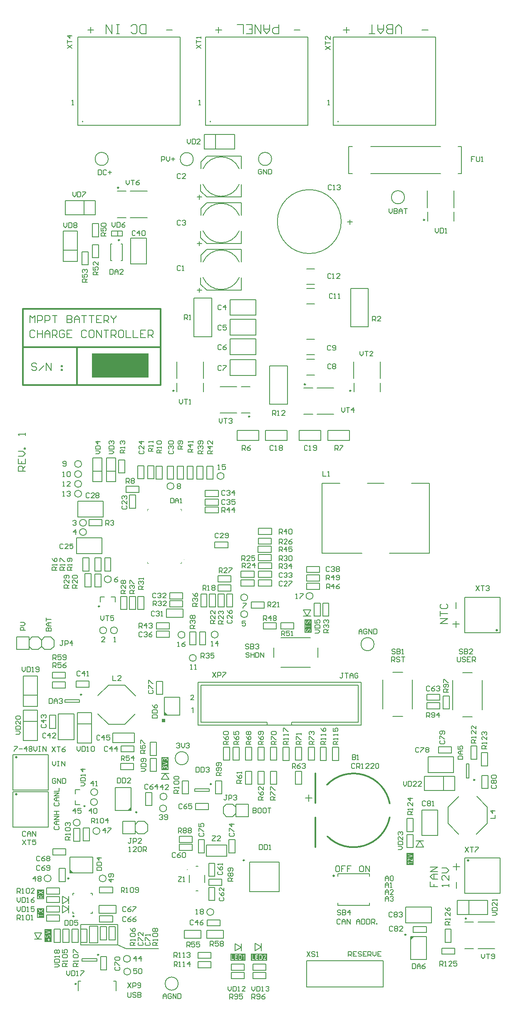
<source format=gto>
G04 Layer_Color=65535*
%FSLAX44Y44*%
%MOMM*%
G71*
G01*
G75*
%ADD64C,0.2500*%
%ADD65C,0.3000*%
%ADD68C,0.2000*%
%ADD93C,0.1778*%
%ADD94C,0.1000*%
%ADD95C,0.1500*%
%ADD96C,0.5000*%
%ADD97C,0.1524*%
%ADD98R,0.7500X0.7500*%
%ADD99R,11.5000X5.0000*%
G36*
X26000Y302000D02*
X11483D01*
Y328109D01*
X26000D01*
Y302000D01*
D02*
G37*
G36*
X182331Y-86000D02*
X152000D01*
Y-71483D01*
X182331D01*
Y-86000D01*
D02*
G37*
G36*
X226423D02*
X194000D01*
Y-71483D01*
X226423D01*
Y-86000D01*
D02*
G37*
G36*
X317000Y581000D02*
X302483D01*
Y608164D01*
X317000D01*
Y581000D01*
D02*
G37*
G36*
X-212000Y-48000D02*
X-226517D01*
Y-21910D01*
X-212000D01*
Y-48000D01*
D02*
G37*
G36*
X-226969Y39000D02*
X-241486D01*
Y58776D01*
X-226969D01*
Y39000D01*
D02*
G37*
G36*
Y1000D02*
X-241486D01*
Y20776D01*
X-226969D01*
Y1000D01*
D02*
G37*
G36*
X525000Y109000D02*
X510483D01*
Y132979D01*
X525000D01*
Y109000D01*
D02*
G37*
G36*
X-50550Y219926D02*
X-57750Y219926D01*
X-50550Y227125D01*
X-50550Y219926D01*
D02*
G37*
G36*
X-167019Y92550D02*
X-174219Y92550D01*
X-174219Y99750D01*
X-167019Y92550D01*
D02*
G37*
G36*
X519050Y-43950D02*
X519050Y-36750D01*
X526250Y-36750D01*
X519050Y-43950D01*
D02*
G37*
G36*
X24700Y414400D02*
X17500Y414400D01*
X17500Y421600D01*
X24700Y414400D01*
D02*
G37*
%LPC*%
G36*
X21482Y326109D02*
X20334D01*
X20093Y326090D01*
X19871Y326072D01*
X19649Y326016D01*
X19445Y325942D01*
X19093Y325775D01*
X18778Y325590D01*
X18538Y325387D01*
X18371Y325220D01*
X18297Y325146D01*
X18260Y325090D01*
X18223Y325072D01*
Y325053D01*
X18075Y325238D01*
X17908Y325405D01*
X17723Y325535D01*
X17556Y325664D01*
X17371Y325775D01*
X17204Y325850D01*
X16871Y325979D01*
X16575Y326053D01*
X16445Y326072D01*
X16334Y326090D01*
X16242Y326109D01*
X16112D01*
X15723Y326072D01*
X15371Y325979D01*
X15057Y325868D01*
X14779Y325720D01*
X14556Y325572D01*
X14390Y325461D01*
X14297Y325368D01*
X14260Y325331D01*
X14001Y325035D01*
X13816Y324720D01*
X13668Y324405D01*
X13575Y324109D01*
X13520Y323868D01*
X13501Y323665D01*
X13483Y323591D01*
Y323535D01*
Y323498D01*
Y323479D01*
Y321369D01*
X13501Y321202D01*
X13557Y321072D01*
X13649Y320980D01*
X13742Y320924D01*
X13853Y320887D01*
X13927Y320850D01*
X14020D01*
X14186Y320869D01*
X14316Y320924D01*
X14408Y321017D01*
X14464Y321109D01*
X14501Y321202D01*
X14538Y321295D01*
Y321350D01*
Y321369D01*
Y323461D01*
X14556Y323702D01*
X14612Y323924D01*
X14686Y324109D01*
X14760Y324276D01*
X14853Y324405D01*
X14927Y324516D01*
X14982Y324572D01*
X15001Y324590D01*
X15186Y324739D01*
X15371Y324850D01*
X15556Y324942D01*
X15723Y324998D01*
X15890Y325035D01*
X16001Y325053D01*
X16112D01*
X16353Y325035D01*
X16575Y324979D01*
X16760Y324905D01*
X16927Y324831D01*
X17056Y324739D01*
X17149Y324664D01*
X17223Y324609D01*
X17241Y324590D01*
X17390Y324405D01*
X17501Y324220D01*
X17575Y324035D01*
X17630Y323850D01*
X17667Y323702D01*
X17686Y323572D01*
Y323498D01*
Y323461D01*
Y322406D01*
X17704Y322239D01*
X17760Y322109D01*
X17852Y322017D01*
X17945Y321961D01*
X18056Y321924D01*
X18130Y321887D01*
X18223D01*
X18390Y321906D01*
X18519Y321961D01*
X18612Y322054D01*
X18667Y322146D01*
X18704Y322239D01*
X18741Y322331D01*
Y322387D01*
Y322406D01*
Y323461D01*
X18760Y323702D01*
X18815Y323905D01*
X18889Y324090D01*
X18964Y324257D01*
X19056Y324387D01*
X19130Y324498D01*
X19186Y324553D01*
X19204Y324572D01*
X19389Y324739D01*
X19575Y324850D01*
X19760Y324942D01*
X19945Y324998D01*
X20093Y325035D01*
X20223Y325053D01*
X21371D01*
X21611Y325035D01*
X21834Y324979D01*
X22019Y324905D01*
X22185Y324831D01*
X22315Y324739D01*
X22408Y324664D01*
X22482Y324609D01*
X22500Y324590D01*
X22648Y324405D01*
X22759Y324220D01*
X22833Y324035D01*
X22889Y323850D01*
X22926Y323702D01*
X22945Y323572D01*
Y323498D01*
Y323461D01*
Y321369D01*
X22963Y321202D01*
X23019Y321072D01*
X23111Y320980D01*
X23204Y320924D01*
X23315Y320887D01*
X23389Y320850D01*
X23482D01*
X23648Y320869D01*
X23778Y320924D01*
X23870Y321017D01*
X23926Y321109D01*
X23963Y321202D01*
X24000Y321295D01*
Y321350D01*
Y321369D01*
Y323479D01*
X23963Y323868D01*
X23889Y324220D01*
X23759Y324535D01*
X23611Y324813D01*
X23482Y325035D01*
X23352Y325201D01*
X23278Y325294D01*
X23241Y325331D01*
X22945Y325590D01*
X22611Y325775D01*
X22315Y325924D01*
X22019Y326016D01*
X21760Y326072D01*
X21556Y326090D01*
X21482Y326109D01*
D02*
G37*
G36*
Y309259D02*
X20334D01*
X20093Y309240D01*
X19871Y309222D01*
X19649Y309166D01*
X19445Y309092D01*
X19093Y308925D01*
X18778Y308740D01*
X18538Y308537D01*
X18371Y308370D01*
X18297Y308296D01*
X18260Y308240D01*
X18223Y308222D01*
Y308203D01*
X18075Y308388D01*
X17908Y308555D01*
X17723Y308685D01*
X17556Y308814D01*
X17371Y308925D01*
X17204Y309000D01*
X16871Y309129D01*
X16575Y309203D01*
X16445Y309222D01*
X16334Y309240D01*
X16242Y309259D01*
X16112D01*
X15723Y309222D01*
X15371Y309129D01*
X15057Y309018D01*
X14779Y308870D01*
X14556Y308722D01*
X14390Y308611D01*
X14297Y308518D01*
X14260Y308481D01*
X14001Y308185D01*
X13816Y307870D01*
X13668Y307555D01*
X13575Y307259D01*
X13520Y307018D01*
X13501Y306814D01*
X13483Y306740D01*
Y306685D01*
Y306648D01*
Y306629D01*
Y304519D01*
X13501Y304352D01*
X13557Y304222D01*
X13649Y304130D01*
X13742Y304074D01*
X13853Y304037D01*
X13927Y304000D01*
X14020D01*
X14186Y304018D01*
X14316Y304074D01*
X14408Y304167D01*
X14464Y304259D01*
X14501Y304352D01*
X14538Y304444D01*
Y304500D01*
Y304519D01*
Y306611D01*
X14556Y306852D01*
X14612Y307074D01*
X14686Y307259D01*
X14760Y307426D01*
X14853Y307555D01*
X14927Y307666D01*
X14982Y307722D01*
X15001Y307740D01*
X15186Y307889D01*
X15371Y308000D01*
X15556Y308092D01*
X15723Y308148D01*
X15890Y308185D01*
X16001Y308203D01*
X16112D01*
X16353Y308185D01*
X16575Y308129D01*
X16760Y308055D01*
X16927Y307981D01*
X17056Y307889D01*
X17149Y307814D01*
X17223Y307759D01*
X17241Y307740D01*
X17390Y307555D01*
X17501Y307370D01*
X17575Y307185D01*
X17630Y307000D01*
X17667Y306852D01*
X17686Y306722D01*
Y306648D01*
Y306611D01*
Y305555D01*
X17704Y305389D01*
X17760Y305259D01*
X17852Y305166D01*
X17945Y305111D01*
X18056Y305074D01*
X18130Y305037D01*
X18223D01*
X18390Y305055D01*
X18519Y305111D01*
X18612Y305204D01*
X18667Y305296D01*
X18704Y305389D01*
X18741Y305481D01*
Y305537D01*
Y305555D01*
Y306611D01*
X18760Y306852D01*
X18815Y307055D01*
X18889Y307240D01*
X18964Y307407D01*
X19056Y307537D01*
X19130Y307648D01*
X19186Y307703D01*
X19204Y307722D01*
X19389Y307889D01*
X19575Y308000D01*
X19760Y308092D01*
X19945Y308148D01*
X20093Y308185D01*
X20223Y308203D01*
X21371D01*
X21611Y308185D01*
X21834Y308129D01*
X22019Y308055D01*
X22185Y307981D01*
X22315Y307889D01*
X22408Y307814D01*
X22482Y307759D01*
X22500Y307740D01*
X22648Y307555D01*
X22759Y307370D01*
X22833Y307185D01*
X22889Y307000D01*
X22926Y306852D01*
X22945Y306722D01*
Y306648D01*
Y306611D01*
Y304519D01*
X22963Y304352D01*
X23019Y304222D01*
X23111Y304130D01*
X23204Y304074D01*
X23315Y304037D01*
X23389Y304000D01*
X23482D01*
X23648Y304018D01*
X23778Y304074D01*
X23870Y304167D01*
X23926Y304259D01*
X23963Y304352D01*
X24000Y304444D01*
Y304500D01*
Y304519D01*
Y306629D01*
X23963Y307018D01*
X23889Y307370D01*
X23759Y307685D01*
X23611Y307963D01*
X23482Y308185D01*
X23352Y308351D01*
X23278Y308444D01*
X23241Y308481D01*
X22945Y308740D01*
X22611Y308925D01*
X22315Y309074D01*
X22019Y309166D01*
X21760Y309222D01*
X21556Y309240D01*
X21482Y309259D01*
D02*
G37*
G36*
X14075Y318721D02*
X14020D01*
X13834Y318702D01*
X13705Y318647D01*
X13612Y318554D01*
X13557Y318461D01*
X13501Y318369D01*
X13483Y318276D01*
Y318221D01*
Y318202D01*
X13501Y318073D01*
X13538Y317962D01*
X13594Y317887D01*
X13649Y317813D01*
X13779Y317721D01*
X13816Y317702D01*
X13834D01*
X21815Y315036D01*
X13834Y312388D01*
X13723Y312332D01*
X13631Y312258D01*
X13575Y312166D01*
X13520Y312092D01*
X13501Y312018D01*
X13483Y311944D01*
Y311907D01*
Y311888D01*
X13501Y311721D01*
X13557Y311592D01*
X13649Y311499D01*
X13742Y311444D01*
X13853Y311407D01*
X13927Y311370D01*
X14020D01*
X14131Y311388D01*
X14168D01*
X23611Y314517D01*
X23741Y314592D01*
X23833Y314666D01*
X23907Y314740D01*
X23944Y314832D01*
X23981Y314906D01*
X24000Y314980D01*
Y315017D01*
Y315036D01*
X23981Y315166D01*
X23944Y315277D01*
X23870Y315369D01*
X23796Y315443D01*
X23667Y315536D01*
X23630Y315554D01*
X23611D01*
X14168Y318702D01*
X14075Y318721D01*
D02*
G37*
G36*
X179886Y-73483D02*
X179720D01*
X179627Y-73520D01*
X179497Y-73575D01*
X179405Y-73649D01*
X179386Y-73668D01*
X179368Y-73686D01*
X177312Y-75742D01*
X177220Y-75871D01*
X177183Y-75982D01*
X177164Y-76075D01*
Y-76093D01*
Y-76112D01*
X177183Y-76297D01*
X177238Y-76427D01*
X177331Y-76519D01*
X177423Y-76575D01*
X177516Y-76612D01*
X177609Y-76649D01*
X177683D01*
X177831Y-76630D01*
X177960Y-76575D01*
X178034Y-76519D01*
X178053Y-76501D01*
X179275Y-75279D01*
Y-83482D01*
X179294Y-83648D01*
X179349Y-83778D01*
X179442Y-83870D01*
X179534Y-83926D01*
X179627Y-83963D01*
X179720Y-84000D01*
X179794D01*
X179979Y-83982D01*
X180108Y-83926D01*
X180201Y-83833D01*
X180257Y-83741D01*
X180312Y-83648D01*
X180331Y-83556D01*
Y-83500D01*
Y-83482D01*
Y-74019D01*
X180312Y-73834D01*
X180257Y-73705D01*
X180164Y-73612D01*
X180071Y-73557D01*
X179960Y-73501D01*
X179886Y-73483D01*
D02*
G37*
G36*
X172517D02*
X169258D01*
X169091Y-73501D01*
X168961Y-73557D01*
X168869Y-73649D01*
X168813Y-73742D01*
X168776Y-73853D01*
X168739Y-73927D01*
Y-74001D01*
Y-74019D01*
Y-83482D01*
X168758Y-83648D01*
X168813Y-83778D01*
X168906Y-83870D01*
X168998Y-83926D01*
X169091Y-83963D01*
X169184Y-84000D01*
X172405D01*
X172794Y-83963D01*
X173165Y-83889D01*
X173479Y-83759D01*
X173757Y-83611D01*
X173979Y-83482D01*
X174146Y-83352D01*
X174239Y-83278D01*
X174276Y-83241D01*
X174535Y-82944D01*
X174720Y-82611D01*
X174868Y-82315D01*
X174961Y-82019D01*
X175016Y-81760D01*
X175035Y-81556D01*
X175053Y-81482D01*
Y-81426D01*
Y-81389D01*
Y-81371D01*
Y-76112D01*
X175016Y-75723D01*
X174924Y-75353D01*
X174813Y-75038D01*
X174664Y-74779D01*
X174516Y-74556D01*
X174405Y-74390D01*
X174313Y-74297D01*
X174276Y-74260D01*
X173979Y-74001D01*
X173665Y-73816D01*
X173350Y-73668D01*
X173054Y-73575D01*
X172794Y-73520D01*
X172591Y-73501D01*
X172517Y-73483D01*
D02*
G37*
G36*
X166184D02*
X161888D01*
X161721Y-73501D01*
X161592Y-73557D01*
X161499Y-73649D01*
X161444Y-73742D01*
X161407Y-73853D01*
X161370Y-73927D01*
Y-74001D01*
Y-74019D01*
Y-83482D01*
X161388Y-83648D01*
X161444Y-83778D01*
X161536Y-83870D01*
X161629Y-83926D01*
X161721Y-83963D01*
X161814Y-84000D01*
X166091D01*
X166276Y-83982D01*
X166406Y-83926D01*
X166499Y-83833D01*
X166554Y-83741D01*
X166610Y-83648D01*
X166628Y-83556D01*
Y-83500D01*
Y-83482D01*
X166610Y-83296D01*
X166554Y-83167D01*
X166462Y-83074D01*
X166369Y-83019D01*
X166258Y-82963D01*
X166184Y-82944D01*
X162425D01*
Y-78741D01*
X165036D01*
X165221Y-78723D01*
X165351Y-78667D01*
X165443Y-78575D01*
X165499Y-78482D01*
X165554Y-78390D01*
X165573Y-78297D01*
Y-78241D01*
Y-78223D01*
X165554Y-78038D01*
X165499Y-77908D01*
X165406Y-77815D01*
X165314Y-77760D01*
X165203Y-77704D01*
X165128Y-77686D01*
X162425D01*
Y-74538D01*
X166091D01*
X166276Y-74520D01*
X166406Y-74464D01*
X166499Y-74371D01*
X166554Y-74279D01*
X166610Y-74186D01*
X166628Y-74094D01*
Y-74038D01*
Y-74019D01*
X166610Y-73834D01*
X166554Y-73705D01*
X166462Y-73612D01*
X166369Y-73557D01*
X166258Y-73501D01*
X166184Y-73483D01*
D02*
G37*
G36*
X154611D02*
X154518D01*
X154352Y-73501D01*
X154222Y-73557D01*
X154130Y-73649D01*
X154074Y-73742D01*
X154037Y-73853D01*
X154000Y-73927D01*
Y-74001D01*
Y-74019D01*
Y-83482D01*
X154018Y-83648D01*
X154074Y-83778D01*
X154167Y-83870D01*
X154259Y-83926D01*
X154352Y-83963D01*
X154444Y-84000D01*
X158722D01*
X158907Y-83982D01*
X159037Y-83926D01*
X159129Y-83833D01*
X159185Y-83741D01*
X159240Y-83648D01*
X159259Y-83556D01*
Y-83500D01*
Y-83482D01*
X159240Y-83296D01*
X159185Y-83167D01*
X159092Y-83074D01*
X159000Y-83019D01*
X158888Y-82963D01*
X158814Y-82944D01*
X155055D01*
Y-74019D01*
X155037Y-73834D01*
X154981Y-73705D01*
X154889Y-73612D01*
X154796Y-73557D01*
X154685Y-73501D01*
X154611Y-73483D01*
D02*
G37*
%LPD*%
G36*
X172646Y-74556D02*
X172868Y-74612D01*
X173054Y-74686D01*
X173220Y-74760D01*
X173350Y-74853D01*
X173461Y-74927D01*
X173517Y-74982D01*
X173535Y-75001D01*
X173683Y-75186D01*
X173794Y-75371D01*
X173887Y-75556D01*
X173942Y-75742D01*
X173979Y-75890D01*
X173998Y-76019D01*
Y-76093D01*
Y-76130D01*
Y-81371D01*
X173979Y-81611D01*
X173924Y-81833D01*
X173850Y-82019D01*
X173776Y-82185D01*
X173683Y-82315D01*
X173609Y-82408D01*
X173554Y-82482D01*
X173535Y-82500D01*
X173350Y-82648D01*
X173165Y-82759D01*
X172980Y-82833D01*
X172794Y-82889D01*
X172646Y-82926D01*
X172517Y-82944D01*
X169795D01*
Y-74538D01*
X172405D01*
X172646Y-74556D01*
D02*
G37*
%LPC*%
G36*
X196611Y-73483D02*
X196518D01*
X196352Y-73501D01*
X196222Y-73557D01*
X196130Y-73649D01*
X196074Y-73742D01*
X196037Y-73853D01*
X196000Y-73927D01*
Y-74001D01*
Y-74019D01*
Y-83482D01*
X196019Y-83648D01*
X196074Y-83778D01*
X196167Y-83870D01*
X196259Y-83926D01*
X196352Y-83963D01*
X196444Y-84000D01*
X200722D01*
X200907Y-83982D01*
X201036Y-83926D01*
X201129Y-83833D01*
X201185Y-83741D01*
X201240Y-83648D01*
X201259Y-83556D01*
Y-83500D01*
Y-83482D01*
X201240Y-83296D01*
X201185Y-83167D01*
X201092Y-83074D01*
X201000Y-83019D01*
X200888Y-82963D01*
X200814Y-82944D01*
X197055D01*
Y-74019D01*
X197037Y-73834D01*
X196981Y-73705D01*
X196889Y-73612D01*
X196796Y-73557D01*
X196685Y-73501D01*
X196611Y-73483D01*
D02*
G37*
G36*
X221905D02*
X221794D01*
X221497Y-73501D01*
X221220Y-73557D01*
X220960Y-73649D01*
X220701Y-73779D01*
X220479Y-73927D01*
X220275Y-74075D01*
X220072Y-74242D01*
X219886Y-74427D01*
X219738Y-74594D01*
X219590Y-74779D01*
X219479Y-74927D01*
X219387Y-75075D01*
X219294Y-75205D01*
X219238Y-75297D01*
X219220Y-75353D01*
X219201Y-75371D01*
X219164Y-75519D01*
Y-75575D01*
Y-75593D01*
X219183Y-75760D01*
X219238Y-75890D01*
X219331Y-75982D01*
X219424Y-76038D01*
X219516Y-76075D01*
X219609Y-76112D01*
X219683D01*
X219794Y-76093D01*
X219886Y-76075D01*
X220016Y-75982D01*
X220109Y-75890D01*
X220127Y-75871D01*
Y-75853D01*
X220275Y-75612D01*
X220423Y-75427D01*
X220553Y-75242D01*
X220701Y-75093D01*
X220849Y-74964D01*
X220979Y-74853D01*
X221108Y-74779D01*
X221238Y-74705D01*
X221460Y-74612D01*
X221627Y-74556D01*
X221738Y-74538D01*
X221775D01*
X222016Y-74556D01*
X222238Y-74612D01*
X222423Y-74686D01*
X222590Y-74760D01*
X222719Y-74853D01*
X222831Y-74927D01*
X222886Y-74982D01*
X222905Y-75001D01*
X223053Y-75186D01*
X223164Y-75371D01*
X223256Y-75556D01*
X223312Y-75723D01*
X223349Y-75890D01*
X223368Y-76001D01*
Y-76075D01*
Y-76112D01*
X223349Y-76279D01*
X223330Y-76427D01*
X223293Y-76575D01*
X223238Y-76704D01*
X223182Y-76816D01*
X223145Y-76908D01*
X223127Y-76964D01*
X223108Y-76982D01*
X219238Y-83185D01*
X219201Y-83278D01*
X219183Y-83389D01*
X219164Y-83444D01*
Y-83482D01*
X219183Y-83648D01*
X219238Y-83778D01*
X219331Y-83870D01*
X219424Y-83926D01*
X219516Y-83963D01*
X219609Y-84000D01*
X223886D01*
X224071Y-83982D01*
X224201Y-83926D01*
X224293Y-83833D01*
X224349Y-83741D01*
X224405Y-83648D01*
X224423Y-83556D01*
Y-83500D01*
Y-83482D01*
X224405Y-83296D01*
X224349Y-83167D01*
X224256Y-83074D01*
X224164Y-83019D01*
X224053Y-82963D01*
X223979Y-82944D01*
X220627D01*
X223941Y-77630D01*
X224108Y-77352D01*
X224219Y-77075D01*
X224312Y-76816D01*
X224367Y-76593D01*
X224405Y-76390D01*
X224423Y-76241D01*
Y-76149D01*
Y-76112D01*
X224386Y-75723D01*
X224293Y-75371D01*
X224182Y-75057D01*
X224034Y-74779D01*
X223886Y-74556D01*
X223775Y-74390D01*
X223682Y-74297D01*
X223645Y-74260D01*
X223349Y-74001D01*
X223034Y-73816D01*
X222719Y-73668D01*
X222423Y-73575D01*
X222183Y-73520D01*
X221979Y-73501D01*
X221905Y-73483D01*
D02*
G37*
G36*
X214517D02*
X211258D01*
X211091Y-73501D01*
X210961Y-73557D01*
X210869Y-73649D01*
X210813Y-73742D01*
X210776Y-73853D01*
X210739Y-73927D01*
Y-74001D01*
Y-74019D01*
Y-83482D01*
X210758Y-83648D01*
X210813Y-83778D01*
X210906Y-83870D01*
X210998Y-83926D01*
X211091Y-83963D01*
X211184Y-84000D01*
X214405D01*
X214794Y-83963D01*
X215165Y-83889D01*
X215480Y-83759D01*
X215757Y-83611D01*
X215979Y-83482D01*
X216146Y-83352D01*
X216239Y-83278D01*
X216276Y-83241D01*
X216535Y-82944D01*
X216720Y-82611D01*
X216868Y-82315D01*
X216961Y-82019D01*
X217016Y-81760D01*
X217035Y-81556D01*
X217053Y-81482D01*
Y-81426D01*
Y-81389D01*
Y-81371D01*
Y-76112D01*
X217016Y-75723D01*
X216924Y-75353D01*
X216813Y-75038D01*
X216665Y-74779D01*
X216516Y-74556D01*
X216405Y-74390D01*
X216313Y-74297D01*
X216276Y-74260D01*
X215979Y-74001D01*
X215665Y-73816D01*
X215350Y-73668D01*
X215054Y-73575D01*
X214794Y-73520D01*
X214591Y-73501D01*
X214517Y-73483D01*
D02*
G37*
G36*
X208184D02*
X203888D01*
X203721Y-73501D01*
X203592Y-73557D01*
X203499Y-73649D01*
X203444Y-73742D01*
X203407Y-73853D01*
X203370Y-73927D01*
Y-74001D01*
Y-74019D01*
Y-83482D01*
X203388Y-83648D01*
X203444Y-83778D01*
X203536Y-83870D01*
X203629Y-83926D01*
X203721Y-83963D01*
X203814Y-84000D01*
X208091D01*
X208277Y-83982D01*
X208406Y-83926D01*
X208499Y-83833D01*
X208554Y-83741D01*
X208610Y-83648D01*
X208628Y-83556D01*
Y-83500D01*
Y-83482D01*
X208610Y-83296D01*
X208554Y-83167D01*
X208462Y-83074D01*
X208369Y-83019D01*
X208258Y-82963D01*
X208184Y-82944D01*
X204425D01*
Y-78741D01*
X207036D01*
X207221Y-78723D01*
X207351Y-78667D01*
X207443Y-78575D01*
X207499Y-78482D01*
X207554Y-78390D01*
X207573Y-78297D01*
Y-78241D01*
Y-78223D01*
X207554Y-78038D01*
X207499Y-77908D01*
X207406Y-77815D01*
X207314Y-77760D01*
X207202Y-77704D01*
X207129Y-77686D01*
X204425D01*
Y-74538D01*
X208091D01*
X208277Y-74520D01*
X208406Y-74464D01*
X208499Y-74371D01*
X208554Y-74279D01*
X208610Y-74186D01*
X208628Y-74094D01*
Y-74038D01*
Y-74019D01*
X208610Y-73834D01*
X208554Y-73705D01*
X208462Y-73612D01*
X208369Y-73557D01*
X208258Y-73501D01*
X208184Y-73483D01*
D02*
G37*
%LPD*%
G36*
X214646Y-74556D02*
X214868Y-74612D01*
X215054Y-74686D01*
X215220Y-74760D01*
X215350Y-74853D01*
X215461Y-74927D01*
X215516Y-74982D01*
X215535Y-75001D01*
X215683Y-75186D01*
X215794Y-75371D01*
X215887Y-75556D01*
X215942Y-75742D01*
X215979Y-75890D01*
X215998Y-76019D01*
Y-76093D01*
Y-76130D01*
Y-81371D01*
X215979Y-81611D01*
X215924Y-81833D01*
X215850Y-82019D01*
X215776Y-82185D01*
X215683Y-82315D01*
X215609Y-82408D01*
X215553Y-82482D01*
X215535Y-82500D01*
X215350Y-82648D01*
X215165Y-82759D01*
X214979Y-82833D01*
X214794Y-82889D01*
X214646Y-82926D01*
X214517Y-82944D01*
X211795D01*
Y-74538D01*
X214405D01*
X214646Y-74556D01*
D02*
G37*
%LPC*%
G36*
X312482Y589314D02*
X312371D01*
X312074Y589296D01*
X311815Y589259D01*
X311556Y589184D01*
X311334Y589092D01*
X311130Y588981D01*
X310926Y588851D01*
X310760Y588722D01*
X310611Y588592D01*
X310463Y588462D01*
X310352Y588333D01*
X310186Y588092D01*
X310112Y587999D01*
X310075Y587925D01*
X310037Y587888D01*
Y587870D01*
X308519Y584907D01*
X308427Y584759D01*
X308334Y584630D01*
X308112Y584407D01*
X307871Y584259D01*
X307649Y584166D01*
X307445Y584092D01*
X307260Y584074D01*
X307149Y584055D01*
X307112D01*
X306871Y584074D01*
X306667Y584129D01*
X306482Y584204D01*
X306316Y584278D01*
X306186Y584352D01*
X306075Y584426D01*
X306019Y584481D01*
X306001Y584500D01*
X305853Y584685D01*
X305742Y584870D01*
X305649Y585055D01*
X305593Y585241D01*
X305557Y585389D01*
X305538Y585518D01*
Y585592D01*
Y585629D01*
X305557Y586074D01*
X305612Y586500D01*
X305686Y586907D01*
X305760Y587277D01*
X305853Y587592D01*
X305890Y587722D01*
X305927Y587833D01*
X305964Y587925D01*
X305982Y587981D01*
X306001Y588018D01*
Y588036D01*
X306038Y588129D01*
X306056Y588203D01*
Y588240D01*
Y588259D01*
X306038Y588407D01*
X305982Y588518D01*
X305927Y588592D01*
X305908Y588610D01*
X305779Y588703D01*
X305668Y588759D01*
X305575Y588777D01*
X305538D01*
X305427Y588759D01*
X305334Y588722D01*
X305186Y588629D01*
X305094Y588518D01*
X305057Y588481D01*
Y588462D01*
X304964Y588277D01*
X304871Y588055D01*
X304723Y587611D01*
X304631Y587129D01*
X304557Y586685D01*
X304538Y586463D01*
X304520Y586259D01*
X304501Y586092D01*
X304483Y585926D01*
Y585815D01*
Y585703D01*
Y585648D01*
Y585629D01*
X304520Y585241D01*
X304612Y584870D01*
X304723Y584555D01*
X304871Y584278D01*
X305019Y584055D01*
X305131Y583907D01*
X305223Y583796D01*
X305260Y583759D01*
X305557Y583500D01*
X305871Y583315D01*
X306186Y583185D01*
X306482Y583093D01*
X306723Y583037D01*
X306927Y583018D01*
X307001Y583000D01*
X307112D01*
X307408Y583018D01*
X307667Y583056D01*
X307927Y583130D01*
X308149Y583222D01*
X308371Y583333D01*
X308556Y583444D01*
X308723Y583574D01*
X308890Y583722D01*
X309019Y583852D01*
X309130Y583981D01*
X309315Y584204D01*
X309371Y584296D01*
X309408Y584370D01*
X309445Y584407D01*
Y584426D01*
X310963Y587370D01*
X311056Y587518D01*
X311148Y587666D01*
X311371Y587888D01*
X311611Y588036D01*
X311834Y588148D01*
X312037Y588222D01*
X312204Y588240D01*
X312334Y588259D01*
X312371D01*
X312611Y588240D01*
X312833Y588185D01*
X313019Y588111D01*
X313185Y588036D01*
X313315Y587944D01*
X313408Y587870D01*
X313482Y587814D01*
X313500Y587796D01*
X313648Y587611D01*
X313759Y587425D01*
X313833Y587240D01*
X313889Y587055D01*
X313926Y586907D01*
X313944Y586777D01*
Y586703D01*
Y586666D01*
X313926Y586389D01*
X313908Y586129D01*
X313871Y585889D01*
X313833Y585685D01*
X313796Y585518D01*
X313759Y585389D01*
X313722Y585315D01*
Y585277D01*
X313556Y584926D01*
X313426Y584630D01*
X313297Y584370D01*
X313185Y584166D01*
X313111Y584018D01*
X313056Y583907D01*
X313019Y583833D01*
X313000Y583815D01*
X312945Y583704D01*
X312926Y583611D01*
X312908Y583537D01*
Y583518D01*
X312926Y583370D01*
X312982Y583259D01*
X313056Y583167D01*
X313074Y583148D01*
X313185Y583056D01*
X313297Y583018D01*
X313389Y583000D01*
X313426D01*
X313519Y583018D01*
X313593Y583037D01*
X313741Y583111D01*
X313815Y583185D01*
X313852Y583222D01*
X314056Y583500D01*
X314222Y583796D01*
X314389Y584092D01*
X314519Y584389D01*
X314630Y584685D01*
X314722Y584963D01*
X314852Y585500D01*
X314907Y585759D01*
X314944Y585981D01*
X314963Y586166D01*
X314981Y586333D01*
X315000Y586481D01*
Y586574D01*
Y586648D01*
Y586666D01*
X314963Y587055D01*
X314889Y587425D01*
X314759Y587740D01*
X314611Y588018D01*
X314482Y588240D01*
X314352Y588407D01*
X314278Y588499D01*
X314241Y588536D01*
X313944Y588796D01*
X313611Y588981D01*
X313315Y589129D01*
X313019Y589222D01*
X312759Y589277D01*
X312556Y589296D01*
X312482Y589314D01*
D02*
G37*
G36*
Y606164D02*
X312371D01*
X312074Y606146D01*
X311815Y606109D01*
X311556Y606035D01*
X311334Y605942D01*
X311130Y605831D01*
X310926Y605701D01*
X310760Y605572D01*
X310611Y605442D01*
X310463Y605312D01*
X310352Y605183D01*
X310186Y604942D01*
X310112Y604850D01*
X310075Y604776D01*
X310037Y604739D01*
Y604720D01*
X308519Y601757D01*
X308427Y601609D01*
X308334Y601480D01*
X308112Y601257D01*
X307871Y601109D01*
X307649Y601017D01*
X307445Y600943D01*
X307260Y600924D01*
X307149Y600906D01*
X307112D01*
X306871Y600924D01*
X306667Y600980D01*
X306482Y601054D01*
X306316Y601128D01*
X306186Y601202D01*
X306075Y601276D01*
X306019Y601331D01*
X306001Y601350D01*
X305853Y601535D01*
X305742Y601720D01*
X305649Y601906D01*
X305593Y602091D01*
X305557Y602239D01*
X305538Y602368D01*
Y602442D01*
Y602480D01*
X305557Y602924D01*
X305612Y603350D01*
X305686Y603757D01*
X305760Y604127D01*
X305853Y604442D01*
X305890Y604572D01*
X305927Y604683D01*
X305964Y604776D01*
X305982Y604831D01*
X306001Y604868D01*
Y604887D01*
X306038Y604979D01*
X306056Y605053D01*
Y605090D01*
Y605109D01*
X306038Y605257D01*
X305982Y605368D01*
X305927Y605442D01*
X305908Y605461D01*
X305779Y605553D01*
X305668Y605609D01*
X305575Y605627D01*
X305538D01*
X305427Y605609D01*
X305334Y605572D01*
X305186Y605479D01*
X305094Y605368D01*
X305057Y605331D01*
Y605312D01*
X304964Y605127D01*
X304871Y604905D01*
X304723Y604461D01*
X304631Y603979D01*
X304557Y603535D01*
X304538Y603313D01*
X304520Y603109D01*
X304501Y602942D01*
X304483Y602776D01*
Y602665D01*
Y602553D01*
Y602498D01*
Y602480D01*
X304520Y602091D01*
X304612Y601720D01*
X304723Y601405D01*
X304871Y601128D01*
X305019Y600906D01*
X305131Y600757D01*
X305223Y600646D01*
X305260Y600609D01*
X305557Y600350D01*
X305871Y600165D01*
X306186Y600035D01*
X306482Y599943D01*
X306723Y599887D01*
X306927Y599869D01*
X307001Y599850D01*
X307112D01*
X307408Y599869D01*
X307667Y599906D01*
X307927Y599980D01*
X308149Y600072D01*
X308371Y600183D01*
X308556Y600294D01*
X308723Y600424D01*
X308890Y600572D01*
X309019Y600702D01*
X309130Y600831D01*
X309315Y601054D01*
X309371Y601146D01*
X309408Y601220D01*
X309445Y601257D01*
Y601276D01*
X310963Y604220D01*
X311056Y604368D01*
X311148Y604516D01*
X311371Y604739D01*
X311611Y604887D01*
X311834Y604998D01*
X312037Y605072D01*
X312204Y605090D01*
X312334Y605109D01*
X312371D01*
X312611Y605090D01*
X312833Y605035D01*
X313019Y604961D01*
X313185Y604887D01*
X313315Y604794D01*
X313408Y604720D01*
X313482Y604664D01*
X313500Y604646D01*
X313648Y604461D01*
X313759Y604276D01*
X313833Y604090D01*
X313889Y603905D01*
X313926Y603757D01*
X313944Y603628D01*
Y603553D01*
Y603516D01*
X313926Y603239D01*
X313908Y602979D01*
X313871Y602739D01*
X313833Y602535D01*
X313796Y602368D01*
X313759Y602239D01*
X313722Y602165D01*
Y602128D01*
X313556Y601776D01*
X313426Y601480D01*
X313297Y601220D01*
X313185Y601017D01*
X313111Y600868D01*
X313056Y600757D01*
X313019Y600683D01*
X313000Y600665D01*
X312945Y600554D01*
X312926Y600461D01*
X312908Y600387D01*
Y600369D01*
X312926Y600220D01*
X312982Y600109D01*
X313056Y600017D01*
X313074Y599998D01*
X313185Y599906D01*
X313297Y599869D01*
X313389Y599850D01*
X313426D01*
X313519Y599869D01*
X313593Y599887D01*
X313741Y599961D01*
X313815Y600035D01*
X313852Y600072D01*
X314056Y600350D01*
X314222Y600646D01*
X314389Y600943D01*
X314519Y601239D01*
X314630Y601535D01*
X314722Y601813D01*
X314852Y602350D01*
X314907Y602609D01*
X314944Y602831D01*
X314963Y603016D01*
X314981Y603183D01*
X315000Y603331D01*
Y603424D01*
Y603498D01*
Y603516D01*
X314963Y603905D01*
X314889Y604276D01*
X314759Y604590D01*
X314611Y604868D01*
X314482Y605090D01*
X314352Y605257D01*
X314278Y605350D01*
X314241Y605387D01*
X313944Y605646D01*
X313611Y605831D01*
X313315Y605979D01*
X313019Y606072D01*
X312759Y606127D01*
X312556Y606146D01*
X312482Y606164D01*
D02*
G37*
G36*
X305094Y597739D02*
X305019D01*
X304834Y597721D01*
X304705Y597665D01*
X304612Y597573D01*
X304557Y597480D01*
X304501Y597369D01*
X304483Y597295D01*
Y597221D01*
Y597202D01*
Y591944D01*
X304501Y591777D01*
X304557Y591647D01*
X304649Y591555D01*
X304742Y591499D01*
X304853Y591462D01*
X304927Y591425D01*
X305019D01*
X305186Y591444D01*
X305316Y591499D01*
X305408Y591592D01*
X305464Y591684D01*
X305501Y591777D01*
X305538Y591870D01*
Y591925D01*
Y591944D01*
Y594054D01*
X314482D01*
X314648Y594073D01*
X314778Y594128D01*
X314870Y594221D01*
X314926Y594314D01*
X314963Y594406D01*
X315000Y594499D01*
Y594554D01*
Y594573D01*
X314981Y594758D01*
X314926Y594888D01*
X314833Y594980D01*
X314741Y595036D01*
X314648Y595091D01*
X314556Y595110D01*
X305538D01*
Y597202D01*
X305520Y597387D01*
X305464Y597517D01*
X305371Y597610D01*
X305279Y597665D01*
X305186Y597721D01*
X305094Y597739D01*
D02*
G37*
G36*
X-216518Y-33372D02*
X-217666D01*
X-218055Y-33409D01*
X-218426Y-33501D01*
X-218740Y-33612D01*
X-219018Y-33760D01*
X-219240Y-33909D01*
X-219407Y-34020D01*
X-219499Y-34112D01*
X-219536Y-34149D01*
X-219796Y-34446D01*
X-219981Y-34760D01*
X-220129Y-35075D01*
X-220222Y-35353D01*
X-220277Y-35612D01*
X-220296Y-35816D01*
X-220314Y-35890D01*
Y-35945D01*
Y-35982D01*
Y-36001D01*
Y-37575D01*
X-223462D01*
Y-34427D01*
X-223480Y-34242D01*
X-223536Y-34112D01*
X-223629Y-34020D01*
X-223721Y-33964D01*
X-223814Y-33909D01*
X-223906Y-33890D01*
X-223981D01*
X-224166Y-33909D01*
X-224295Y-33964D01*
X-224388Y-34057D01*
X-224443Y-34149D01*
X-224499Y-34260D01*
X-224517Y-34335D01*
Y-34409D01*
Y-34427D01*
Y-38112D01*
X-224499Y-38279D01*
X-224443Y-38408D01*
X-224351Y-38501D01*
X-224258Y-38556D01*
X-224147Y-38593D01*
X-224073Y-38630D01*
X-219777D01*
X-219611Y-38612D01*
X-219481Y-38556D01*
X-219388Y-38464D01*
X-219333Y-38371D01*
X-219296Y-38279D01*
X-219259Y-38186D01*
Y-38131D01*
Y-38112D01*
Y-36001D01*
X-219240Y-35760D01*
X-219185Y-35557D01*
X-219111Y-35371D01*
X-219037Y-35205D01*
X-218944Y-35075D01*
X-218870Y-34964D01*
X-218814Y-34909D01*
X-218796Y-34890D01*
X-218611Y-34742D01*
X-218426Y-34631D01*
X-218240Y-34538D01*
X-218055Y-34483D01*
X-217907Y-34446D01*
X-217777Y-34427D01*
X-216629D01*
X-216389Y-34446D01*
X-216166Y-34501D01*
X-215981Y-34575D01*
X-215815Y-34649D01*
X-215685Y-34742D01*
X-215592Y-34816D01*
X-215518Y-34871D01*
X-215500Y-34890D01*
X-215352Y-35075D01*
X-215241Y-35260D01*
X-215166Y-35445D01*
X-215111Y-35612D01*
X-215074Y-35779D01*
X-215055Y-35890D01*
Y-35964D01*
Y-36001D01*
Y-38112D01*
X-215037Y-38279D01*
X-214981Y-38408D01*
X-214889Y-38501D01*
X-214796Y-38556D01*
X-214685Y-38593D01*
X-214611Y-38630D01*
X-214519D01*
X-214352Y-38612D01*
X-214222Y-38556D01*
X-214130Y-38464D01*
X-214074Y-38371D01*
X-214037Y-38279D01*
X-214000Y-38186D01*
Y-38131D01*
Y-38112D01*
Y-36001D01*
X-214037Y-35612D01*
X-214111Y-35260D01*
X-214241Y-34946D01*
X-214389Y-34668D01*
X-214519Y-34446D01*
X-214648Y-34279D01*
X-214722Y-34186D01*
X-214759Y-34149D01*
X-215055Y-33890D01*
X-215389Y-33705D01*
X-215685Y-33557D01*
X-215981Y-33464D01*
X-216241Y-33409D01*
X-216444Y-33390D01*
X-216518Y-33372D01*
D02*
G37*
G36*
X-223925Y-23910D02*
X-223981D01*
X-224166Y-23928D01*
X-224295Y-23984D01*
X-224388Y-24076D01*
X-224443Y-24169D01*
X-224499Y-24262D01*
X-224517Y-24354D01*
Y-24410D01*
Y-24428D01*
X-224499Y-24558D01*
X-224462Y-24669D01*
X-224406Y-24743D01*
X-224351Y-24817D01*
X-224221Y-24910D01*
X-224184Y-24928D01*
X-224166D01*
X-216185Y-27594D01*
X-224166Y-30242D01*
X-224277Y-30298D01*
X-224369Y-30372D01*
X-224425Y-30465D01*
X-224480Y-30539D01*
X-224499Y-30613D01*
X-224517Y-30687D01*
Y-30724D01*
Y-30742D01*
X-224499Y-30909D01*
X-224443Y-31039D01*
X-224351Y-31131D01*
X-224258Y-31187D01*
X-224147Y-31224D01*
X-224073Y-31261D01*
X-223981D01*
X-223869Y-31242D01*
X-223832D01*
X-214389Y-28113D01*
X-214259Y-28039D01*
X-214167Y-27965D01*
X-214093Y-27891D01*
X-214056Y-27798D01*
X-214018Y-27724D01*
X-214000Y-27650D01*
Y-27613D01*
Y-27594D01*
X-214018Y-27465D01*
X-214056Y-27354D01*
X-214130Y-27261D01*
X-214204Y-27187D01*
X-214333Y-27095D01*
X-214370Y-27076D01*
X-214389D01*
X-223832Y-23928D01*
X-223925Y-23910D01*
D02*
G37*
G36*
X-217611Y-40723D02*
X-217685D01*
X-217870Y-40741D01*
X-218000Y-40797D01*
X-218092Y-40889D01*
X-218148Y-40982D01*
X-218203Y-41093D01*
X-218222Y-41167D01*
Y-41241D01*
Y-41260D01*
Y-42834D01*
X-219777D01*
X-219962Y-42852D01*
X-220092Y-42908D01*
X-220184Y-43000D01*
X-220240Y-43093D01*
X-220296Y-43204D01*
X-220314Y-43278D01*
Y-43352D01*
Y-43371D01*
X-220296Y-43537D01*
X-220240Y-43667D01*
X-220147Y-43759D01*
X-220055Y-43815D01*
X-219944Y-43852D01*
X-219870Y-43889D01*
X-218222D01*
Y-45482D01*
X-218203Y-45648D01*
X-218148Y-45778D01*
X-218055Y-45870D01*
X-217963Y-45926D01*
X-217852Y-45963D01*
X-217777Y-46000D01*
X-217685D01*
X-217518Y-45981D01*
X-217388Y-45926D01*
X-217296Y-45833D01*
X-217240Y-45741D01*
X-217203Y-45648D01*
X-217166Y-45556D01*
Y-45500D01*
Y-45482D01*
Y-43889D01*
X-215574D01*
X-215407Y-43871D01*
X-215278Y-43815D01*
X-215185Y-43723D01*
X-215130Y-43630D01*
X-215093Y-43537D01*
X-215055Y-43445D01*
Y-43389D01*
Y-43371D01*
X-215074Y-43186D01*
X-215130Y-43056D01*
X-215222Y-42963D01*
X-215315Y-42908D01*
X-215407Y-42852D01*
X-215500Y-42834D01*
X-217166D01*
Y-41260D01*
X-217185Y-41075D01*
X-217240Y-40945D01*
X-217333Y-40852D01*
X-217426Y-40797D01*
X-217518Y-40741D01*
X-217611Y-40723D01*
D02*
G37*
G36*
X-229450Y47314D02*
X-229487D01*
X-229580Y47296D01*
X-229654Y47277D01*
X-229710Y47259D01*
X-229728Y47240D01*
X-233395Y45407D01*
X-233561Y45740D01*
X-233746Y46037D01*
X-233950Y46296D01*
X-234172Y46518D01*
X-234413Y46703D01*
X-234654Y46851D01*
X-234894Y46981D01*
X-235135Y47073D01*
X-235376Y47148D01*
X-235598Y47222D01*
X-235802Y47259D01*
X-235968Y47277D01*
X-236116Y47296D01*
X-236227Y47314D01*
X-236320D01*
X-236561Y47296D01*
X-236801Y47277D01*
X-237227Y47166D01*
X-237616Y47018D01*
X-237931Y46851D01*
X-238190Y46685D01*
X-238301Y46611D01*
X-238394Y46536D01*
X-238468Y46481D01*
X-238524Y46425D01*
X-238542Y46407D01*
X-238561Y46388D01*
X-238727Y46203D01*
X-238875Y46018D01*
X-238986Y45833D01*
X-239098Y45648D01*
X-239264Y45277D01*
X-239375Y44926D01*
X-239431Y44611D01*
X-239468Y44481D01*
Y44370D01*
X-239486Y44278D01*
Y44203D01*
Y44166D01*
Y44148D01*
Y41519D01*
X-239468Y41352D01*
X-239412Y41222D01*
X-239320Y41130D01*
X-239227Y41074D01*
X-239116Y41037D01*
X-239042Y41000D01*
X-229487D01*
X-229321Y41019D01*
X-229191Y41074D01*
X-229099Y41167D01*
X-229043Y41259D01*
X-229006Y41352D01*
X-228969Y41444D01*
Y41500D01*
Y41519D01*
X-228988Y41704D01*
X-229043Y41833D01*
X-229136Y41926D01*
X-229228Y41981D01*
X-229321Y42037D01*
X-229413Y42056D01*
X-233172D01*
Y44148D01*
Y44240D01*
Y44296D01*
Y44333D01*
Y44352D01*
X-229247Y46296D01*
X-229154Y46351D01*
X-229080Y46425D01*
X-229043Y46518D01*
X-229006Y46592D01*
X-228988Y46666D01*
X-228969Y46722D01*
Y46759D01*
Y46777D01*
X-228988Y46925D01*
X-229043Y47036D01*
X-229099Y47111D01*
X-229117Y47148D01*
X-229247Y47240D01*
X-229358Y47296D01*
X-229450Y47314D01*
D02*
G37*
G36*
X-229413Y56776D02*
X-229487D01*
X-229599Y56758D01*
X-229691Y56739D01*
X-229765Y56721D01*
X-229784Y56702D01*
X-234228Y53740D01*
X-238672Y56702D01*
X-238764Y56739D01*
X-238857Y56776D01*
X-238950D01*
X-239135Y56758D01*
X-239264Y56702D01*
X-239357Y56610D01*
X-239412Y56517D01*
X-239468Y56424D01*
X-239486Y56332D01*
Y56276D01*
Y56258D01*
X-239468Y56165D01*
X-239449Y56073D01*
X-239375Y55924D01*
X-239283Y55850D01*
X-239264Y55813D01*
X-239246D01*
X-235172Y53110D01*
X-239246Y50388D01*
X-239320Y50314D01*
X-239394Y50240D01*
X-239449Y50110D01*
X-239486Y49999D01*
Y49962D01*
Y49944D01*
X-239468Y49777D01*
X-239412Y49647D01*
X-239320Y49555D01*
X-239227Y49499D01*
X-239116Y49462D01*
X-239042Y49425D01*
X-238950D01*
X-238838Y49444D01*
X-238764Y49462D01*
X-238690Y49481D01*
X-238672Y49499D01*
X-234228Y52462D01*
X-229784Y49499D01*
X-229691Y49462D01*
X-229580Y49444D01*
X-229524Y49425D01*
X-229487D01*
X-229321Y49444D01*
X-229191Y49499D01*
X-229099Y49592D01*
X-229043Y49684D01*
X-229006Y49777D01*
X-228969Y49869D01*
Y49925D01*
Y49944D01*
X-228988Y50036D01*
X-229006Y50129D01*
X-229080Y50277D01*
X-229154Y50351D01*
X-229191Y50388D01*
X-233265Y53110D01*
X-229191Y55813D01*
X-229117Y55887D01*
X-229062Y55961D01*
X-229006Y56091D01*
X-228969Y56221D01*
Y56239D01*
Y56258D01*
X-228988Y56424D01*
X-229043Y56554D01*
X-229136Y56647D01*
X-229228Y56721D01*
X-229321Y56758D01*
X-229413Y56776D01*
D02*
G37*
%LPD*%
G36*
X-236005Y46240D02*
X-235709Y46166D01*
X-235450Y46074D01*
X-235246Y45963D01*
X-235061Y45833D01*
X-234931Y45740D01*
X-234857Y45666D01*
X-234820Y45648D01*
X-234617Y45407D01*
X-234487Y45148D01*
X-234376Y44907D01*
X-234302Y44666D01*
X-234265Y44463D01*
X-234246Y44296D01*
X-234228Y44185D01*
Y44166D01*
Y44148D01*
Y42056D01*
X-238431D01*
Y44148D01*
X-238412Y44463D01*
X-238338Y44759D01*
X-238246Y45018D01*
X-238135Y45240D01*
X-238005Y45407D01*
X-237913Y45537D01*
X-237838Y45629D01*
X-237820Y45648D01*
X-237579Y45851D01*
X-237320Y45999D01*
X-237079Y46111D01*
X-236839Y46185D01*
X-236635Y46222D01*
X-236468Y46259D01*
X-236320D01*
X-236005Y46240D01*
D02*
G37*
%LPC*%
G36*
X-229413Y18776D02*
X-229487D01*
X-229599Y18758D01*
X-229691Y18739D01*
X-229765Y18721D01*
X-229784Y18702D01*
X-234228Y15740D01*
X-238672Y18702D01*
X-238764Y18739D01*
X-238857Y18776D01*
X-238950D01*
X-239135Y18758D01*
X-239264Y18702D01*
X-239357Y18610D01*
X-239412Y18517D01*
X-239468Y18424D01*
X-239486Y18332D01*
Y18276D01*
Y18258D01*
X-239468Y18165D01*
X-239449Y18073D01*
X-239375Y17924D01*
X-239283Y17850D01*
X-239264Y17813D01*
X-239246D01*
X-235172Y15110D01*
X-239246Y12388D01*
X-239320Y12314D01*
X-239394Y12240D01*
X-239449Y12110D01*
X-239486Y11999D01*
Y11962D01*
Y11944D01*
X-239468Y11777D01*
X-239412Y11647D01*
X-239320Y11555D01*
X-239227Y11499D01*
X-239116Y11462D01*
X-239042Y11425D01*
X-238950D01*
X-238838Y11444D01*
X-238764Y11462D01*
X-238690Y11481D01*
X-238672Y11499D01*
X-234228Y14462D01*
X-229784Y11499D01*
X-229691Y11462D01*
X-229580Y11444D01*
X-229524Y11425D01*
X-229487D01*
X-229321Y11444D01*
X-229191Y11499D01*
X-229099Y11592D01*
X-229043Y11684D01*
X-229006Y11777D01*
X-228969Y11869D01*
Y11925D01*
Y11944D01*
X-228988Y12036D01*
X-229006Y12129D01*
X-229080Y12277D01*
X-229154Y12351D01*
X-229191Y12388D01*
X-233265Y15110D01*
X-229191Y17813D01*
X-229117Y17887D01*
X-229062Y17961D01*
X-229006Y18091D01*
X-228969Y18221D01*
Y18239D01*
Y18258D01*
X-228988Y18424D01*
X-229043Y18554D01*
X-229136Y18647D01*
X-229228Y18721D01*
X-229321Y18758D01*
X-229413Y18776D01*
D02*
G37*
G36*
X-238875Y9314D02*
X-238950D01*
X-239135Y9296D01*
X-239264Y9240D01*
X-239357Y9148D01*
X-239412Y9055D01*
X-239468Y8944D01*
X-239486Y8870D01*
Y8796D01*
Y8777D01*
Y3519D01*
X-239468Y3352D01*
X-239412Y3222D01*
X-239320Y3130D01*
X-239227Y3074D01*
X-239116Y3037D01*
X-239042Y3000D01*
X-238950D01*
X-238783Y3019D01*
X-238653Y3074D01*
X-238561Y3167D01*
X-238505Y3259D01*
X-238468Y3352D01*
X-238431Y3444D01*
Y3500D01*
Y3519D01*
Y5629D01*
X-229487D01*
X-229321Y5648D01*
X-229191Y5703D01*
X-229099Y5796D01*
X-229043Y5889D01*
X-229006Y5981D01*
X-228969Y6074D01*
Y6129D01*
Y6148D01*
X-228988Y6333D01*
X-229043Y6463D01*
X-229136Y6555D01*
X-229228Y6611D01*
X-229321Y6666D01*
X-229413Y6685D01*
X-238431D01*
Y8777D01*
X-238449Y8962D01*
X-238505Y9092D01*
X-238598Y9185D01*
X-238690Y9240D01*
X-238783Y9296D01*
X-238875Y9314D01*
D02*
G37*
G36*
X513075Y130979D02*
X513019D01*
X512834Y130961D01*
X512705Y130905D01*
X512612Y130813D01*
X512557Y130720D01*
X512501Y130628D01*
X512483Y130535D01*
Y130479D01*
Y130461D01*
X512501Y130331D01*
X512538Y130220D01*
X512594Y130146D01*
X512649Y130072D01*
X512779Y129979D01*
X512816Y129961D01*
X512834D01*
X520815Y127295D01*
X512834Y124647D01*
X512723Y124591D01*
X512631Y124517D01*
X512575Y124424D01*
X512520Y124351D01*
X512501Y124276D01*
X512483Y124202D01*
Y124165D01*
Y124147D01*
X512501Y123980D01*
X512557Y123850D01*
X512649Y123758D01*
X512742Y123702D01*
X512853Y123665D01*
X512927Y123628D01*
X513019D01*
X513131Y123647D01*
X513168D01*
X522611Y126776D01*
X522741Y126850D01*
X522833Y126924D01*
X522907Y126998D01*
X522944Y127091D01*
X522981Y127165D01*
X523000Y127239D01*
Y127276D01*
Y127295D01*
X522981Y127424D01*
X522944Y127535D01*
X522870Y127628D01*
X522796Y127702D01*
X522667Y127795D01*
X522630Y127813D01*
X522611D01*
X513168Y130961D01*
X513075Y130979D01*
D02*
G37*
G36*
X522556Y114166D02*
X513019D01*
X512834Y114148D01*
X512705Y114092D01*
X512612Y114000D01*
X512557Y113907D01*
X512501Y113796D01*
X512483Y113722D01*
Y113648D01*
Y113629D01*
Y113555D01*
X512520Y113463D01*
X512575Y113333D01*
X512649Y113240D01*
X512668Y113222D01*
X512686Y113203D01*
X514742Y111148D01*
X514871Y111056D01*
X514982Y111018D01*
X515075Y111000D01*
X515112D01*
X515297Y111018D01*
X515427Y111074D01*
X515519Y111167D01*
X515575Y111259D01*
X515612Y111352D01*
X515649Y111444D01*
Y111500D01*
Y111518D01*
X515630Y111667D01*
X515575Y111796D01*
X515519Y111870D01*
X515501Y111889D01*
X514279Y113111D01*
X522481D01*
X522648Y113129D01*
X522778Y113185D01*
X522870Y113278D01*
X522926Y113370D01*
X522963Y113463D01*
X523000Y113555D01*
Y113611D01*
Y113629D01*
X522981Y113814D01*
X522926Y113944D01*
X522833Y114037D01*
X522741Y114092D01*
X522648Y114148D01*
X522556Y114166D01*
D02*
G37*
G36*
Y121517D02*
X522481D01*
X522296Y121499D01*
X522167Y121443D01*
X522074Y121351D01*
X522019Y121258D01*
X521963Y121147D01*
X521945Y121073D01*
Y120999D01*
Y120981D01*
Y117722D01*
X516630Y121036D01*
X516353Y121203D01*
X516075Y121314D01*
X515816Y121406D01*
X515593Y121462D01*
X515390Y121499D01*
X515242Y121517D01*
X515112D01*
X514723Y121480D01*
X514371Y121388D01*
X514057Y121277D01*
X513779Y121129D01*
X513557Y120981D01*
X513390Y120869D01*
X513297Y120777D01*
X513260Y120740D01*
X513001Y120443D01*
X512816Y120129D01*
X512668Y119814D01*
X512575Y119518D01*
X512520Y119277D01*
X512501Y119073D01*
X512483Y118999D01*
Y118944D01*
Y118907D01*
Y118888D01*
X512501Y118592D01*
X512557Y118314D01*
X512649Y118055D01*
X512779Y117796D01*
X512927Y117573D01*
X513075Y117370D01*
X513242Y117166D01*
X513427Y116981D01*
X513594Y116833D01*
X513779Y116685D01*
X513927Y116573D01*
X514075Y116481D01*
X514205Y116388D01*
X514297Y116333D01*
X514353Y116314D01*
X514371Y116296D01*
X514519Y116259D01*
X514594D01*
X514760Y116277D01*
X514890Y116333D01*
X514982Y116425D01*
X515038Y116518D01*
X515075Y116610D01*
X515112Y116703D01*
Y116759D01*
Y116777D01*
X515093Y116888D01*
X515075Y116981D01*
X514982Y117111D01*
X514890Y117203D01*
X514871Y117222D01*
X514853D01*
X514612Y117370D01*
X514427Y117518D01*
X514242Y117647D01*
X514094Y117796D01*
X513964Y117944D01*
X513853Y118073D01*
X513779Y118203D01*
X513705Y118333D01*
X513612Y118555D01*
X513557Y118721D01*
X513538Y118833D01*
Y118851D01*
Y118870D01*
X513557Y119110D01*
X513612Y119333D01*
X513686Y119518D01*
X513760Y119684D01*
X513853Y119814D01*
X513927Y119925D01*
X513982Y119981D01*
X514001Y119999D01*
X514186Y120147D01*
X514371Y120258D01*
X514556Y120351D01*
X514723Y120406D01*
X514890Y120443D01*
X515001Y120462D01*
X515112D01*
X515279Y120443D01*
X515427Y120425D01*
X515575Y120388D01*
X515704Y120332D01*
X515816Y120277D01*
X515908Y120240D01*
X515964Y120221D01*
X515982Y120203D01*
X522185Y116333D01*
X522278Y116296D01*
X522389Y116277D01*
X522444Y116259D01*
X522481D01*
X522648Y116277D01*
X522778Y116333D01*
X522870Y116425D01*
X522926Y116518D01*
X522963Y116610D01*
X523000Y116703D01*
Y116759D01*
Y116777D01*
Y120981D01*
X522981Y121166D01*
X522926Y121295D01*
X522833Y121388D01*
X522741Y121443D01*
X522648Y121499D01*
X522556Y121517D01*
D02*
G37*
%LPD*%
D64*
X509300Y-33000D02*
G03*
X509300Y-33000I-1250J0D01*
G01*
X632250Y0D02*
G03*
X632250Y0I-1250J0D01*
G01*
X649250Y282000D02*
G03*
X649250Y282000I-1250J0D01*
G01*
X-161750Y-133000D02*
G03*
X-161750Y-133000I-1250J0D01*
G01*
X-75250Y1486500D02*
G03*
X-75250Y1486500I-1250J0D01*
G01*
X-114250Y635000D02*
G03*
X-114250Y635000I-1250J0D01*
G01*
X304750Y1086500D02*
G03*
X304750Y1086500I-1250J0D01*
G01*
X191250Y1021000D02*
G03*
X191250Y1021000I-1250J0D01*
G01*
X397250Y1073500D02*
G03*
X397250Y1073500I-1250J0D01*
G01*
X37250D02*
G03*
X37250Y1073500I-1250J0D01*
G01*
X-116000Y-73750D02*
G03*
X-116000Y-73750I-1250J0D01*
G01*
X-143750Y228660D02*
G03*
X-143750Y228660I-1250J0D01*
G01*
X547250Y1421000D02*
G03*
X547250Y1421000I-1250J0D01*
G01*
X-166219Y4500D02*
G03*
X-166219Y4500I-1250J0D01*
G01*
X-176719Y81550D02*
G03*
X-176719Y81550I-1250J0D01*
G01*
X113250Y273500D02*
G03*
X113250Y273500I-1250J0D01*
G01*
X-38300Y216176D02*
G03*
X-38300Y216176I-1250J0D01*
G01*
X180340Y118453D02*
G03*
X180340Y118453I-1250J0D01*
G01*
X-150750Y455500D02*
G03*
X-150750Y455500I-1250J0D01*
G01*
X-73750Y1379954D02*
G03*
X-73750Y1379954I-1250J0D01*
G01*
D65*
X476133Y234252D02*
G03*
X348549Y272099I-73633J-14252D01*
G01*
X349467Y166967D02*
G03*
X476122Y205689I53033J53033D01*
G01*
X325000Y145000D02*
Y205000D01*
Y235000D02*
Y295000D01*
X-160000Y1085000D02*
Y1162215D01*
X-270000Y1240000D02*
X10000D01*
Y1162215D02*
Y1240000D01*
X-270000Y1162215D02*
X10000D01*
X-270000D02*
Y1240000D01*
X10000Y1085000D02*
Y1162215D01*
X-270000Y1085000D02*
Y1162215D01*
Y1085000D02*
X10000D01*
D68*
X64470Y99560D02*
G03*
X64470Y99560I-590J0D01*
G01*
X372165Y1621072D02*
G03*
X372165Y1621072I-1000J0D01*
G01*
X112165Y1621072D02*
G03*
X112165Y1621072I-1000J0D01*
G01*
X377500Y1417500D02*
G03*
X377500Y1417500I-65000J0D01*
G01*
X-147835Y1621072D02*
G03*
X-147835Y1621072I-1000J0D01*
G01*
X1750Y482250D02*
X14250D01*
X1750Y455750D02*
X14250D01*
Y482250D01*
X1750Y455750D02*
Y482250D01*
X17500Y450000D02*
X48500D01*
Y414000D02*
Y450000D01*
X17500Y414000D02*
X48500D01*
X17500D02*
Y450000D01*
X85750Y-87750D02*
X112250D01*
X85750Y-100250D02*
X112250D01*
X85750D02*
Y-87750D01*
X112250Y-100250D02*
Y-87750D01*
X85750Y-68750D02*
X112250D01*
X85750Y-81250D02*
X112250D01*
X85750D02*
Y-68750D01*
X112250Y-81250D02*
Y-68750D01*
X148750Y133750D02*
X161250D01*
X148750Y160250D02*
X161250D01*
X148750Y133750D02*
Y160250D01*
X161250Y133750D02*
Y160250D01*
X86750Y133750D02*
X99250D01*
X86750Y160250D02*
X99250D01*
X86750Y133750D02*
Y160250D01*
X99250Y133750D02*
Y160250D01*
X103502Y126502D02*
Y149502D01*
Y126502D02*
X144502D01*
Y149502D01*
X103502D02*
X144502D01*
X-232300Y566350D02*
X-225950Y572700D01*
X-213250D01*
X-206900Y566350D01*
Y553650D02*
Y566350D01*
X-213250Y547300D02*
X-206900Y553650D01*
X-225950Y547300D02*
X-213250D01*
X-232300Y553650D02*
X-225950Y547300D01*
X-283100D02*
X-257700D01*
Y553650D02*
X-251350Y547300D01*
X-238650D01*
X-232300Y553650D01*
Y566350D01*
X-238650Y572700D02*
X-232300Y566350D01*
X-251350Y572700D02*
X-238650D01*
X-257700Y566350D02*
X-251350Y572700D01*
X-283100Y547300D02*
Y572700D01*
X-257700Y547300D02*
Y572700D01*
X-283100D02*
X-257700D01*
X-269500Y454500D02*
X-240500D01*
X-269500Y493000D02*
X-240500D01*
Y431500D02*
Y493000D01*
X-269500Y431500D02*
X-240500D01*
X-269500D02*
Y493000D01*
X284530Y322027D02*
X297030D01*
X284530Y348527D02*
X297030D01*
X284530Y322027D02*
Y348527D01*
X297030Y322027D02*
Y348527D01*
X271250Y321750D02*
Y348250D01*
X258750Y321750D02*
Y348250D01*
X271250D01*
X258750Y321750D02*
X271250D01*
X310408Y322027D02*
X322908D01*
X310408Y348527D02*
X322908D01*
X310408Y322027D02*
Y348527D01*
X322908Y322027D02*
Y348527D01*
X347250Y321750D02*
Y348250D01*
X334750Y321750D02*
Y348250D01*
X347250D01*
X334750Y321750D02*
X347250D01*
X372250D02*
Y348250D01*
X359750Y321750D02*
Y348250D01*
X372250D01*
X359750Y321750D02*
X372250D01*
X370742Y26730D02*
X435258D01*
Y31797D01*
X370742Y91270D02*
X435258D01*
X370742Y86203D02*
Y91270D01*
Y26730D02*
Y31797D01*
X435258Y86203D02*
Y91270D01*
X524250Y-28750D02*
Y-16250D01*
X550750Y-28750D02*
Y-16250D01*
X524250D02*
X550750D01*
X524250Y-28750D02*
X550750D01*
X519050Y-83000D02*
Y-36750D01*
X551050D01*
Y-83000D02*
Y-36750D01*
X519050Y-83000D02*
X551050D01*
X509000Y-8500D02*
Y23500D01*
Y-8500D02*
X561000D01*
Y23500D01*
X509000D02*
X561000D01*
X601250Y-48250D02*
Y-21750D01*
X588750Y-48250D02*
Y-21750D01*
X601250D01*
X588750Y-48250D02*
X601250D01*
X582400Y-60100D02*
X608900D01*
X582400Y-72600D02*
X608900D01*
X582400D02*
Y-60100D01*
X608900Y-72600D02*
Y-60100D01*
X656000Y-61000D02*
X690000D01*
X656000Y-7000D02*
X690000D01*
X629000Y-61000D02*
X647000D01*
X628998Y-7248D02*
X646998D01*
X637000Y8000D02*
Y37000D01*
X675500Y8000D02*
Y37000D01*
X614000Y8000D02*
X675500D01*
X614000D02*
Y37000D01*
X675500D01*
X523750Y144250D02*
Y170750D01*
X511250Y144250D02*
Y170750D01*
X523750D01*
X511250Y144250D02*
X523750D01*
X511250Y176750D02*
Y203250D01*
X523750Y176750D02*
Y203250D01*
X511250Y176750D02*
X523750D01*
X511250Y203250D02*
X523750D01*
X662750Y310750D02*
Y337250D01*
X675250Y310750D02*
Y337250D01*
X662750Y310750D02*
X675250D01*
X662750Y337250D02*
X675250D01*
X653750Y324250D02*
Y350750D01*
X641250Y324250D02*
Y350750D01*
X653750D01*
X641250Y324250D02*
X653750D01*
X595000Y193400D02*
Y226600D01*
X675000Y193400D02*
Y226600D01*
X652925Y171325D02*
X675000Y193400D01*
X595000D02*
X616575Y171825D01*
X595000Y226600D02*
X616825Y248425D01*
X653300Y248300D02*
X675000Y226600D01*
X632250Y285500D02*
X637750D01*
X632250D02*
Y314500D01*
X637750D01*
Y285500D02*
Y314500D01*
X585500Y260500D02*
Y289500D01*
X547000Y260500D02*
Y289500D01*
X608500D01*
Y260500D02*
Y289500D01*
X547000Y260500D02*
X608500D01*
X554000Y297000D02*
Y329000D01*
Y297000D02*
X606000D01*
Y329000D01*
X554000D02*
X606000D01*
X575250Y336750D02*
Y349250D01*
X601750Y336750D02*
Y349250D01*
X575250D02*
X601750D01*
X575250Y336750D02*
X601750D01*
X134250Y67750D02*
Y80250D01*
X107750Y67750D02*
Y80250D01*
Y67750D02*
X134250D01*
X107750Y80250D02*
X134250D01*
X-291000Y258160D02*
X-219000D01*
Y186160D02*
Y258160D01*
X-291000Y186160D02*
X-219000D01*
X-291000D02*
Y258160D01*
Y333160D02*
X-219000D01*
Y261160D02*
Y333160D01*
X-291000Y261160D02*
X-219000D01*
X-291000D02*
Y333160D01*
X-269500Y400500D02*
X-240500D01*
X-269500Y362000D02*
X-240500D01*
X-269500D02*
Y423500D01*
X-240500D01*
Y362000D02*
Y423500D01*
X100000Y73500D02*
Y88500D01*
X68000Y73500D02*
Y88500D01*
X82000Y56000D02*
X86000D01*
X82000Y106000D02*
X86000D01*
X629000Y581500D02*
X701000D01*
X629000D02*
Y653500D01*
X701000D01*
Y581500D02*
Y653500D01*
X361500Y1613000D02*
X569500D01*
X361500D02*
Y1793000D01*
X569500D01*
Y1613000D02*
Y1793000D01*
X309500Y1613000D02*
Y1793000D01*
X101500D02*
X309500D01*
X101500Y1613000D02*
Y1793000D01*
Y1613000D02*
X309500D01*
X418000Y393500D02*
Y480500D01*
X86000D02*
X418000D01*
X86000Y393500D02*
Y480500D01*
Y393500D02*
X418000D01*
X412000Y399500D02*
Y474500D01*
X92000D02*
X412000D01*
X92000Y399500D02*
Y474500D01*
Y399500D02*
X227000D01*
Y393500D02*
Y399500D01*
X277000Y393500D02*
Y399500D01*
X412000D01*
X-78502Y1479252D02*
X-60502D01*
X-78500Y1425500D02*
X-60500D01*
X-51500Y1479500D02*
X-17500D01*
X-51500Y1425500D02*
X-17500D01*
X-90500Y654000D02*
X-82500D01*
Y644000D02*
Y654000D01*
X-112500D02*
X-104500D01*
X-112500Y644000D02*
Y654000D01*
X301498Y1079252D02*
X319498D01*
X301500Y1025500D02*
X319500D01*
X328500Y1079500D02*
X362500D01*
X328500Y1025500D02*
X362500D01*
X174002Y1028248D02*
X192002D01*
X174000Y1082000D02*
X192000D01*
X131000Y1028000D02*
X165000D01*
X131000Y1082000D02*
X165000D01*
X403248Y1071498D02*
Y1089498D01*
X457000Y1071500D02*
Y1089500D01*
X403000Y1098500D02*
Y1132500D01*
X457000Y1098500D02*
Y1132500D01*
X43248Y1071498D02*
Y1089498D01*
X97000Y1071500D02*
Y1089500D01*
X43000Y1098500D02*
Y1132500D01*
X97000Y1098500D02*
Y1132500D01*
X-206719Y-21750D02*
X-194219D01*
X-206719Y-48250D02*
X-194219D01*
Y-21750D01*
X-206719Y-48250D02*
Y-21750D01*
X-120000Y-86500D02*
Y-81500D01*
X-150000Y-86500D02*
Y-81500D01*
X-120000D01*
X-150000Y-86500D02*
X-120000D01*
X-222250Y32250D02*
Y44750D01*
X-195750Y32250D02*
Y44750D01*
X-222250D02*
X-195750D01*
X-222250Y32250D02*
X-195750D01*
X-222219Y12750D02*
X-195719D01*
X-222219Y25000D02*
X-195719D01*
Y12750D02*
Y25000D01*
X-222219Y12750D02*
Y25000D01*
X-164000Y231660D02*
X-154000D01*
X-164000D02*
Y239660D01*
Y261660D02*
X-154000D01*
X-164000Y253660D02*
Y261660D01*
X197750Y-105250D02*
Y-92750D01*
X224250Y-105250D02*
Y-92750D01*
X197750D02*
X224250D01*
X197750Y-105250D02*
X224250D01*
X154000D02*
Y-92750D01*
X180500Y-105250D02*
Y-92750D01*
X154000D02*
X180500D01*
X154000Y-105250D02*
X180500D01*
X-159500Y395500D02*
X-130500D01*
X-159500Y357000D02*
X-130500D01*
X-159500D02*
Y418500D01*
X-130500D01*
Y357000D02*
Y418500D01*
X-10948Y299250D02*
X1552D01*
X-10948Y325750D02*
X1552D01*
X-10948Y299250D02*
Y325750D01*
X1552Y299250D02*
Y325750D01*
X-188200Y1359500D02*
X-159200D01*
X-188200Y1398000D02*
X-159200D01*
Y1336500D02*
Y1398000D01*
X-188200Y1336500D02*
X-159200D01*
X-188200D02*
Y1398000D01*
X-145700Y1431500D02*
Y1460500D01*
X-184200Y1431500D02*
Y1460500D01*
X-122700D01*
Y1431500D02*
Y1460500D01*
X-184200Y1431500D02*
X-122700D01*
X-77500Y1389000D02*
Y1398000D01*
X-90000Y1388000D02*
Y1398000D01*
X-68000D01*
Y1388000D02*
Y1398000D01*
X-90000Y1388000D02*
X-68000D01*
X322750Y641250D02*
X335250D01*
X322750Y614750D02*
X335250D01*
Y641250D01*
X322750Y614750D02*
Y641250D01*
X-128000Y937000D02*
X-109000D01*
Y890000D02*
Y937000D01*
Y889000D02*
Y890000D01*
X-128000Y889000D02*
X-109000D01*
X-128000D02*
Y937000D01*
Y910000D02*
X-109000D01*
X-100500Y937000D02*
X-81500D01*
Y890000D02*
Y937000D01*
Y889000D02*
Y890000D01*
X-100500Y889000D02*
X-81500D01*
X-100500D02*
Y937000D01*
Y910000D02*
X-81500D01*
X122000Y1565500D02*
Y1594500D01*
X160500Y1565500D02*
Y1594500D01*
X99000Y1565500D02*
X160500D01*
X99000D02*
Y1594500D01*
X160500D01*
X553248Y1418998D02*
Y1436998D01*
X607000Y1419000D02*
Y1437000D01*
X553000Y1446000D02*
Y1480000D01*
X607000Y1446000D02*
Y1480000D01*
X604500Y425000D02*
Y485000D01*
X624500Y410000D02*
X644500D01*
X664500Y425000D02*
Y485000D01*
X624500Y500000D02*
X644500D01*
X522500Y426000D02*
Y486000D01*
X482500Y501000D02*
X502500D01*
X462500Y426000D02*
Y486000D01*
X482500Y411000D02*
X502500D01*
X-87750Y51750D02*
Y64250D01*
X-114250Y51750D02*
Y64250D01*
Y51750D02*
X-87750D01*
X-114250Y64250D02*
X-87750D01*
X-95250Y-16750D02*
X-82750D01*
X-95250Y-43250D02*
X-82750D01*
Y-16750D01*
X-95250Y-43250D02*
Y-16750D01*
X-170219Y-21750D02*
X-157719D01*
X-170219Y-48250D02*
X-157719D01*
Y-21750D01*
X-170219Y-48250D02*
Y-21750D01*
X-152719Y-21750D02*
X-140219D01*
X-152719Y-48250D02*
X-140219D01*
Y-21750D01*
X-152719Y-48250D02*
Y-21750D01*
X-189219Y-48250D02*
X-176719D01*
X-189219Y-21750D02*
X-176719D01*
X-189219Y-48250D02*
Y-21750D01*
X-176719Y-48250D02*
Y-21750D01*
X-147251Y184250D02*
X-134751D01*
X-147251Y157750D02*
X-134751D01*
Y184250D01*
X-147251Y157750D02*
Y184250D01*
X-167001Y183750D02*
X-154501D01*
X-167001Y157250D02*
X-154501D01*
Y183750D01*
X-167001Y157250D02*
Y183750D01*
X-195750Y49750D02*
Y62250D01*
X-222250Y49750D02*
Y62250D01*
Y49750D02*
X-195750D01*
X-222250Y62250D02*
X-195750D01*
Y-5250D02*
Y7250D01*
X-222250Y-5250D02*
Y7250D01*
Y-5250D02*
X-195750D01*
X-222250Y7250D02*
X-195750D01*
X54139Y253288D02*
X66639D01*
X54139Y279788D02*
X66639D01*
X54139Y253288D02*
Y279788D01*
X66639Y253288D02*
Y279788D01*
X122139Y253288D02*
X134639D01*
X122139Y279788D02*
X134639D01*
X122139Y253288D02*
Y279788D01*
X134639Y253288D02*
Y279788D01*
X585250Y452750D02*
X597750D01*
X585250Y426250D02*
X597750D01*
Y452750D01*
X585250Y426250D02*
Y452750D01*
X197750Y-122206D02*
Y-109706D01*
X224250Y-122206D02*
Y-109706D01*
X197750D02*
X224250D01*
X197750Y-122206D02*
X224250D01*
X154000Y-122250D02*
Y-109750D01*
X180500Y-122250D02*
Y-109750D01*
X154000D02*
X180500D01*
X154000Y-122250D02*
X180500D01*
X578250Y426250D02*
Y438750D01*
X551750Y426250D02*
Y438750D01*
Y426250D02*
X578250D01*
X551750Y438750D02*
X578250D01*
X74250Y154750D02*
Y167250D01*
X47750Y154750D02*
Y167250D01*
Y154750D02*
X74250D01*
X47750Y167250D02*
X74250D01*
X233730Y273027D02*
X246230D01*
X233730Y299527D02*
X246230D01*
X233730Y273027D02*
Y299527D01*
X246230Y273027D02*
Y299527D01*
X233730Y322027D02*
X246230D01*
X233730Y348527D02*
X246230D01*
X233730Y322027D02*
Y348527D01*
X246230Y322027D02*
Y348527D01*
X208330Y322027D02*
X220830D01*
X208330Y348527D02*
X220830D01*
X208330Y322027D02*
Y348527D01*
X220830Y322027D02*
Y348527D01*
X182930Y322027D02*
X195430D01*
X182930Y348527D02*
X195430D01*
X182930Y322027D02*
Y348527D01*
X195430Y322027D02*
Y348527D01*
X157530Y322027D02*
X170030D01*
X157530Y348527D02*
X170030D01*
X157530Y322027D02*
Y348527D01*
X170030Y322027D02*
Y348527D01*
X284530Y299527D02*
X297030D01*
X284530Y273027D02*
X297030D01*
Y299527D01*
X284530Y273027D02*
Y299527D01*
X208330D02*
X220830D01*
X208330Y273027D02*
X220830D01*
Y299527D01*
X208330Y273027D02*
Y299527D01*
X182908D02*
X195408D01*
X182908Y273027D02*
X195408D01*
Y299527D01*
X182908Y273027D02*
Y299527D01*
X137908Y322027D02*
X150408D01*
X137908Y348527D02*
X150408D01*
X137908Y322027D02*
Y348527D01*
X150408Y322027D02*
Y348527D01*
X-210250Y488750D02*
Y501250D01*
X-183750Y488750D02*
Y501250D01*
X-210250D02*
X-183750D01*
X-210250Y488750D02*
X-183750D01*
X104000Y-40250D02*
Y-23750D01*
X138000Y-40250D02*
Y-23750D01*
X104000D02*
X138000D01*
X104000Y-40250D02*
X138000D01*
X-10948Y358250D02*
X1552D01*
X-10948Y331750D02*
X1552D01*
Y358250D01*
X-10948Y331750D02*
Y358250D01*
X-183750Y468750D02*
Y481250D01*
X-210250Y468750D02*
Y481250D01*
Y468750D02*
X-183750D01*
X-210250Y481250D02*
X-183750D01*
X92000Y-40250D02*
Y-23750D01*
X58000Y-40250D02*
Y-23750D01*
Y-40250D02*
X92000D01*
X58000Y-23750D02*
X92000D01*
X-71250Y302750D02*
Y315250D01*
X-44750Y302750D02*
Y315250D01*
X-71250D02*
X-44750D01*
X-71250Y302750D02*
X-44750D01*
X-150250Y1329750D02*
X-137750D01*
X-150250Y1356250D02*
X-137750D01*
X-150250Y1329750D02*
Y1356250D01*
X-137750Y1329750D02*
Y1356250D01*
X-128750Y1344250D02*
X-116250D01*
X-128750Y1370750D02*
X-116250D01*
X-128750Y1344250D02*
Y1370750D01*
X-116250Y1344250D02*
Y1370750D01*
X280750Y588750D02*
Y601250D01*
X254250Y588750D02*
Y601250D01*
Y588750D02*
X280750D01*
X254250Y601250D02*
X280750D01*
X-128750Y1386750D02*
X-116250D01*
X-128750Y1413250D02*
X-116250D01*
X-128750Y1386750D02*
Y1413250D01*
X-116250Y1386750D02*
Y1413250D01*
X333250Y686250D02*
Y698750D01*
X306750Y686250D02*
Y698750D01*
Y686250D02*
X333250D01*
X306750Y698750D02*
X333250D01*
X245750Y588750D02*
Y601250D01*
X219250Y588750D02*
Y601250D01*
Y588750D02*
X245750D01*
X219250Y601250D02*
X245750D01*
X306750Y669250D02*
Y681750D01*
X333250Y669250D02*
Y681750D01*
X306750D02*
X333250D01*
X306750Y669250D02*
X333250D01*
X234750Y744750D02*
Y757250D01*
X208250Y744750D02*
Y757250D01*
Y744750D02*
X234750D01*
X208250Y757250D02*
X234750D01*
X127250Y824750D02*
Y837250D01*
X100750Y824750D02*
Y837250D01*
Y824750D02*
X127250D01*
X100750Y837250D02*
X127250D01*
X27750Y589250D02*
Y601750D01*
X1250Y589250D02*
Y601750D01*
Y589250D02*
X27750D01*
X1250Y601750D02*
X27750D01*
X103750Y920250D02*
X116250D01*
X103750Y893750D02*
X116250D01*
Y920250D01*
X103750Y893750D02*
Y920250D01*
X63750D02*
X76250D01*
X63750Y893750D02*
X76250D01*
Y920250D01*
X63750Y893750D02*
Y920250D01*
X235840Y781250D02*
Y793750D01*
X209340Y781250D02*
Y793750D01*
Y781250D02*
X235840D01*
X209340Y793750D02*
X235840D01*
X83750Y920250D02*
X96250D01*
X83750Y893750D02*
X96250D01*
Y920250D01*
X83750Y893750D02*
Y920250D01*
X69250Y556750D02*
X81750D01*
X69250Y583250D02*
X81750D01*
X69250Y556750D02*
Y583250D01*
X81750Y556750D02*
Y583250D01*
X-53750Y655250D02*
X-41250D01*
X-53750Y628750D02*
X-41250D01*
Y655250D01*
X-53750Y628750D02*
Y655250D01*
X91750Y633750D02*
X104250D01*
X91750Y660250D02*
X104250D01*
X91750Y633750D02*
Y660250D01*
X104250Y633750D02*
Y660250D01*
X89250Y556750D02*
X101750D01*
X89250Y583250D02*
X101750D01*
X89250Y556750D02*
Y583250D01*
X101750Y556750D02*
Y583250D01*
X235750Y711250D02*
Y723750D01*
X209250Y711250D02*
Y723750D01*
Y711250D02*
X235750D01*
X209250Y723750D02*
X235750D01*
X339750Y641250D02*
X352250D01*
X339750Y614750D02*
X352250D01*
Y641250D01*
X339750Y614750D02*
Y641250D01*
X55250Y633750D02*
Y646250D01*
X28750Y633750D02*
Y646250D01*
Y633750D02*
X55250D01*
X28750Y646250D02*
X55250D01*
X-36250Y655250D02*
X-23750D01*
X-36250Y628750D02*
X-23750D01*
Y655250D01*
X-36250Y628750D02*
Y655250D01*
X208750Y727750D02*
Y740250D01*
X235250Y727750D02*
Y740250D01*
X208750D02*
X235250D01*
X208750Y727750D02*
X235250D01*
X-144250Y674750D02*
X-131750D01*
X-144250Y701250D02*
X-131750D01*
X-144250Y674750D02*
Y701250D01*
X-131750Y674750D02*
Y701250D01*
X-71250Y655250D02*
X-58750D01*
X-71250Y628750D02*
X-58750D01*
Y655250D01*
X-71250Y628750D02*
Y655250D01*
X153250Y684750D02*
Y697250D01*
X126750Y684750D02*
Y697250D01*
Y684750D02*
X153250D01*
X126750Y697250D02*
X153250D01*
X208750Y761250D02*
Y773750D01*
X235250Y761250D02*
Y773750D01*
X208750D02*
X235250D01*
X208750Y761250D02*
X235250D01*
X200250Y693750D02*
Y706250D01*
X173750Y693750D02*
Y706250D01*
Y693750D02*
X200250D01*
X173750Y706250D02*
X200250D01*
X173750Y676250D02*
Y688750D01*
X200250Y676250D02*
Y688750D01*
X173750D02*
X200250D01*
X173750Y676250D02*
X200250D01*
X126750Y660250D02*
X139250D01*
X126750Y633750D02*
X139250D01*
Y660250D01*
X126750Y633750D02*
Y660250D01*
X109250Y633750D02*
X121750D01*
X109250Y660250D02*
X121750D01*
X109250Y633750D02*
Y660250D01*
X121750Y633750D02*
Y660250D01*
X220750Y631250D02*
Y643750D01*
X194250Y631250D02*
Y643750D01*
Y631250D02*
X220750D01*
X194250Y643750D02*
X220750D01*
X-123750Y700750D02*
X-111250D01*
X-123750Y674250D02*
X-111250D01*
Y700750D01*
X-123750Y674250D02*
Y700750D01*
X-103750Y733250D02*
X-91250D01*
X-103750Y706750D02*
X-91250D01*
Y733250D01*
X-103750Y706750D02*
Y733250D01*
X126750Y666340D02*
Y678840D01*
X153250Y666340D02*
Y678840D01*
X126750D02*
X153250D01*
X126750Y666340D02*
X153250D01*
X-123750Y733250D02*
X-111250D01*
X-123750Y706750D02*
X-111250D01*
Y733250D01*
X-123750Y706750D02*
Y733250D01*
X-148250Y706750D02*
X-135750D01*
X-148250Y733250D02*
X-135750D01*
X-148250Y706750D02*
Y733250D01*
X-135750Y706750D02*
Y733250D01*
X-75250Y932750D02*
X-62750D01*
X-75250Y906250D02*
X-62750D01*
Y932750D01*
X-75250Y906250D02*
Y932750D01*
X-16250Y894250D02*
X-3750D01*
X-16250Y920750D02*
X-3750D01*
X-16250Y894250D02*
Y920750D01*
X-3750Y894250D02*
Y920750D01*
X750Y893750D02*
X13250D01*
X750Y920250D02*
X13250D01*
X750Y893750D02*
Y920250D01*
X13250Y893750D02*
Y920250D01*
X43750Y893750D02*
X56250D01*
X43750Y920250D02*
X56250D01*
X43750Y893750D02*
Y920250D01*
X56250Y893750D02*
Y920250D01*
X-33750Y866750D02*
Y879250D01*
X-60250Y866750D02*
Y879250D01*
Y866750D02*
X-33750D01*
X-60250Y879250D02*
X-33750D01*
X350484Y972500D02*
X394484D01*
X350484Y992500D02*
X394484D01*
Y972500D02*
Y992500D01*
X350484Y972500D02*
Y992500D01*
X165500D02*
X209500D01*
X165500Y972500D02*
X209500D01*
X165500D02*
Y992500D01*
X209500Y972500D02*
Y992500D01*
X-135750Y799000D02*
Y811500D01*
X-109250Y799000D02*
Y811500D01*
X-135750D02*
X-109250D01*
X-135750Y799000D02*
X-109250D01*
X-96298Y394750D02*
X-63098D01*
X-96298Y474750D02*
X-63098D01*
X-41023Y452675D01*
X-63098Y394750D02*
X-41523Y416325D01*
X-118123Y416575D02*
X-96298Y394750D01*
X-117998Y453050D02*
X-96298Y474750D01*
X430500Y885000D02*
X464500D01*
X556500Y743000D02*
Y885000D01*
X338500Y743000D02*
Y885000D01*
X475500Y743000D02*
X556500D01*
X338500D02*
X419500D01*
X520500Y885000D02*
X556500D01*
X338500D02*
X374500D01*
X-67400Y197700D02*
X-42000D01*
Y172300D02*
Y197700D01*
X-67400Y172300D02*
Y197700D01*
X-42000Y191350D02*
X-35650Y197700D01*
X-22950D01*
X-16600Y191350D01*
Y178650D02*
Y191350D01*
X-22950Y172300D02*
X-16600Y178650D01*
X-35650Y172300D02*
X-22950D01*
X-42000Y178650D02*
X-35650Y172300D01*
X-67400D02*
X-42000D01*
X615000Y1515000D02*
X622500D01*
Y1570000D01*
X615000D02*
X622500D01*
X437500Y1570000D02*
X580000D01*
X437500Y1515000D02*
X580000D01*
X392500Y1515000D02*
X400000D01*
X392500D02*
Y1570000D01*
X400000D01*
X-128969Y11000D02*
Y14000D01*
X-131969Y11000D02*
X-128969D01*
Y48000D02*
Y51000D01*
X-131969D02*
X-128969D01*
X-168969D02*
X-165969D01*
X-168969Y48000D02*
Y51000D01*
Y11000D02*
Y14000D01*
Y11000D02*
X-165969D01*
X-174219Y92550D02*
X-127969D01*
X-174219D02*
Y124550D01*
X-127969D01*
Y92550D02*
Y124550D01*
X79000Y259000D02*
X109000D01*
X79000Y264000D02*
X109000D01*
X79000Y259000D02*
Y264000D01*
X109000Y259000D02*
Y264000D01*
X-50550Y219926D02*
Y266176D01*
X-82550Y219926D02*
X-50550D01*
X-82550D02*
Y266176D01*
X-50550D01*
X191090Y54453D02*
X251090D01*
X191090Y114453D02*
X251090D01*
Y54453D02*
Y114453D01*
X191090Y54453D02*
Y114453D01*
X-155500Y439750D02*
Y445250D01*
X-184500Y439750D02*
X-155500D01*
X-184500D02*
Y445250D01*
X-155500D01*
X-134719Y-49500D02*
X-118219D01*
X-134719Y-15500D02*
X-118219D01*
X-134719Y-49500D02*
Y-15500D01*
X-118219Y-49500D02*
Y-15500D01*
X-112750Y-43250D02*
Y-16750D01*
X-100250Y-43250D02*
Y-16750D01*
X-112750Y-43250D02*
X-100250D01*
X-112750Y-16750D02*
X-100250D01*
X-184219Y75250D02*
Y101750D01*
X-196719Y75250D02*
Y101750D01*
X-184219D01*
X-196719Y75250D02*
X-184219D01*
X-209219Y141750D02*
X-182719D01*
X-209219Y129250D02*
X-182719D01*
X-209219D02*
Y141750D01*
X-182719Y129250D02*
Y141750D01*
X-112250Y-104250D02*
Y-77750D01*
X-99750Y-104250D02*
Y-77750D01*
X-112250Y-104250D02*
X-99750D01*
X-112250Y-77750D02*
X-99750D01*
X-81000Y10250D02*
Y26750D01*
X-115000Y10250D02*
Y26750D01*
Y10250D02*
X-81000D01*
X-115000Y26750D02*
X-81000D01*
X-114250Y-7250D02*
X-87750D01*
X-114250Y5250D02*
X-87750D01*
Y-7250D02*
Y5250D01*
X-114250Y-7250D02*
Y5250D01*
X80750Y234242D02*
X107250D01*
X80750Y221742D02*
X107250D01*
X80750D02*
Y234242D01*
X107250Y221742D02*
Y234242D01*
X-7750Y229750D02*
Y256250D01*
X-20250Y229750D02*
Y256250D01*
X-7750D01*
X-20250Y229750D02*
X-7750D01*
X551750Y456250D02*
X578250D01*
X551750Y443750D02*
X578250D01*
X551750D02*
Y456250D01*
X578250Y443750D02*
Y456250D01*
X120250Y36750D02*
Y63250D01*
X107750Y36750D02*
Y63250D01*
X120250D01*
X107750Y36750D02*
X120250D01*
X107750Y85750D02*
Y112250D01*
X120250Y85750D02*
Y112250D01*
X107750Y85750D02*
X120250D01*
X107750Y112250D02*
X120250D01*
X47750Y138750D02*
X74250D01*
X47750Y151250D02*
X74250D01*
Y138750D02*
Y151250D01*
X47750Y138750D02*
Y151250D01*
X104797Y-2660D02*
X131297D01*
X104797Y-15160D02*
X131297D01*
X104797D02*
Y-2660D01*
X131297Y-15160D02*
Y-2660D01*
X-87000Y357500D02*
Y377500D01*
X-43000Y357500D02*
Y377500D01*
X-87000D02*
X-43000D01*
X-87000Y357500D02*
X-43000D01*
X-70750Y338750D02*
X-44250D01*
X-70750Y351250D02*
X-44250D01*
Y338750D02*
Y351250D01*
X-70750Y338750D02*
Y351250D01*
X-203750Y386750D02*
Y413250D01*
X-216250Y386750D02*
Y413250D01*
X-203750D01*
X-216250Y386750D02*
X-203750D01*
X-198500Y364000D02*
Y416000D01*
X-166500D01*
Y364000D02*
Y416000D01*
X-198500Y364000D02*
X-166500D01*
X-51198Y1331500D02*
Y1383500D01*
X-19198D01*
Y1331500D02*
Y1383500D01*
X-51198Y1331500D02*
X-19198D01*
X306750Y716250D02*
X333250D01*
X306750Y703750D02*
X333250D01*
X306750D02*
Y716250D01*
X333250Y703750D02*
Y716250D01*
X1250Y571750D02*
X27750D01*
X1250Y584250D02*
X27750D01*
Y571750D02*
Y584250D01*
X1250Y571750D02*
Y584250D01*
X100750Y853250D02*
X127250D01*
X100750Y840750D02*
X127250D01*
X100750D02*
Y853250D01*
X127250Y840750D02*
Y853250D01*
X100750Y870750D02*
X127250D01*
X100750Y858250D02*
X127250D01*
X100750D02*
Y870750D01*
X127250Y858250D02*
Y870750D01*
X209250Y706250D02*
X235750D01*
X209250Y693750D02*
X235750D01*
X209250D02*
Y706250D01*
X235750Y693750D02*
Y706250D01*
X28750Y662250D02*
X55250D01*
X28750Y649750D02*
X55250D01*
X28750D02*
Y662250D01*
X55250Y649750D02*
Y662250D01*
X22000Y612750D02*
Y629250D01*
X56000Y612750D02*
Y629250D01*
X22000D02*
X56000D01*
X22000Y612750D02*
X56000D01*
X36250Y893750D02*
Y920250D01*
X23750Y893750D02*
Y920250D01*
X36250D01*
X23750Y893750D02*
X36250D01*
X120340Y766250D02*
X146840D01*
X120340Y753750D02*
X146840D01*
X120340D02*
Y766250D01*
X146840Y753750D02*
Y766250D01*
X209250Y688750D02*
X235750D01*
X209250Y676250D02*
X235750D01*
X209250D02*
Y688750D01*
X235750Y676250D02*
Y688750D01*
X-158500Y816500D02*
X-106500D01*
X-158500D02*
Y848500D01*
X-106500D01*
Y816500D02*
Y848500D01*
X144250Y633750D02*
Y660250D01*
X156750Y633750D02*
Y660250D01*
X144250Y633750D02*
X156750D01*
X144250Y660250D02*
X156750D01*
X-161000Y774000D02*
X-109000D01*
Y742000D02*
Y774000D01*
X-161000Y742000D02*
X-109000D01*
X-161000D02*
Y774000D01*
X-36250Y894250D02*
Y920750D01*
X-23750Y894250D02*
Y920750D01*
X-36250Y894250D02*
X-23750D01*
X-36250Y920750D02*
X-23750D01*
X-53250Y834750D02*
Y861250D01*
X-40750Y834750D02*
Y861250D01*
X-53250Y834750D02*
X-40750D01*
X-53250Y861250D02*
X-40750D01*
X291984Y972500D02*
Y992500D01*
X335984Y972500D02*
Y992500D01*
X291984D02*
X335984D01*
X291984Y972500D02*
X335984D01*
X267000Y972500D02*
Y992500D01*
X223000Y972500D02*
Y992500D01*
Y972500D02*
X267000D01*
X223000Y992500D02*
X267000D01*
X307500Y1290000D02*
X323500D01*
X307500Y1321500D02*
X323500D01*
X307500Y1250000D02*
X323500D01*
X307500Y1281500D02*
X323500D01*
X307000Y1146750D02*
X323000D01*
X307000Y1178250D02*
X323000D01*
X307500Y1105750D02*
X323500D01*
X307500Y1137250D02*
X323500D01*
X151500Y1104750D02*
X203500D01*
X151500D02*
Y1136750D01*
X203500D01*
Y1104750D02*
Y1136750D01*
X151500Y1147000D02*
X203500D01*
X151500D02*
Y1179000D01*
X203500D01*
Y1147000D02*
Y1179000D01*
X151500Y1187000D02*
X203500D01*
X151500D02*
Y1219000D01*
X203500D01*
Y1187000D02*
Y1219000D01*
X151500Y1227000D02*
X203500D01*
X151500D02*
Y1259000D01*
X203500D01*
Y1227000D02*
Y1259000D01*
X-158500Y1613000D02*
X49500D01*
X-158500D02*
Y1793000D01*
X49500D01*
Y1613000D02*
Y1793000D01*
X240000Y531000D02*
Y551000D01*
X255000Y571000D02*
X315000D01*
X330000Y531000D02*
Y551000D01*
X255000Y511000D02*
X315000D01*
X163000Y207300D02*
X188400D01*
X163000D02*
Y232700D01*
X188400Y207300D02*
Y232700D01*
X156650Y207300D02*
X163000Y213650D01*
X143950Y207300D02*
X156650D01*
X137600Y213650D02*
X143950Y207300D01*
X137600Y213650D02*
Y226350D01*
X143950Y232700D01*
X156650D01*
X163000Y226350D01*
Y232700D02*
X188400D01*
X307250Y-85500D02*
X462750D01*
Y-139500D02*
Y-85500D01*
X307250Y-139500D02*
X462750D01*
X307250D02*
Y-85500D01*
X541500Y221000D02*
X573500D01*
X541500Y169000D02*
Y221000D01*
Y169000D02*
X573500D01*
Y221000D01*
X629000Y123500D02*
X701000D01*
Y51500D02*
Y123500D01*
X629000Y51500D02*
X701000D01*
X629000D02*
Y123500D01*
X-60000Y-61000D02*
X6000D01*
X-77000Y-54000D02*
X-60000Y-61000D01*
X-77000Y-54000D02*
Y-12000D01*
X-153000Y-54000D02*
X-77000D01*
X-153000D02*
Y-12000D01*
X-77000D01*
X-162250Y483250D02*
X-135750D01*
X-162250Y470750D02*
X-135750D01*
X-162250D02*
Y483250D01*
X-135750Y470750D02*
Y483250D01*
X676250Y264750D02*
Y291250D01*
X663750Y264750D02*
Y291250D01*
X676250D01*
X663750Y264750D02*
X676250D01*
X629980Y145045D02*
X636645Y135048D01*
Y145045D02*
X629980Y135048D01*
X639977Y145045D02*
X646641D01*
X643309D01*
Y135048D01*
X649974Y145045D02*
X656638D01*
Y143379D01*
X649974Y136714D01*
Y135048D01*
X663000Y-72003D02*
Y-78668D01*
X666332Y-82000D01*
X669665Y-78668D01*
Y-72003D01*
X672997D02*
X679661D01*
X676329D01*
Y-82000D01*
X682994Y-80334D02*
X684660Y-82000D01*
X687992D01*
X689658Y-80334D01*
Y-73669D01*
X687992Y-72003D01*
X684660D01*
X682994Y-73669D01*
Y-75335D01*
X684660Y-77002D01*
X689658D01*
X493003Y140000D02*
X499668D01*
X503000Y143332D01*
X499668Y146664D01*
X493003D01*
Y149997D02*
X503000D01*
Y154995D01*
X501334Y156661D01*
X494669D01*
X493003Y154995D01*
Y149997D01*
X503000Y166658D02*
Y159994D01*
X496335Y166658D01*
X494669D01*
X493003Y164992D01*
Y161660D01*
X494669Y159994D01*
Y169990D02*
X493003Y171656D01*
Y174989D01*
X494669Y176655D01*
X496335D01*
X498002Y174989D01*
Y173323D01*
Y174989D01*
X499668Y176655D01*
X501334D01*
X503000Y174989D01*
Y171656D01*
X501334Y169990D01*
X504000Y278997D02*
Y272332D01*
X507332Y269000D01*
X510664Y272332D01*
Y278997D01*
X513997D02*
Y269000D01*
X518995D01*
X520661Y270666D01*
Y277331D01*
X518995Y278997D01*
X513997D01*
X530658Y269000D02*
X523993D01*
X530658Y275665D01*
Y277331D01*
X528992Y278997D01*
X525660D01*
X523993Y277331D01*
X540655Y269000D02*
X533990D01*
X540655Y275665D01*
Y277331D01*
X538989Y278997D01*
X535657D01*
X533990Y277331D01*
X685003Y6000D02*
X691668D01*
X695000Y9332D01*
X691668Y12665D01*
X685003D01*
Y15997D02*
X695000D01*
Y20995D01*
X693334Y22661D01*
X686669D01*
X685003Y20995D01*
Y15997D01*
X695000Y32658D02*
Y25993D01*
X688335Y32658D01*
X686669D01*
X685003Y30992D01*
Y27660D01*
X686669Y25993D01*
X695000Y35990D02*
Y39323D01*
Y37657D01*
X685003D01*
X686669Y35990D01*
X599000Y-13000D02*
X589003D01*
Y-8002D01*
X590669Y-6335D01*
X594002D01*
X595668Y-8002D01*
Y-13000D01*
Y-9668D02*
X599000Y-6335D01*
Y-3003D02*
Y329D01*
Y-1337D01*
X589003D01*
X590669Y-3003D01*
X599000Y11992D02*
Y5327D01*
X592336Y11992D01*
X590669D01*
X589003Y10326D01*
Y6994D01*
X590669Y5327D01*
X589003Y21989D02*
X590669Y18657D01*
X594002Y15324D01*
X597334D01*
X599000Y16990D01*
Y20323D01*
X597334Y21989D01*
X595668D01*
X594002Y20323D01*
Y15324D01*
X578000Y-97000D02*
Y-87003D01*
X582998D01*
X584664Y-88669D01*
Y-92002D01*
X582998Y-93668D01*
X578000D01*
X581332D02*
X584664Y-97000D01*
X587997D02*
X591329D01*
X589663D01*
Y-87003D01*
X587997Y-88669D01*
X602992Y-97000D02*
X596327D01*
X602992Y-90336D01*
Y-88669D01*
X601326Y-87003D01*
X597994D01*
X596327Y-88669D01*
X612989Y-87003D02*
X606324D01*
Y-92002D01*
X609656Y-90336D01*
X611323D01*
X612989Y-92002D01*
Y-95334D01*
X611323Y-97000D01*
X607990D01*
X606324Y-95334D01*
X523000Y211000D02*
X513003D01*
Y215998D01*
X514669Y217665D01*
X518002D01*
X519668Y215998D01*
Y211000D01*
Y214332D02*
X523000Y217665D01*
Y220997D02*
Y224329D01*
Y222663D01*
X513003D01*
X514669Y220997D01*
X523000Y235992D02*
Y229327D01*
X516335Y235992D01*
X514669D01*
X513003Y234326D01*
Y230993D01*
X514669Y229327D01*
X523000Y244323D02*
X513003D01*
X518002Y239324D01*
Y245989D01*
X674000Y345000D02*
X664003D01*
Y349998D01*
X665669Y351665D01*
X669002D01*
X670668Y349998D01*
Y345000D01*
Y348332D02*
X674000Y351665D01*
Y354997D02*
Y358329D01*
Y356663D01*
X664003D01*
X665669Y354997D01*
X674000Y369992D02*
Y363327D01*
X667336Y369992D01*
X665669D01*
X664003Y368326D01*
Y364994D01*
X665669Y363327D01*
Y373324D02*
X664003Y374990D01*
Y378323D01*
X665669Y379989D01*
X667336D01*
X669002Y378323D01*
Y376656D01*
Y378323D01*
X670668Y379989D01*
X672334D01*
X674000Y378323D01*
Y374990D01*
X672334Y373324D01*
X652000Y357000D02*
X642003D01*
Y361998D01*
X643669Y363665D01*
X647002D01*
X648668Y361998D01*
Y357000D01*
Y360332D02*
X652000Y363665D01*
Y366997D02*
Y370329D01*
Y368663D01*
X642003D01*
X643669Y366997D01*
X652000Y381992D02*
Y375327D01*
X645335Y381992D01*
X643669D01*
X642003Y380326D01*
Y376994D01*
X643669Y375327D01*
X652000Y391989D02*
Y385324D01*
X645335Y391989D01*
X643669D01*
X642003Y390323D01*
Y386990D01*
X643669Y385324D01*
X681003Y204000D02*
X691000D01*
Y210665D01*
Y218995D02*
X681003D01*
X686002Y213997D01*
Y220661D01*
X522000Y-92003D02*
Y-102000D01*
X526998D01*
X528665Y-100334D01*
Y-93669D01*
X526998Y-92003D01*
X522000D01*
X531997Y-102000D02*
Y-95336D01*
X535329Y-92003D01*
X538661Y-95336D01*
Y-102000D01*
Y-97002D01*
X531997D01*
X548658Y-92003D02*
X545326Y-93669D01*
X541994Y-97002D01*
Y-100334D01*
X543660Y-102000D01*
X546992D01*
X548658Y-100334D01*
Y-98668D01*
X546992Y-97002D01*
X541994D01*
X615003Y324000D02*
X625000D01*
Y328998D01*
X623334Y330664D01*
X616669D01*
X615003Y328998D01*
Y324000D01*
X625000Y333997D02*
X618335D01*
X615003Y337329D01*
X618335Y340661D01*
X625000D01*
X620002D01*
Y333997D01*
X615003Y350658D02*
Y343993D01*
X620002D01*
X618335Y347326D01*
Y348992D01*
X620002Y350658D01*
X623334D01*
X625000Y348992D01*
Y345660D01*
X623334Y343993D01*
X481665Y11331D02*
X479998Y12997D01*
X476666D01*
X475000Y11331D01*
Y4666D01*
X476666Y3000D01*
X479998D01*
X481665Y4666D01*
X484997Y11331D02*
X486663Y12997D01*
X489995D01*
X491661Y11331D01*
Y9664D01*
X489995Y7998D01*
X491661Y6332D01*
Y4666D01*
X489995Y3000D01*
X486663D01*
X484997Y4666D01*
Y6332D01*
X486663Y7998D01*
X484997Y9664D01*
Y11331D01*
X486663Y7998D02*
X489995D01*
X494994Y11331D02*
X496660Y12997D01*
X499992D01*
X501658Y11331D01*
Y9664D01*
X499992Y7998D01*
X498326D01*
X499992D01*
X501658Y6332D01*
Y4666D01*
X499992Y3000D01*
X496660D01*
X494994Y4666D01*
X482664Y-17669D02*
X480998Y-16003D01*
X477666D01*
X476000Y-17669D01*
Y-24334D01*
X477666Y-26000D01*
X480998D01*
X482664Y-24334D01*
X485997Y-17669D02*
X487663Y-16003D01*
X490995D01*
X492661Y-17669D01*
Y-19336D01*
X490995Y-21002D01*
X492661Y-22668D01*
Y-24334D01*
X490995Y-26000D01*
X487663D01*
X485997Y-24334D01*
Y-22668D01*
X487663Y-21002D01*
X485997Y-19336D01*
Y-17669D01*
X487663Y-21002D02*
X490995D01*
X502658Y-26000D02*
X495993D01*
X502658Y-19336D01*
Y-17669D01*
X500992Y-16003D01*
X497660D01*
X495993Y-17669D01*
X549268Y237359D02*
X547602Y239025D01*
X544270D01*
X542604Y237359D01*
Y230694D01*
X544270Y229028D01*
X547602D01*
X549268Y230694D01*
X552601Y237359D02*
X554267Y239025D01*
X557599D01*
X559265Y237359D01*
Y235693D01*
X557599Y234026D01*
X559265Y232360D01*
Y230694D01*
X557599Y229028D01*
X554267D01*
X552601Y230694D01*
Y232360D01*
X554267Y234026D01*
X552601Y235693D01*
Y237359D01*
X554267Y234026D02*
X557599D01*
X562598Y229028D02*
X565930D01*
X564264D01*
Y239025D01*
X562598Y237359D01*
X684669Y271665D02*
X683003Y269998D01*
Y266666D01*
X684669Y265000D01*
X691334D01*
X693000Y266666D01*
Y269998D01*
X691334Y271665D01*
X684669Y274997D02*
X683003Y276663D01*
Y279995D01*
X684669Y281661D01*
X686336D01*
X688002Y279995D01*
X689668Y281661D01*
X691334D01*
X693000Y279995D01*
Y276663D01*
X691334Y274997D01*
X689668D01*
X688002Y276663D01*
X686336Y274997D01*
X684669D01*
X688002Y276663D02*
Y279995D01*
X684669Y284994D02*
X683003Y286660D01*
Y289992D01*
X684669Y291658D01*
X691334D01*
X693000Y289992D01*
Y286660D01*
X691334Y284994D01*
X684669D01*
X579669Y361665D02*
X578003Y359998D01*
Y356666D01*
X579669Y355000D01*
X586334D01*
X588000Y356666D01*
Y359998D01*
X586334Y361665D01*
X578003Y364997D02*
Y371661D01*
X579669D01*
X586334Y364997D01*
X588000D01*
X586334Y374994D02*
X588000Y376660D01*
Y379992D01*
X586334Y381658D01*
X579669D01*
X578003Y379992D01*
Y376660D01*
X579669Y374994D01*
X581335D01*
X583002Y376660D01*
Y381658D01*
X535664Y346331D02*
X533998Y347997D01*
X530666D01*
X529000Y346331D01*
Y339666D01*
X530666Y338000D01*
X533998D01*
X535664Y339666D01*
X538997Y347997D02*
X545661D01*
Y346331D01*
X538997Y339666D01*
Y338000D01*
X548993Y346331D02*
X550660Y347997D01*
X553992D01*
X555658Y346331D01*
Y344664D01*
X553992Y342998D01*
X555658Y341332D01*
Y339666D01*
X553992Y338000D01*
X550660D01*
X548993Y339666D01*
Y341332D01*
X550660Y342998D01*
X548993Y344664D01*
Y346331D01*
X550660Y342998D02*
X553992D01*
X376665Y15331D02*
X374998Y16997D01*
X371666D01*
X370000Y15331D01*
Y13664D01*
X371666Y11998D01*
X374998D01*
X376665Y10332D01*
Y8666D01*
X374998Y7000D01*
X371666D01*
X370000Y8666D01*
X379997Y16997D02*
Y7000D01*
X384995D01*
X386661Y8666D01*
Y10332D01*
X384995Y11998D01*
X379997D01*
X384995D01*
X386661Y13664D01*
Y15331D01*
X384995Y16997D01*
X379997D01*
X394992Y7000D02*
Y16997D01*
X389994Y11998D01*
X396658D01*
X307654Y-67045D02*
X314319Y-77042D01*
Y-67045D02*
X307654Y-77042D01*
X324315Y-68711D02*
X322649Y-67045D01*
X319317D01*
X317651Y-68711D01*
Y-70377D01*
X319317Y-72044D01*
X322649D01*
X324315Y-73710D01*
Y-75376D01*
X322649Y-77042D01*
X319317D01*
X317651Y-75376D01*
X327648Y-77042D02*
X330980D01*
X329314D01*
Y-67045D01*
X327648Y-68711D01*
X-6997Y408000D02*
X3000D01*
Y412998D01*
X1334Y414664D01*
X-5331D01*
X-6997Y412998D01*
Y408000D01*
Y417997D02*
X3000D01*
Y422995D01*
X1334Y424661D01*
X-5331D01*
X-6997Y422995D01*
Y417997D01*
Y434658D02*
X-5331Y431326D01*
X-1998Y427994D01*
X1334D01*
X3000Y429660D01*
Y432992D01*
X1334Y434658D01*
X-332D01*
X-1998Y432992D01*
Y427994D01*
X-13331Y464664D02*
X-14997Y462998D01*
Y459666D01*
X-13331Y458000D01*
X-6666D01*
X-5000Y459666D01*
Y462998D01*
X-6666Y464664D01*
X-14997Y467997D02*
Y474661D01*
X-13331D01*
X-6666Y467997D01*
X-5000D01*
X-14997Y477994D02*
Y484658D01*
X-13331D01*
X-6666Y477994D01*
X-5000D01*
X405664Y313331D02*
X403998Y314997D01*
X400666D01*
X399000Y313331D01*
Y306666D01*
X400666Y305000D01*
X403998D01*
X405664Y306666D01*
X408997Y305000D02*
Y314997D01*
X413995D01*
X415661Y313331D01*
Y309998D01*
X413995Y308332D01*
X408997D01*
X412329D02*
X415661Y305000D01*
X418994D02*
X422326D01*
X420660D01*
Y314997D01*
X418994Y313331D01*
X433989Y305000D02*
X427324D01*
X433989Y311665D01*
Y313331D01*
X432323Y314997D01*
X428990D01*
X427324Y313331D01*
X443985Y305000D02*
X437321D01*
X443985Y311665D01*
Y313331D01*
X442319Y314997D01*
X438987D01*
X437321Y313331D01*
X447318D02*
X448984Y314997D01*
X452316D01*
X453982Y313331D01*
Y306666D01*
X452316Y305000D01*
X448984D01*
X447318Y306666D01*
Y313331D01*
X400000Y332997D02*
Y323000D01*
X404998D01*
X406665Y324666D01*
Y326332D01*
X404998Y327998D01*
X400000D01*
X404998D01*
X406665Y329664D01*
Y331331D01*
X404998Y332997D01*
X400000D01*
X409997Y323000D02*
X413329D01*
X411663D01*
Y332997D01*
X409997Y331331D01*
X115000Y167997D02*
X121664D01*
Y166331D01*
X115000Y159666D01*
Y158000D01*
X121664D01*
X131661D02*
X124997D01*
X131661Y164664D01*
Y166331D01*
X129995Y167997D01*
X126663D01*
X124997Y166331D01*
X270000Y354000D02*
X260003D01*
Y358998D01*
X261669Y360664D01*
X265002D01*
X266668Y358998D01*
Y354000D01*
Y357332D02*
X270000Y360664D01*
Y363997D02*
Y367329D01*
Y365663D01*
X260003D01*
X261669Y363997D01*
X270000Y372327D02*
Y375660D01*
Y373994D01*
X260003D01*
X261669Y372327D01*
X260003Y380658D02*
Y387323D01*
X261669D01*
X268334Y380658D01*
X270000D01*
X346000Y354000D02*
X336003D01*
Y358998D01*
X337669Y360664D01*
X341002D01*
X342668Y358998D01*
Y354000D01*
Y357332D02*
X346000Y360664D01*
Y363997D02*
Y367329D01*
Y365663D01*
X336003D01*
X337669Y363997D01*
X346000Y372327D02*
Y375660D01*
Y373994D01*
X336003D01*
X337669Y372327D01*
X336003Y387323D02*
X337669Y383990D01*
X341002Y380658D01*
X344334D01*
X346000Y382324D01*
Y385657D01*
X344334Y387323D01*
X342668D01*
X341002Y385657D01*
Y380658D01*
X371000Y354000D02*
X361003D01*
Y358998D01*
X362669Y360664D01*
X366002D01*
X367668Y358998D01*
Y354000D01*
Y357332D02*
X371000Y360664D01*
Y363997D02*
Y367329D01*
Y365663D01*
X361003D01*
X362669Y363997D01*
X371000Y372327D02*
Y375660D01*
Y373994D01*
X361003D01*
X362669Y372327D01*
X361003Y387323D02*
Y380658D01*
X366002D01*
X364336Y383990D01*
Y385657D01*
X366002Y387323D01*
X369334D01*
X371000Y385657D01*
Y382324D01*
X369334Y380658D01*
X37500Y-97500D02*
Y-87503D01*
X42498D01*
X44165Y-89169D01*
Y-92502D01*
X42498Y-94168D01*
X37500D01*
X40832D02*
X44165Y-97500D01*
X47497D02*
X50829D01*
X49163D01*
Y-87503D01*
X47497Y-89169D01*
X55827Y-97500D02*
X59160D01*
X57494D01*
Y-87503D01*
X55827Y-89169D01*
X69156Y-97500D02*
Y-87503D01*
X64158Y-92502D01*
X70823D01*
X37000Y-79000D02*
Y-69003D01*
X41998D01*
X43664Y-70669D01*
Y-74002D01*
X41998Y-75668D01*
X37000D01*
X40332D02*
X43664Y-79000D01*
X46997D02*
X50329D01*
X48663D01*
Y-69003D01*
X46997Y-70669D01*
X55327Y-79000D02*
X58660D01*
X56994D01*
Y-69003D01*
X55327Y-70669D01*
X63658D02*
X65324Y-69003D01*
X68657D01*
X70323Y-70669D01*
Y-72336D01*
X68657Y-74002D01*
X66990D01*
X68657D01*
X70323Y-75668D01*
Y-77334D01*
X68657Y-79000D01*
X65324D01*
X63658Y-77334D01*
X-188335Y564997D02*
X-191668D01*
X-190002D01*
Y556666D01*
X-191668Y555000D01*
X-193334D01*
X-195000Y556666D01*
X-185003Y555000D02*
Y564997D01*
X-180005D01*
X-178339Y563331D01*
Y559998D01*
X-180005Y558332D01*
X-185003D01*
X-170008Y555000D02*
Y564997D01*
X-175007Y559998D01*
X-168342D01*
X145154Y250709D02*
X141822D01*
X143488D01*
Y242378D01*
X141822Y240712D01*
X140156D01*
X138490Y242378D01*
X148487Y240712D02*
Y250709D01*
X153485D01*
X155151Y249043D01*
Y245710D01*
X153485Y244044D01*
X148487D01*
X158483Y249043D02*
X160150Y250709D01*
X163482D01*
X165148Y249043D01*
Y247376D01*
X163482Y245710D01*
X161816D01*
X163482D01*
X165148Y244044D01*
Y242378D01*
X163482Y240712D01*
X160150D01*
X158483Y242378D01*
X89669Y173664D02*
X88003Y171998D01*
Y168666D01*
X89669Y167000D01*
X96334D01*
X98000Y168666D01*
Y171998D01*
X96334Y173664D01*
X88003Y176997D02*
Y183661D01*
X89669D01*
X96334Y176997D01*
X98000D01*
X88003Y193658D02*
Y186994D01*
X93002D01*
X91335Y190326D01*
Y191992D01*
X93002Y193658D01*
X96334D01*
X98000Y191992D01*
Y188660D01*
X96334Y186994D01*
X151669Y173664D02*
X150003Y171998D01*
Y168666D01*
X151669Y167000D01*
X158334D01*
X160000Y168666D01*
Y171998D01*
X158334Y173664D01*
X150003Y176997D02*
Y183661D01*
X151669D01*
X158334Y176997D01*
X160000D01*
Y191992D02*
X150003D01*
X155002Y186994D01*
Y193658D01*
X189664Y556331D02*
X187998Y557997D01*
X184666D01*
X183000Y556331D01*
Y554664D01*
X184666Y552998D01*
X187998D01*
X189664Y551332D01*
Y549666D01*
X187998Y548000D01*
X184666D01*
X183000Y549666D01*
X192997Y557997D02*
Y548000D01*
X197995D01*
X199661Y549666D01*
Y551332D01*
X197995Y552998D01*
X192997D01*
X197995D01*
X199661Y554664D01*
Y556331D01*
X197995Y557997D01*
X192997D01*
X202994Y556331D02*
X204660Y557997D01*
X207992D01*
X209658Y556331D01*
Y554664D01*
X207992Y552998D01*
X206326D01*
X207992D01*
X209658Y551332D01*
Y549666D01*
X207992Y548000D01*
X204660D01*
X202994Y549666D01*
X-179997Y1770000D02*
X-170000Y1776664D01*
X-179997D02*
X-170000Y1770000D01*
X-179997Y1779997D02*
Y1786661D01*
Y1783329D01*
X-170000D01*
Y1794992D02*
X-179997D01*
X-174998Y1789993D01*
Y1796658D01*
X15000Y-163000D02*
Y-156335D01*
X18332Y-153003D01*
X21665Y-156335D01*
Y-163000D01*
Y-158002D01*
X15000D01*
X31661Y-154669D02*
X29995Y-153003D01*
X26663D01*
X24997Y-154669D01*
Y-161334D01*
X26663Y-163000D01*
X29995D01*
X31661Y-161334D01*
Y-158002D01*
X28329D01*
X34994Y-163000D02*
Y-153003D01*
X41658Y-163000D01*
Y-153003D01*
X44990D02*
Y-163000D01*
X49989D01*
X51655Y-161334D01*
Y-154669D01*
X49989Y-153003D01*
X44990D01*
X-85000Y563000D02*
X-81668D01*
X-83334D01*
Y572997D01*
X-85000Y571331D01*
X-103336Y563000D02*
X-110000D01*
X-103336Y569664D01*
Y571331D01*
X-105002Y572997D01*
X-108334D01*
X-110000Y571331D01*
X-169000Y808331D02*
X-167334Y809997D01*
X-164002D01*
X-162335Y808331D01*
Y806665D01*
X-164002Y804998D01*
X-165668D01*
X-164002D01*
X-162335Y803332D01*
Y801666D01*
X-164002Y800000D01*
X-167334D01*
X-169000Y801666D01*
X-163002Y781000D02*
Y790997D01*
X-168000Y785998D01*
X-161336D01*
X182665Y604997D02*
X176000D01*
Y599998D01*
X179332Y601665D01*
X180998D01*
X182665Y599998D01*
Y596666D01*
X180998Y595000D01*
X177666D01*
X176000Y596666D01*
X-77586Y694747D02*
X-80918Y693081D01*
X-84250Y689748D01*
Y686416D01*
X-82584Y684750D01*
X-79252D01*
X-77586Y686416D01*
Y688082D01*
X-79252Y689748D01*
X-84250D01*
X178000Y640997D02*
X184664D01*
Y639331D01*
X178000Y632666D01*
Y631000D01*
X44000Y882331D02*
X45666Y883997D01*
X48998D01*
X50665Y882331D01*
Y880665D01*
X48998Y878998D01*
X50665Y877332D01*
Y875666D01*
X48998Y874000D01*
X45666D01*
X44000Y875666D01*
Y877332D01*
X45666Y878998D01*
X44000Y880665D01*
Y882331D01*
X45666Y878998D02*
X48998D01*
X-189000Y921666D02*
X-187334Y920000D01*
X-184002D01*
X-182335Y921666D01*
Y928331D01*
X-184002Y929997D01*
X-187334D01*
X-189000Y928331D01*
Y926665D01*
X-187334Y924998D01*
X-182335D01*
X-189000Y899000D02*
X-185668D01*
X-187334D01*
Y908997D01*
X-189000Y907331D01*
X-180669D02*
X-179003Y908997D01*
X-175671D01*
X-174005Y907331D01*
Y900666D01*
X-175671Y899000D01*
X-179003D01*
X-180669Y900666D01*
Y907331D01*
X71000Y507000D02*
X74332D01*
X72666D01*
Y516997D01*
X71000Y515331D01*
X79331Y507000D02*
X82663D01*
X80997D01*
Y516997D01*
X79331Y515331D01*
X-189000Y879000D02*
X-185668D01*
X-187334D01*
Y888997D01*
X-189000Y887331D01*
X-174005Y879000D02*
X-180669D01*
X-174005Y885665D01*
Y887331D01*
X-175671Y888997D01*
X-179003D01*
X-180669Y887331D01*
X-189000Y859000D02*
X-185668D01*
X-187334D01*
Y868997D01*
X-189000Y867331D01*
X-180669D02*
X-179003Y868997D01*
X-175671D01*
X-174005Y867331D01*
Y865665D01*
X-175671Y863998D01*
X-177337D01*
X-175671D01*
X-174005Y862332D01*
Y860666D01*
X-175671Y859000D01*
X-179003D01*
X-180669Y860666D01*
X113000Y554000D02*
X116332D01*
X114666D01*
Y563997D01*
X113000Y562331D01*
X126329Y554000D02*
Y563997D01*
X121331Y558998D01*
X127995D01*
X126750Y913000D02*
X130082D01*
X128416D01*
Y922997D01*
X126750Y921331D01*
X141745Y922997D02*
X135081D01*
Y917998D01*
X138413Y919665D01*
X140079D01*
X141745Y917998D01*
Y914666D01*
X140079Y913000D01*
X136747D01*
X135081Y914666D01*
X45000Y553000D02*
X48332D01*
X46666D01*
Y562997D01*
X45000Y561331D01*
X59995Y562997D02*
X56663Y561331D01*
X53331Y557998D01*
Y554666D01*
X54997Y553000D01*
X58329D01*
X59995Y554666D01*
Y556332D01*
X58329Y557998D01*
X53331D01*
X285000Y651000D02*
X288332D01*
X286666D01*
Y660997D01*
X285000Y659331D01*
X293331Y660997D02*
X299995D01*
Y659331D01*
X293331Y652666D01*
Y651000D01*
X82000Y9000D02*
X85332D01*
X83666D01*
Y18997D01*
X82000Y17331D01*
X90331D02*
X91997Y18997D01*
X95329D01*
X96995Y17331D01*
Y15664D01*
X95329Y13998D01*
X96995Y12332D01*
Y10666D01*
X95329Y9000D01*
X91997D01*
X90331Y10666D01*
Y12332D01*
X91997Y13998D01*
X90331Y15664D01*
Y17331D01*
X91997Y13998D02*
X95329D01*
X7324Y209331D02*
X8990Y210997D01*
X12322D01*
X13989Y209331D01*
Y207665D01*
X12322Y205998D01*
X10656D01*
X12322D01*
X13989Y204332D01*
Y202666D01*
X12322Y201000D01*
X8990D01*
X7324Y202666D01*
X17321D02*
X18987Y201000D01*
X22319D01*
X23985Y202666D01*
Y209331D01*
X22319Y210997D01*
X18987D01*
X17321Y209331D01*
Y207665D01*
X18987Y205998D01*
X23985D01*
X-131002Y214000D02*
Y223997D01*
X-136000Y218998D01*
X-129335D01*
X-126003Y222331D02*
X-124337Y223997D01*
X-121005D01*
X-119339Y222331D01*
Y215666D01*
X-121005Y214000D01*
X-124337D01*
X-126003Y215666D01*
Y222331D01*
X-127002Y270000D02*
Y279997D01*
X-132000Y274998D01*
X-125336D01*
X-122003Y270000D02*
X-118671D01*
X-120337D01*
Y279997D01*
X-122003Y278331D01*
X13998Y262000D02*
Y271997D01*
X9000Y266998D01*
X15664D01*
X25661Y262000D02*
X18997D01*
X25661Y268664D01*
Y270331D01*
X23995Y271997D01*
X20663D01*
X18997Y270331D01*
X-40002Y-87000D02*
Y-77003D01*
X-45000Y-82002D01*
X-38335D01*
X-30005Y-87000D02*
Y-77003D01*
X-35003Y-82002D01*
X-28339D01*
X-163753Y214000D02*
Y223997D01*
X-168751Y218998D01*
X-162087D01*
X-152090Y223997D02*
X-158754D01*
Y218998D01*
X-155422Y220665D01*
X-153756D01*
X-152090Y218998D01*
Y215666D01*
X-153756Y214000D01*
X-157088D01*
X-158754Y215666D01*
X-102753Y174000D02*
Y183997D01*
X-107751Y178998D01*
X-101087D01*
X-97754Y183997D02*
X-91090D01*
Y182331D01*
X-97754Y175666D01*
Y174000D01*
X-245002Y76000D02*
Y85997D01*
X-250000Y80998D01*
X-243335D01*
X-240003Y84331D02*
X-238337Y85997D01*
X-235005D01*
X-233339Y84331D01*
Y82664D01*
X-235005Y80998D01*
X-233339Y79332D01*
Y77666D01*
X-235005Y76000D01*
X-238337D01*
X-240003Y77666D01*
Y79332D01*
X-238337Y80998D01*
X-240003Y82664D01*
Y84331D01*
X-238337Y80998D02*
X-235005D01*
X-85500Y78998D02*
X-95497D01*
X-90498Y74000D01*
Y80665D01*
X-87166Y83997D02*
X-85500Y85663D01*
Y88995D01*
X-87166Y90661D01*
X-93831D01*
X-95497Y88995D01*
Y85663D01*
X-93831Y83997D01*
X-92164D01*
X-90498Y85663D01*
Y90661D01*
X-38335Y-102003D02*
X-45000D01*
Y-107002D01*
X-41668Y-105336D01*
X-40002D01*
X-38335Y-107002D01*
Y-110334D01*
X-40002Y-112000D01*
X-43334D01*
X-45000Y-110334D01*
X-35003Y-103669D02*
X-33337Y-102003D01*
X-30005D01*
X-28339Y-103669D01*
Y-110334D01*
X-30005Y-112000D01*
X-33337D01*
X-35003Y-110334D01*
Y-103669D01*
X50665Y1326331D02*
X48998Y1327997D01*
X45666D01*
X44000Y1326331D01*
Y1319666D01*
X45666Y1318000D01*
X48998D01*
X50665Y1319666D01*
X53997Y1318000D02*
X57329D01*
X55663D01*
Y1327997D01*
X53997Y1326331D01*
X50665Y1513331D02*
X48998Y1514997D01*
X45666D01*
X44000Y1513331D01*
Y1506666D01*
X45666Y1505000D01*
X48998D01*
X50665Y1506666D01*
X60661Y1505000D02*
X53997D01*
X60661Y1511664D01*
Y1513331D01*
X58995Y1514997D01*
X55663D01*
X53997Y1513331D01*
X50665Y1418331D02*
X48998Y1419997D01*
X45666D01*
X44000Y1418331D01*
Y1411666D01*
X45666Y1410000D01*
X48998D01*
X50665Y1411666D01*
X53997Y1418331D02*
X55663Y1419997D01*
X58995D01*
X60661Y1418331D01*
Y1416664D01*
X58995Y1414998D01*
X57329D01*
X58995D01*
X60661Y1413332D01*
Y1411666D01*
X58995Y1410000D01*
X55663D01*
X53997Y1411666D01*
X357664Y1490331D02*
X355998Y1491997D01*
X352666D01*
X351000Y1490331D01*
Y1483666D01*
X352666Y1482000D01*
X355998D01*
X357664Y1483666D01*
X360997Y1482000D02*
X364329D01*
X362663D01*
Y1491997D01*
X360997Y1490331D01*
X369327D02*
X370993Y1491997D01*
X374326D01*
X375992Y1490331D01*
Y1488665D01*
X374326Y1486998D01*
X372660D01*
X374326D01*
X375992Y1485332D01*
Y1483666D01*
X374326Y1482000D01*
X370993D01*
X369327Y1483666D01*
X133665Y1246331D02*
X131998Y1247997D01*
X128666D01*
X127000Y1246331D01*
Y1239666D01*
X128666Y1238000D01*
X131998D01*
X133665Y1239666D01*
X141995Y1238000D02*
Y1247997D01*
X136997Y1242998D01*
X143661D01*
X133665Y1205331D02*
X131998Y1206997D01*
X128666D01*
X127000Y1205331D01*
Y1198666D01*
X128666Y1197000D01*
X131998D01*
X133665Y1198666D01*
X143661Y1206997D02*
X136997D01*
Y1201998D01*
X140329Y1203664D01*
X141995D01*
X143661Y1201998D01*
Y1198666D01*
X141995Y1197000D01*
X138663D01*
X136997Y1198666D01*
X133665Y1165331D02*
X131998Y1166997D01*
X128666D01*
X127000Y1165331D01*
Y1158666D01*
X128666Y1157000D01*
X131998D01*
X133665Y1158666D01*
X143661Y1166997D02*
X140329Y1165331D01*
X136997Y1161998D01*
Y1158666D01*
X138663Y1157000D01*
X141995D01*
X143661Y1158666D01*
Y1160332D01*
X141995Y1161998D01*
X136997D01*
X133665Y1123331D02*
X131998Y1124997D01*
X128666D01*
X127000Y1123331D01*
Y1116666D01*
X128666Y1115000D01*
X131998D01*
X133665Y1116666D01*
X136997Y1124997D02*
X143661D01*
Y1123331D01*
X136997Y1116666D01*
Y1115000D01*
X356665Y1126331D02*
X354998Y1127997D01*
X351666D01*
X350000Y1126331D01*
Y1119666D01*
X351666Y1118000D01*
X354998D01*
X356665Y1119666D01*
X359997Y1126331D02*
X361663Y1127997D01*
X364995D01*
X366661Y1126331D01*
Y1124665D01*
X364995Y1122998D01*
X366661Y1121332D01*
Y1119666D01*
X364995Y1118000D01*
X361663D01*
X359997Y1119666D01*
Y1121332D01*
X361663Y1122998D01*
X359997Y1124665D01*
Y1126331D01*
X361663Y1122998D02*
X364995D01*
X356165Y1164081D02*
X354498Y1165747D01*
X351166D01*
X349500Y1164081D01*
Y1157416D01*
X351166Y1155750D01*
X354498D01*
X356165Y1157416D01*
X359497D02*
X361163Y1155750D01*
X364495D01*
X366161Y1157416D01*
Y1164081D01*
X364495Y1165747D01*
X361163D01*
X359497Y1164081D01*
Y1162414D01*
X361163Y1160748D01*
X366161D01*
X359997Y1269331D02*
X358331Y1270997D01*
X354998D01*
X353332Y1269331D01*
Y1262666D01*
X354998Y1261000D01*
X358331D01*
X359997Y1262666D01*
X363329Y1261000D02*
X366661D01*
X364995D01*
Y1270997D01*
X363329Y1269331D01*
X371660Y1261000D02*
X374992D01*
X373326D01*
Y1270997D01*
X371660Y1269331D01*
X356665Y1310331D02*
X354998Y1311997D01*
X351666D01*
X350000Y1310331D01*
Y1303666D01*
X351666Y1302000D01*
X354998D01*
X356665Y1303666D01*
X359997Y1302000D02*
X363329D01*
X361663D01*
Y1311997D01*
X359997Y1310331D01*
X374992Y1302000D02*
X368327D01*
X374992Y1308665D01*
Y1310331D01*
X373326Y1311997D01*
X369994D01*
X368327Y1310331D01*
X239664Y960331D02*
X237998Y961997D01*
X234666D01*
X233000Y960331D01*
Y953666D01*
X234666Y952000D01*
X237998D01*
X239664Y953666D01*
X242997Y952000D02*
X246329D01*
X244663D01*
Y961997D01*
X242997Y960331D01*
X251327D02*
X252994Y961997D01*
X256326D01*
X257992Y960331D01*
Y958664D01*
X256326Y956998D01*
X257992Y955332D01*
Y953666D01*
X256326Y952000D01*
X252994D01*
X251327Y953666D01*
Y955332D01*
X252994Y956998D01*
X251327Y958664D01*
Y960331D01*
X252994Y956998D02*
X256326D01*
X309165Y960331D02*
X307498Y961997D01*
X304166D01*
X302500Y960331D01*
Y953666D01*
X304166Y952000D01*
X307498D01*
X309165Y953666D01*
X312497Y952000D02*
X315829D01*
X314163D01*
Y961997D01*
X312497Y960331D01*
X320827Y953666D02*
X322494Y952000D01*
X325826D01*
X327492Y953666D01*
Y960331D01*
X325826Y961997D01*
X322494D01*
X320827Y960331D01*
Y958664D01*
X322494Y956998D01*
X327492D01*
X-67331Y839665D02*
X-68997Y837998D01*
Y834666D01*
X-67331Y833000D01*
X-60666D01*
X-59000Y834666D01*
Y837998D01*
X-60666Y839665D01*
X-59000Y849661D02*
Y842997D01*
X-65665Y849661D01*
X-67331D01*
X-68997Y847995D01*
Y844663D01*
X-67331Y842997D01*
Y852994D02*
X-68997Y854660D01*
Y857992D01*
X-67331Y859658D01*
X-65665D01*
X-63998Y857992D01*
Y856326D01*
Y857992D01*
X-62332Y859658D01*
X-60666D01*
X-59000Y857992D01*
Y854660D01*
X-60666Y852994D01*
X-32331Y951665D02*
X-33997Y949998D01*
Y946666D01*
X-32331Y945000D01*
X-25666D01*
X-24000Y946666D01*
Y949998D01*
X-25666Y951665D01*
X-24000Y961661D02*
Y954997D01*
X-30665Y961661D01*
X-32331D01*
X-33997Y959995D01*
Y956663D01*
X-32331Y954997D01*
X-24000Y969992D02*
X-33997D01*
X-28998Y964994D01*
Y971658D01*
X-188335Y760331D02*
X-190002Y761997D01*
X-193334D01*
X-195000Y760331D01*
Y753666D01*
X-193334Y752000D01*
X-190002D01*
X-188335Y753666D01*
X-178339Y752000D02*
X-185003D01*
X-178339Y758664D01*
Y760331D01*
X-180005Y761997D01*
X-183337D01*
X-185003Y760331D01*
X-168342Y761997D02*
X-175007D01*
Y756998D01*
X-171674Y758664D01*
X-170008D01*
X-168342Y756998D01*
Y753666D01*
X-170008Y752000D01*
X-173340D01*
X-175007Y753666D01*
X147169Y607018D02*
X145503Y605351D01*
Y602019D01*
X147169Y600353D01*
X153834D01*
X155500Y602019D01*
Y605351D01*
X153834Y607018D01*
X155500Y617014D02*
Y610350D01*
X148835Y617014D01*
X147169D01*
X145503Y615348D01*
Y612016D01*
X147169Y610350D01*
X145503Y627011D02*
X147169Y623679D01*
X150502Y620347D01*
X153834D01*
X155500Y622013D01*
Y625345D01*
X153834Y627011D01*
X152168D01*
X150502Y625345D01*
Y620347D01*
X-135039Y864331D02*
X-136705Y865997D01*
X-140038D01*
X-141704Y864331D01*
Y857666D01*
X-140038Y856000D01*
X-136705D01*
X-135039Y857666D01*
X-125042Y856000D02*
X-131707D01*
X-125042Y862664D01*
Y864331D01*
X-126709Y865997D01*
X-130041D01*
X-131707Y864331D01*
X-121710D02*
X-120044Y865997D01*
X-116712D01*
X-115046Y864331D01*
Y862664D01*
X-116712Y860998D01*
X-115046Y859332D01*
Y857666D01*
X-116712Y856000D01*
X-120044D01*
X-121710Y857666D01*
Y859332D01*
X-120044Y860998D01*
X-121710Y862664D01*
Y864331D01*
X-120044Y860998D02*
X-116712D01*
X257738Y684581D02*
X256072Y686247D01*
X252740D01*
X251074Y684581D01*
Y677916D01*
X252740Y676250D01*
X256072D01*
X257738Y677916D01*
X267735Y676250D02*
X261070D01*
X267735Y682915D01*
Y684581D01*
X266069Y686247D01*
X262736D01*
X261070Y684581D01*
X271067Y686247D02*
X277732D01*
Y684581D01*
X271067Y677916D01*
Y676250D01*
X127664Y782331D02*
X125998Y783997D01*
X122666D01*
X121000Y782331D01*
Y775666D01*
X122666Y774000D01*
X125998D01*
X127664Y775666D01*
X137661Y774000D02*
X130997D01*
X137661Y780665D01*
Y782331D01*
X135995Y783997D01*
X132663D01*
X130997Y782331D01*
X140993Y775666D02*
X142660Y774000D01*
X145992D01*
X147658Y775666D01*
Y782331D01*
X145992Y783997D01*
X142660D01*
X140993Y782331D01*
Y780665D01*
X142660Y778998D01*
X147658D01*
X27669Y951665D02*
X26003Y949998D01*
Y946666D01*
X27669Y945000D01*
X34334D01*
X36000Y946666D01*
Y949998D01*
X34334Y951665D01*
X27669Y954997D02*
X26003Y956663D01*
Y959995D01*
X27669Y961661D01*
X29335D01*
X31002Y959995D01*
Y958329D01*
Y959995D01*
X32668Y961661D01*
X34334D01*
X36000Y959995D01*
Y956663D01*
X34334Y954997D01*
X27669Y964994D02*
X26003Y966660D01*
Y969992D01*
X27669Y971658D01*
X34334D01*
X36000Y969992D01*
Y966660D01*
X34334Y964994D01*
X27669D01*
X-2335Y623331D02*
X-4002Y624997D01*
X-7334D01*
X-9000Y623331D01*
Y616666D01*
X-7334Y615000D01*
X-4002D01*
X-2335Y616666D01*
X997Y623331D02*
X2663Y624997D01*
X5995D01*
X7661Y623331D01*
Y621665D01*
X5995Y619998D01*
X4329D01*
X5995D01*
X7661Y618332D01*
Y616666D01*
X5995Y615000D01*
X2663D01*
X997Y616666D01*
X10994Y615000D02*
X14326D01*
X12660D01*
Y624997D01*
X10994Y623331D01*
X664Y660331D02*
X-1002Y661997D01*
X-4334D01*
X-6000Y660331D01*
Y653666D01*
X-4334Y652000D01*
X-1002D01*
X664Y653666D01*
X3997Y660331D02*
X5663Y661997D01*
X8995D01*
X10661Y660331D01*
Y658664D01*
X8995Y656998D01*
X7329D01*
X8995D01*
X10661Y655332D01*
Y653666D01*
X8995Y652000D01*
X5663D01*
X3997Y653666D01*
X20658Y652000D02*
X13994D01*
X20658Y658664D01*
Y660331D01*
X18992Y661997D01*
X15660D01*
X13994Y660331D01*
X257738Y701825D02*
X256072Y703492D01*
X252740D01*
X251074Y701825D01*
Y695161D01*
X252740Y693495D01*
X256072D01*
X257738Y695161D01*
X261070Y701825D02*
X262736Y703492D01*
X266069D01*
X267735Y701825D01*
Y700159D01*
X266069Y698493D01*
X264403D01*
X266069D01*
X267735Y696827D01*
Y695161D01*
X266069Y693495D01*
X262736D01*
X261070Y695161D01*
X271067Y701825D02*
X272733Y703492D01*
X276066D01*
X277732Y701825D01*
Y700159D01*
X276066Y698493D01*
X274399D01*
X276066D01*
X277732Y696827D01*
Y695161D01*
X276066Y693495D01*
X272733D01*
X271067Y695161D01*
X141164Y869331D02*
X139498Y870997D01*
X136166D01*
X134500Y869331D01*
Y862666D01*
X136166Y861000D01*
X139498D01*
X141164Y862666D01*
X144497Y869331D02*
X146163Y870997D01*
X149495D01*
X151161Y869331D01*
Y867664D01*
X149495Y865998D01*
X147829D01*
X149495D01*
X151161Y864332D01*
Y862666D01*
X149495Y861000D01*
X146163D01*
X144497Y862666D01*
X159492Y861000D02*
Y870997D01*
X154494Y865998D01*
X161158D01*
X141164Y850331D02*
X139498Y851997D01*
X136166D01*
X134500Y850331D01*
Y843666D01*
X136166Y842000D01*
X139498D01*
X141164Y843666D01*
X144497Y850331D02*
X146163Y851997D01*
X149495D01*
X151161Y850331D01*
Y848664D01*
X149495Y846998D01*
X147829D01*
X149495D01*
X151161Y845332D01*
Y843666D01*
X149495Y842000D01*
X146163D01*
X144497Y843666D01*
X161158Y851997D02*
X154494D01*
Y846998D01*
X157826Y848664D01*
X159492D01*
X161158Y846998D01*
Y843666D01*
X159492Y842000D01*
X156160D01*
X154494Y843666D01*
X-27409Y581463D02*
X-29075Y583129D01*
X-32408D01*
X-34074Y581463D01*
Y574798D01*
X-32408Y573132D01*
X-29075D01*
X-27409Y574798D01*
X-24077Y581463D02*
X-22411Y583129D01*
X-19079D01*
X-17412Y581463D01*
Y579797D01*
X-19079Y578130D01*
X-20745D01*
X-19079D01*
X-17412Y576464D01*
Y574798D01*
X-19079Y573132D01*
X-22411D01*
X-24077Y574798D01*
X-7416Y583129D02*
X-10748Y581463D01*
X-14080Y578130D01*
Y574798D01*
X-12414Y573132D01*
X-9082D01*
X-7416Y574798D01*
Y576464D01*
X-9082Y578130D01*
X-14080D01*
X353665Y714331D02*
X351998Y715997D01*
X348666D01*
X347000Y714331D01*
Y707666D01*
X348666Y706000D01*
X351998D01*
X353665Y707666D01*
X356997Y714331D02*
X358663Y715997D01*
X361995D01*
X363661Y714331D01*
Y712664D01*
X361995Y710998D01*
X360329D01*
X361995D01*
X363661Y709332D01*
Y707666D01*
X361995Y706000D01*
X358663D01*
X356997Y707666D01*
X366994Y714331D02*
X368660Y715997D01*
X371992D01*
X373658Y714331D01*
Y712664D01*
X371992Y710998D01*
X373658Y709332D01*
Y707666D01*
X371992Y706000D01*
X368660D01*
X366994Y707666D01*
Y709332D01*
X368660Y710998D01*
X366994Y712664D01*
Y714331D01*
X368660Y710998D02*
X371992D01*
X-41336Y1397331D02*
X-43002Y1398997D01*
X-46334D01*
X-48000Y1397331D01*
Y1390666D01*
X-46334Y1389000D01*
X-43002D01*
X-41336Y1390666D01*
X-33005Y1389000D02*
Y1398997D01*
X-38003Y1393998D01*
X-31339D01*
X-28006Y1397331D02*
X-26340Y1398997D01*
X-23008D01*
X-21342Y1397331D01*
Y1390666D01*
X-23008Y1389000D01*
X-26340D01*
X-28006Y1390666D01*
Y1397331D01*
X-153336Y501331D02*
X-155002Y502997D01*
X-158334D01*
X-160000Y501331D01*
Y494666D01*
X-158334Y493000D01*
X-155002D01*
X-153336Y494666D01*
X-145005Y493000D02*
Y502997D01*
X-150003Y497998D01*
X-143339D01*
X-140007Y493000D02*
X-136674D01*
X-138340D01*
Y502997D01*
X-140007Y501331D01*
X-223335Y375331D02*
X-225002Y376997D01*
X-228334D01*
X-230000Y375331D01*
Y368666D01*
X-228334Y367000D01*
X-225002D01*
X-223335Y368666D01*
X-215005Y367000D02*
Y376997D01*
X-220003Y371998D01*
X-213339D01*
X-203342Y367000D02*
X-210006D01*
X-203342Y373665D01*
Y375331D01*
X-205008Y376997D01*
X-208340D01*
X-210006Y375331D01*
X-231331Y394664D02*
X-232997Y392998D01*
Y389666D01*
X-231331Y388000D01*
X-224666D01*
X-223000Y389666D01*
Y392998D01*
X-224666Y394664D01*
X-223000Y402995D02*
X-232997D01*
X-227998Y397997D01*
Y404661D01*
X-231331Y407994D02*
X-232997Y409660D01*
Y412992D01*
X-231331Y414658D01*
X-229664D01*
X-227998Y412992D01*
Y411326D01*
Y412992D01*
X-226332Y414658D01*
X-224666D01*
X-223000Y412992D01*
Y409660D01*
X-224666Y407994D01*
X-97336Y348331D02*
X-99002Y349997D01*
X-102334D01*
X-104000Y348331D01*
Y341666D01*
X-102334Y340000D01*
X-99002D01*
X-97336Y341666D01*
X-89005Y340000D02*
Y349997D01*
X-94003Y344998D01*
X-87339D01*
X-79008Y340000D02*
Y349997D01*
X-84007Y344998D01*
X-77342D01*
X-113336Y371331D02*
X-115002Y372997D01*
X-118334D01*
X-120000Y371331D01*
Y364666D01*
X-118334Y363000D01*
X-115002D01*
X-113336Y364666D01*
X-105005Y363000D02*
Y372997D01*
X-110003Y367998D01*
X-103339D01*
X-93342Y372997D02*
X-100007D01*
Y367998D01*
X-96674Y369664D01*
X-95008D01*
X-93342Y367998D01*
Y364666D01*
X-95008Y363000D01*
X-98340D01*
X-100007Y364666D01*
X76665Y-4669D02*
X74998Y-3003D01*
X71666D01*
X70000Y-4669D01*
Y-11334D01*
X71666Y-13000D01*
X74998D01*
X76665Y-11334D01*
X84995Y-13000D02*
Y-3003D01*
X79997Y-8002D01*
X86661D01*
X96658Y-3003D02*
X93326Y-4669D01*
X89993Y-8002D01*
Y-11334D01*
X91660Y-13000D01*
X94992D01*
X96658Y-11334D01*
Y-9668D01*
X94992Y-8002D01*
X89993D01*
X40665Y132331D02*
X38998Y133997D01*
X35666D01*
X34000Y132331D01*
Y125666D01*
X35666Y124000D01*
X38998D01*
X40665Y125666D01*
X50661Y133997D02*
X47329Y132331D01*
X43997Y128998D01*
Y125666D01*
X45663Y124000D01*
X48995D01*
X50661Y125666D01*
Y127332D01*
X48995Y128998D01*
X43997D01*
X53994Y132331D02*
X55660Y133997D01*
X58992D01*
X60658Y132331D01*
Y125666D01*
X58992Y124000D01*
X55660D01*
X53994Y125666D01*
Y132331D01*
X127669Y95665D02*
X126003Y93998D01*
Y90666D01*
X127669Y89000D01*
X134334D01*
X136000Y90666D01*
Y93998D01*
X134334Y95665D01*
X126003Y105661D02*
X127669Y102329D01*
X131002Y98997D01*
X134334D01*
X136000Y100663D01*
Y103995D01*
X134334Y105661D01*
X132668D01*
X131002Y103995D01*
Y98997D01*
X136000Y108994D02*
Y112326D01*
Y110660D01*
X126003D01*
X127669Y108994D01*
X130669Y42664D02*
X129003Y40998D01*
Y37666D01*
X130669Y36000D01*
X137334D01*
X139000Y37666D01*
Y40998D01*
X137334Y42664D01*
X129003Y52661D02*
X130669Y49329D01*
X134002Y45997D01*
X137334D01*
X139000Y47663D01*
Y50995D01*
X137334Y52661D01*
X135668D01*
X134002Y50995D01*
Y45997D01*
X139000Y62658D02*
Y55994D01*
X132336Y62658D01*
X130669D01*
X129003Y60992D01*
Y57660D01*
X130669Y55994D01*
X557664Y471331D02*
X555998Y472997D01*
X552666D01*
X551000Y471331D01*
Y464666D01*
X552666Y463000D01*
X555998D01*
X557664Y464666D01*
X567661Y472997D02*
X564329Y471331D01*
X560997Y467998D01*
Y464666D01*
X562663Y463000D01*
X565995D01*
X567661Y464666D01*
Y466332D01*
X565995Y467998D01*
X560997D01*
X570993Y471331D02*
X572660Y472997D01*
X575992D01*
X577658Y471331D01*
Y469664D01*
X575992Y467998D01*
X574326D01*
X575992D01*
X577658Y466332D01*
Y464666D01*
X575992Y463000D01*
X572660D01*
X570993Y464666D01*
X-15336Y271331D02*
X-17002Y272997D01*
X-20334D01*
X-22000Y271331D01*
Y264666D01*
X-20334Y263000D01*
X-17002D01*
X-15336Y264666D01*
X-5339Y272997D02*
X-8671Y271331D01*
X-12003Y267998D01*
Y264666D01*
X-10337Y263000D01*
X-7005D01*
X-5339Y264666D01*
Y266332D01*
X-7005Y267998D01*
X-12003D01*
X2992Y263000D02*
Y272997D01*
X-2007Y267998D01*
X4658D01*
X53664Y231331D02*
X51998Y232997D01*
X48666D01*
X47000Y231331D01*
Y224666D01*
X48666Y223000D01*
X51998D01*
X53664Y224666D01*
X63661Y232997D02*
X60329Y231331D01*
X56997Y227998D01*
Y224666D01*
X58663Y223000D01*
X61995D01*
X63661Y224666D01*
Y226332D01*
X61995Y227998D01*
X56997D01*
X73658Y232997D02*
X66993D01*
Y227998D01*
X70326Y229664D01*
X71992D01*
X73658Y227998D01*
Y224666D01*
X71992Y223000D01*
X68660D01*
X66993Y224666D01*
X-60335Y2331D02*
X-62002Y3997D01*
X-65334D01*
X-67000Y2331D01*
Y-4334D01*
X-65334Y-6000D01*
X-62002D01*
X-60335Y-4334D01*
X-50339Y3997D02*
X-53671Y2331D01*
X-57003Y-1002D01*
Y-4334D01*
X-55337Y-6000D01*
X-52005D01*
X-50339Y-4334D01*
Y-2668D01*
X-52005Y-1002D01*
X-57003D01*
X-40342Y3997D02*
X-43674Y2331D01*
X-47007Y-1002D01*
Y-4334D01*
X-45340Y-6000D01*
X-42008D01*
X-40342Y-4334D01*
Y-2668D01*
X-42008Y-1002D01*
X-47007D01*
X-60335Y22331D02*
X-62002Y23997D01*
X-65334D01*
X-67000Y22331D01*
Y15666D01*
X-65334Y14000D01*
X-62002D01*
X-60335Y15666D01*
X-50339Y23997D02*
X-53671Y22331D01*
X-57003Y18998D01*
Y15666D01*
X-55337Y14000D01*
X-52005D01*
X-50339Y15666D01*
Y17332D01*
X-52005Y18998D01*
X-57003D01*
X-47007Y23997D02*
X-40342D01*
Y22331D01*
X-47007Y15666D01*
Y14000D01*
X-81331Y-98336D02*
X-82997Y-100002D01*
Y-103334D01*
X-81331Y-105000D01*
X-74666D01*
X-73000Y-103334D01*
Y-100002D01*
X-74666Y-98336D01*
X-82997Y-95003D02*
Y-88339D01*
X-81331D01*
X-74666Y-95003D01*
X-73000D01*
X-81331Y-85006D02*
X-82997Y-83340D01*
Y-80008D01*
X-81331Y-78342D01*
X-74666D01*
X-73000Y-80008D01*
Y-83340D01*
X-74666Y-85006D01*
X-81331D01*
X-235336Y125331D02*
X-237002Y126997D01*
X-240334D01*
X-242000Y125331D01*
Y118666D01*
X-240334Y117000D01*
X-237002D01*
X-235336Y118666D01*
X-225339Y126997D02*
X-228671Y125331D01*
X-232003Y121998D01*
Y118666D01*
X-230337Y117000D01*
X-227005D01*
X-225339Y118666D01*
Y120332D01*
X-227005Y121998D01*
X-232003D01*
X-222006Y125331D02*
X-220340Y126997D01*
X-217008D01*
X-215342Y125331D01*
Y123665D01*
X-217008Y121998D01*
X-215342Y120332D01*
Y118666D01*
X-217008Y117000D01*
X-220340D01*
X-222006Y118666D01*
Y120332D01*
X-220340Y121998D01*
X-222006Y123665D01*
Y125331D01*
X-220340Y121998D02*
X-217008D01*
X-235336Y106331D02*
X-237002Y107997D01*
X-240334D01*
X-242000Y106331D01*
Y99666D01*
X-240334Y98000D01*
X-237002D01*
X-235336Y99666D01*
X-225339Y107997D02*
X-228671Y106331D01*
X-232003Y102998D01*
Y99666D01*
X-230337Y98000D01*
X-227005D01*
X-225339Y99666D01*
Y101332D01*
X-227005Y102998D01*
X-232003D01*
X-222006Y99666D02*
X-220340Y98000D01*
X-217008D01*
X-215342Y99666D01*
Y106331D01*
X-217008Y107997D01*
X-220340D01*
X-222006Y106331D01*
Y104664D01*
X-220340Y102998D01*
X-215342D01*
X-19331Y-48335D02*
X-20997Y-50002D01*
Y-53334D01*
X-19331Y-55000D01*
X-12666D01*
X-11000Y-53334D01*
Y-50002D01*
X-12666Y-48335D01*
X-20997Y-45003D02*
Y-38339D01*
X-19331D01*
X-12666Y-45003D01*
X-11000D01*
Y-35006D02*
Y-31674D01*
Y-33340D01*
X-20997D01*
X-19331Y-35006D01*
X-34331Y-48335D02*
X-35997Y-50002D01*
Y-53334D01*
X-34331Y-55000D01*
X-27666D01*
X-26000Y-53334D01*
Y-50002D01*
X-27666Y-48335D01*
X-35997Y-45003D02*
Y-38339D01*
X-34331D01*
X-27666Y-45003D01*
X-26000D01*
Y-28342D02*
Y-35006D01*
X-32664Y-28342D01*
X-34331D01*
X-35997Y-30008D01*
Y-33340D01*
X-34331Y-35006D01*
X30000Y854997D02*
Y845000D01*
X34998D01*
X36665Y846666D01*
Y853331D01*
X34998Y854997D01*
X30000D01*
X39997Y845000D02*
Y851665D01*
X43329Y854997D01*
X46661Y851665D01*
Y845000D01*
Y849998D01*
X39997D01*
X49994Y845000D02*
X53326D01*
X51660D01*
Y854997D01*
X49994Y853331D01*
X-93000Y1319997D02*
Y1310000D01*
X-88002D01*
X-86335Y1311666D01*
Y1318331D01*
X-88002Y1319997D01*
X-93000D01*
X-83003Y1310000D02*
Y1316664D01*
X-79671Y1319997D01*
X-76339Y1316664D01*
Y1310000D01*
Y1314998D01*
X-83003D01*
X-66342Y1310000D02*
X-73007D01*
X-66342Y1316664D01*
Y1318331D01*
X-68008Y1319997D01*
X-71340D01*
X-73007Y1318331D01*
X-216531Y447497D02*
Y437500D01*
X-211533D01*
X-209867Y439166D01*
Y445831D01*
X-211533Y447497D01*
X-216531D01*
X-206534Y437500D02*
Y444165D01*
X-203202Y447497D01*
X-199870Y444165D01*
Y437500D01*
Y442498D01*
X-206534D01*
X-196537Y445831D02*
X-194871Y447497D01*
X-191539D01*
X-189873Y445831D01*
Y444165D01*
X-191539Y442498D01*
X-193205D01*
X-191539D01*
X-189873Y440832D01*
Y439166D01*
X-191539Y437500D01*
X-194871D01*
X-196537Y439166D01*
X211000Y149997D02*
Y140000D01*
X215998D01*
X217665Y141666D01*
Y148331D01*
X215998Y149997D01*
X211000D01*
X220997D02*
Y140000D01*
X225995D01*
X227661Y141666D01*
Y148331D01*
X225995Y149997D01*
X220997D01*
X230993Y140000D02*
X234326D01*
X232660D01*
Y149997D01*
X230993Y148331D01*
X-78000Y285997D02*
Y276000D01*
X-73002D01*
X-71336Y277666D01*
Y284331D01*
X-73002Y285997D01*
X-78000D01*
X-68003D02*
Y276000D01*
X-63005D01*
X-61339Y277666D01*
Y284331D01*
X-63005Y285997D01*
X-68003D01*
X-51342Y276000D02*
X-58007D01*
X-51342Y282665D01*
Y284331D01*
X-53008Y285997D01*
X-56340D01*
X-58007Y284331D01*
X82000Y307997D02*
Y298000D01*
X86998D01*
X88665Y299666D01*
Y306331D01*
X86998Y307997D01*
X82000D01*
X91997D02*
Y298000D01*
X96995D01*
X98661Y299666D01*
Y306331D01*
X96995Y307997D01*
X91997D01*
X101994Y306331D02*
X103660Y307997D01*
X106992D01*
X108658Y306331D01*
Y304664D01*
X106992Y302998D01*
X105326D01*
X106992D01*
X108658Y301332D01*
Y299666D01*
X106992Y298000D01*
X103660D01*
X101994Y299666D01*
X-119997Y98000D02*
X-110000D01*
Y102998D01*
X-111666Y104664D01*
X-118331D01*
X-119997Y102998D01*
Y98000D01*
Y107997D02*
X-110000D01*
Y112995D01*
X-111666Y114661D01*
X-118331D01*
X-119997Y112995D01*
Y107997D01*
X-110000Y122992D02*
X-119997D01*
X-114998Y117993D01*
Y124658D01*
X-185000Y-4003D02*
Y-14000D01*
X-180002D01*
X-178335Y-12334D01*
Y-5669D01*
X-180002Y-4003D01*
X-185000D01*
X-175003D02*
Y-14000D01*
X-170005D01*
X-168339Y-12334D01*
Y-5669D01*
X-170005Y-4003D01*
X-175003D01*
X-158342D02*
X-165007D01*
Y-9002D01*
X-161674Y-7336D01*
X-160008D01*
X-158342Y-9002D01*
Y-12334D01*
X-160008Y-14000D01*
X-163340D01*
X-165007Y-12334D01*
X649165Y1549997D02*
X642500D01*
Y1544998D01*
X645832D01*
X642500D01*
Y1540000D01*
X652497Y1549997D02*
Y1541666D01*
X654163Y1540000D01*
X657495D01*
X659161Y1541666D01*
Y1549997D01*
X662494Y1540000D02*
X665826D01*
X664160D01*
Y1549997D01*
X662494Y1548331D01*
X-49335Y162997D02*
X-52668D01*
X-51002D01*
Y154666D01*
X-52668Y153000D01*
X-54334D01*
X-56000Y154666D01*
X-46003Y153000D02*
Y162997D01*
X-41005D01*
X-39339Y161331D01*
Y157998D01*
X-41005Y156332D01*
X-46003D01*
X-29342Y153000D02*
X-36007D01*
X-29342Y159664D01*
Y161331D01*
X-31008Y162997D01*
X-34340D01*
X-36007Y161331D01*
X340000Y909997D02*
Y900000D01*
X346665D01*
X349997D02*
X353329D01*
X351663D01*
Y909997D01*
X349997Y908331D01*
X-87000Y493997D02*
Y484000D01*
X-80336D01*
X-70339D02*
X-77003D01*
X-70339Y490664D01*
Y492331D01*
X-72005Y493997D01*
X-75337D01*
X-77003Y492331D01*
X58000Y1218000D02*
Y1227997D01*
X62998D01*
X64665Y1226331D01*
Y1222998D01*
X62998Y1221332D01*
X58000D01*
X61332D02*
X64665Y1218000D01*
X67997D02*
X71329D01*
X69663D01*
Y1227997D01*
X67997Y1226331D01*
X441000Y1215000D02*
Y1224997D01*
X445998D01*
X447664Y1223331D01*
Y1219998D01*
X445998Y1218332D01*
X441000D01*
X444332D02*
X447664Y1215000D01*
X457661D02*
X450997D01*
X457661Y1221665D01*
Y1223331D01*
X455995Y1224997D01*
X452663D01*
X450997Y1223331D01*
X-102000Y800000D02*
Y809997D01*
X-97002D01*
X-95336Y808331D01*
Y804998D01*
X-97002Y803332D01*
X-102000D01*
X-98668D02*
X-95336Y800000D01*
X-92003Y808331D02*
X-90337Y809997D01*
X-87005D01*
X-85339Y808331D01*
Y806665D01*
X-87005Y804998D01*
X-88671D01*
X-87005D01*
X-85339Y803332D01*
Y801666D01*
X-87005Y800000D01*
X-90337D01*
X-92003Y801666D01*
X176000Y952000D02*
Y961997D01*
X180998D01*
X182665Y960331D01*
Y956998D01*
X180998Y955332D01*
X176000D01*
X179332D02*
X182665Y952000D01*
X192661Y961997D02*
X189329Y960331D01*
X185997Y956998D01*
Y953666D01*
X187663Y952000D01*
X190995D01*
X192661Y953666D01*
Y955332D01*
X190995Y956998D01*
X185997D01*
X364500Y952000D02*
Y961997D01*
X369498D01*
X371165Y960331D01*
Y956998D01*
X369498Y955332D01*
X364500D01*
X367832D02*
X371165Y952000D01*
X374497Y961997D02*
X381161D01*
Y960331D01*
X374497Y953666D01*
Y952000D01*
X-60000Y885000D02*
Y894997D01*
X-55002D01*
X-53335Y893331D01*
Y889998D01*
X-55002Y888332D01*
X-60000D01*
X-56668D02*
X-53335Y885000D01*
X-50003Y893331D02*
X-48337Y894997D01*
X-45005D01*
X-43339Y893331D01*
Y891665D01*
X-45005Y889998D01*
X-43339Y888332D01*
Y886666D01*
X-45005Y885000D01*
X-48337D01*
X-50003Y886666D01*
Y888332D01*
X-48337Y889998D01*
X-50003Y891665D01*
Y893331D01*
X-48337Y889998D02*
X-45005D01*
X55098Y954997D02*
X45101D01*
Y959995D01*
X46767Y961661D01*
X50100D01*
X51766Y959995D01*
Y954997D01*
Y958329D02*
X55098Y961661D01*
X53432Y964994D02*
X55098Y966660D01*
Y969992D01*
X53432Y971658D01*
X46767D01*
X45101Y969992D01*
Y966660D01*
X46767Y964994D01*
X48433D01*
X50100Y966660D01*
Y971658D01*
X12000Y946666D02*
X2003D01*
Y951665D01*
X3669Y953331D01*
X7002D01*
X8668Y951665D01*
Y946666D01*
Y949998D02*
X12000Y953331D01*
Y956663D02*
Y959995D01*
Y958329D01*
X2003D01*
X3669Y956663D01*
Y964994D02*
X2003Y966660D01*
Y969992D01*
X3669Y971658D01*
X10334D01*
X12000Y969992D01*
Y966660D01*
X10334Y964994D01*
X3669D01*
X-5000Y949998D02*
X-14997D01*
Y954997D01*
X-13331Y956663D01*
X-9998D01*
X-8332Y954997D01*
Y949998D01*
Y953331D02*
X-5000Y956663D01*
Y959995D02*
Y963327D01*
Y961661D01*
X-14997D01*
X-13331Y959995D01*
X-5000Y968326D02*
Y971658D01*
Y969992D01*
X-14997D01*
X-13331Y968326D01*
X238000Y1023000D02*
Y1032997D01*
X242998D01*
X244664Y1031331D01*
Y1027998D01*
X242998Y1026332D01*
X238000D01*
X241332D02*
X244664Y1023000D01*
X247997D02*
X251329D01*
X249663D01*
Y1032997D01*
X247997Y1031331D01*
X262992Y1023000D02*
X256327D01*
X262992Y1029665D01*
Y1031331D01*
X261326Y1032997D01*
X257994D01*
X256327Y1031331D01*
X-62500Y946666D02*
X-72497D01*
Y951665D01*
X-70831Y953331D01*
X-67498D01*
X-65832Y951665D01*
Y946666D01*
Y949998D02*
X-62500Y953331D01*
Y956663D02*
Y959995D01*
Y958329D01*
X-72497D01*
X-70831Y956663D01*
Y964994D02*
X-72497Y966660D01*
Y969992D01*
X-70831Y971658D01*
X-69165D01*
X-67498Y969992D01*
Y968326D01*
Y969992D01*
X-65832Y971658D01*
X-64166D01*
X-62500Y969992D01*
Y966660D01*
X-64166Y964994D01*
X-201000Y708000D02*
X-210997D01*
Y712998D01*
X-209331Y714665D01*
X-205998D01*
X-204332Y712998D01*
Y708000D01*
Y711332D02*
X-201000Y714665D01*
Y717997D02*
Y721329D01*
Y719663D01*
X-210997D01*
X-209331Y717997D01*
X-210997Y732992D02*
X-209331Y729660D01*
X-205998Y726327D01*
X-202666D01*
X-201000Y727993D01*
Y731326D01*
X-202666Y732992D01*
X-204332D01*
X-205998Y731326D01*
Y726327D01*
X-185000Y708000D02*
X-194997D01*
Y712998D01*
X-193331Y714665D01*
X-189998D01*
X-188332Y712998D01*
Y708000D01*
Y711332D02*
X-185000Y714665D01*
Y717997D02*
Y721329D01*
Y719663D01*
X-194997D01*
X-193331Y717997D01*
X-194997Y726327D02*
Y732992D01*
X-193331D01*
X-186666Y726327D01*
X-185000D01*
X96000Y668000D02*
Y677997D01*
X100998D01*
X102664Y676331D01*
Y672998D01*
X100998Y671332D01*
X96000D01*
X99332D02*
X102664Y668000D01*
X105997D02*
X109329D01*
X107663D01*
Y677997D01*
X105997Y676331D01*
X114327D02*
X115993Y677997D01*
X119326D01*
X120992Y676331D01*
Y674665D01*
X119326Y672998D01*
X120992Y671332D01*
Y669666D01*
X119326Y668000D01*
X115993D01*
X114327Y669666D01*
Y671332D01*
X115993Y672998D01*
X114327Y674665D01*
Y676331D01*
X115993Y672998D02*
X119326D01*
X-170000Y708000D02*
X-179997D01*
Y712998D01*
X-178331Y714665D01*
X-174998D01*
X-173332Y712998D01*
Y708000D01*
Y711332D02*
X-170000Y714665D01*
Y717997D02*
Y721329D01*
Y719663D01*
X-179997D01*
X-178331Y717997D01*
X-171666Y726327D02*
X-170000Y727993D01*
Y731326D01*
X-171666Y732992D01*
X-178331D01*
X-179997Y731326D01*
Y727993D01*
X-178331Y726327D01*
X-176665D01*
X-174998Y727993D01*
Y732992D01*
X-159492Y671774D02*
X-169489D01*
Y676773D01*
X-167822Y678439D01*
X-164490D01*
X-162824Y676773D01*
Y671774D01*
Y675107D02*
X-159492Y678439D01*
Y688436D02*
Y681771D01*
X-166156Y688436D01*
X-167822D01*
X-169489Y686769D01*
Y683437D01*
X-167822Y681771D01*
Y691768D02*
X-169489Y693434D01*
Y696766D01*
X-167822Y698432D01*
X-161158D01*
X-159492Y696766D01*
Y693434D01*
X-161158Y691768D01*
X-167822D01*
X228000Y634000D02*
Y643997D01*
X232998D01*
X234664Y642331D01*
Y638998D01*
X232998Y637332D01*
X228000D01*
X231332D02*
X234664Y634000D01*
X244661D02*
X237997D01*
X244661Y640665D01*
Y642331D01*
X242995Y643997D01*
X239663D01*
X237997Y642331D01*
X247994Y634000D02*
X251326D01*
X249660D01*
Y643997D01*
X247994Y642331D01*
X121190Y599574D02*
X111193D01*
Y604573D01*
X112859Y606239D01*
X116192D01*
X117858Y604573D01*
Y599574D01*
Y602907D02*
X121190Y606239D01*
Y616236D02*
Y609571D01*
X114525Y616236D01*
X112859D01*
X111193Y614570D01*
Y611237D01*
X112859Y609571D01*
X121190Y626232D02*
Y619568D01*
X114525Y626232D01*
X112859D01*
X111193Y624566D01*
Y621234D01*
X112859Y619568D01*
X138000Y599000D02*
X128003D01*
Y603998D01*
X129669Y605664D01*
X133002D01*
X134668Y603998D01*
Y599000D01*
Y602332D02*
X138000Y605664D01*
Y615661D02*
Y608997D01*
X131335Y615661D01*
X129669D01*
X128003Y613995D01*
Y610663D01*
X129669Y608997D01*
Y618994D02*
X128003Y620660D01*
Y623992D01*
X129669Y625658D01*
X131335D01*
X133002Y623992D01*
Y622326D01*
Y623992D01*
X134668Y625658D01*
X136334D01*
X138000Y623992D01*
Y620660D01*
X136334Y618994D01*
X176000Y713000D02*
Y722997D01*
X180998D01*
X182665Y721331D01*
Y717998D01*
X180998Y716332D01*
X176000D01*
X179332D02*
X182665Y713000D01*
X192661D02*
X185997D01*
X192661Y719665D01*
Y721331D01*
X190995Y722997D01*
X187663D01*
X185997Y721331D01*
X200992Y713000D02*
Y722997D01*
X195993Y717998D01*
X202658D01*
X175000Y728000D02*
Y737997D01*
X179998D01*
X181665Y736331D01*
Y732998D01*
X179998Y731332D01*
X175000D01*
X178332D02*
X181665Y728000D01*
X191661D02*
X184997D01*
X191661Y734665D01*
Y736331D01*
X189995Y737997D01*
X186663D01*
X184997Y736331D01*
X201658Y737997D02*
X194993D01*
Y732998D01*
X198326Y734665D01*
X199992D01*
X201658Y732998D01*
Y729666D01*
X199992Y728000D01*
X196660D01*
X194993Y729666D01*
X251074Y762000D02*
Y771997D01*
X256072D01*
X257738Y770331D01*
Y766998D01*
X256072Y765332D01*
X251074D01*
X254406D02*
X257738Y762000D01*
X267735D02*
X261070D01*
X267735Y768664D01*
Y770331D01*
X266069Y771997D01*
X262736D01*
X261070Y770331D01*
X277732Y771997D02*
X274399Y770331D01*
X271067Y766998D01*
Y763666D01*
X272733Y762000D01*
X276066D01*
X277732Y763666D01*
Y765332D01*
X276066Y766998D01*
X271067D01*
X129000Y703000D02*
Y712997D01*
X133998D01*
X135665Y711331D01*
Y707998D01*
X133998Y706332D01*
X129000D01*
X132332D02*
X135665Y703000D01*
X145661D02*
X138997D01*
X145661Y709665D01*
Y711331D01*
X143995Y712997D01*
X140663D01*
X138997Y711331D01*
X148994Y712997D02*
X155658D01*
Y711331D01*
X148994Y704666D01*
Y703000D01*
X-60836Y661000D02*
X-70833D01*
Y665998D01*
X-69166Y667664D01*
X-65834D01*
X-64168Y665998D01*
Y661000D01*
Y664332D02*
X-60836Y667664D01*
Y677661D02*
Y670997D01*
X-67500Y677661D01*
X-69166D01*
X-70833Y675995D01*
Y672663D01*
X-69166Y670997D01*
Y680993D02*
X-70833Y682660D01*
Y685992D01*
X-69166Y687658D01*
X-67500D01*
X-65834Y685992D01*
X-64168Y687658D01*
X-62502D01*
X-60836Y685992D01*
Y682660D01*
X-62502Y680993D01*
X-64168D01*
X-65834Y682660D01*
X-67500Y680993D01*
X-69166D01*
X-65834Y682660D02*
Y685992D01*
X-176492Y671774D02*
X-186488D01*
Y676773D01*
X-184822Y678439D01*
X-181490D01*
X-179824Y676773D01*
Y671774D01*
Y675107D02*
X-176492Y678439D01*
Y688436D02*
Y681771D01*
X-183156Y688436D01*
X-184822D01*
X-186488Y686769D01*
Y683437D01*
X-184822Y681771D01*
X-178158Y691768D02*
X-176492Y693434D01*
Y696766D01*
X-178158Y698432D01*
X-184822D01*
X-186488Y696766D01*
Y693434D01*
X-184822Y691768D01*
X-183156D01*
X-181490Y693434D01*
Y698432D01*
X251074Y728000D02*
Y737997D01*
X256072D01*
X257738Y736331D01*
Y732998D01*
X256072Y731332D01*
X251074D01*
X254406D02*
X257738Y728000D01*
X261070Y736331D02*
X262736Y737997D01*
X266069D01*
X267735Y736331D01*
Y734665D01*
X266069Y732998D01*
X264403D01*
X266069D01*
X267735Y731332D01*
Y729666D01*
X266069Y728000D01*
X262736D01*
X261070Y729666D01*
X271067Y736331D02*
X272733Y737997D01*
X276066D01*
X277732Y736331D01*
Y729666D01*
X276066Y728000D01*
X272733D01*
X271067Y729666D01*
Y736331D01*
X-24893Y669608D02*
X-34890D01*
Y674606D01*
X-33224Y676272D01*
X-29891D01*
X-28225Y674606D01*
Y669608D01*
Y672940D02*
X-24893Y676272D01*
X-33224Y679604D02*
X-34890Y681271D01*
Y684603D01*
X-33224Y686269D01*
X-31557D01*
X-29891Y684603D01*
Y682937D01*
Y684603D01*
X-28225Y686269D01*
X-26559D01*
X-24893Y684603D01*
Y681271D01*
X-26559Y679604D01*
X-24893Y689601D02*
Y692934D01*
Y691267D01*
X-34890D01*
X-33224Y689601D01*
X-5000Y636000D02*
Y645997D01*
X-2D01*
X1664Y644331D01*
Y640998D01*
X-2Y639332D01*
X-5000D01*
X-1668D02*
X1664Y636000D01*
X4997Y644331D02*
X6663Y645997D01*
X9995D01*
X11661Y644331D01*
Y642664D01*
X9995Y640998D01*
X8329D01*
X9995D01*
X11661Y639332D01*
Y637666D01*
X9995Y636000D01*
X6663D01*
X4997Y637666D01*
X21658Y636000D02*
X14993D01*
X21658Y642664D01*
Y644331D01*
X19992Y645997D01*
X16660D01*
X14993Y644331D01*
X352000Y581000D02*
X342003D01*
Y585998D01*
X343669Y587664D01*
X347002D01*
X348668Y585998D01*
Y581000D01*
Y584332D02*
X352000Y587664D01*
X343669Y590997D02*
X342003Y592663D01*
Y595995D01*
X343669Y597661D01*
X345336D01*
X347002Y595995D01*
Y594329D01*
Y595995D01*
X348668Y597661D01*
X350334D01*
X352000Y595995D01*
Y592663D01*
X350334Y590997D01*
X343669Y600994D02*
X342003Y602660D01*
Y605992D01*
X343669Y607658D01*
X345336D01*
X347002Y605992D01*
Y604326D01*
Y605992D01*
X348668Y607658D01*
X350334D01*
X352000Y605992D01*
Y602660D01*
X350334Y600994D01*
X251074Y711500D02*
Y721497D01*
X256072D01*
X257738Y719831D01*
Y716498D01*
X256072Y714832D01*
X251074D01*
X254406D02*
X257738Y711500D01*
X261070Y719831D02*
X262736Y721497D01*
X266069D01*
X267735Y719831D01*
Y718165D01*
X266069Y716498D01*
X264403D01*
X266069D01*
X267735Y714832D01*
Y713166D01*
X266069Y711500D01*
X262736D01*
X261070Y713166D01*
X276066Y711500D02*
Y721497D01*
X271067Y716498D01*
X277732D01*
X92000Y530000D02*
Y539997D01*
X96998D01*
X98665Y538331D01*
Y534998D01*
X96998Y533332D01*
X92000D01*
X95332D02*
X98665Y530000D01*
X101997Y538331D02*
X103663Y539997D01*
X106995D01*
X108661Y538331D01*
Y536665D01*
X106995Y534998D01*
X105329D01*
X106995D01*
X108661Y533332D01*
Y531666D01*
X106995Y530000D01*
X103663D01*
X101997Y531666D01*
X118658Y539997D02*
X111994D01*
Y534998D01*
X115326Y536665D01*
X116992D01*
X118658Y534998D01*
Y531666D01*
X116992Y530000D01*
X113660D01*
X111994Y531666D01*
X85000Y635000D02*
X75003D01*
Y639998D01*
X76669Y641665D01*
X80002D01*
X81668Y639998D01*
Y635000D01*
Y638332D02*
X85000Y641665D01*
X76669Y644997D02*
X75003Y646663D01*
Y649995D01*
X76669Y651661D01*
X78335D01*
X80002Y649995D01*
Y648329D01*
Y649995D01*
X81668Y651661D01*
X83334D01*
X85000Y649995D01*
Y646663D01*
X83334Y644997D01*
X75003Y661658D02*
X76669Y658326D01*
X80002Y654994D01*
X83334D01*
X85000Y656660D01*
Y659992D01*
X83334Y661658D01*
X81668D01*
X80002Y659992D01*
Y654994D01*
X-43000Y661000D02*
X-52997D01*
Y665998D01*
X-51331Y667664D01*
X-47998D01*
X-46332Y665998D01*
Y661000D01*
Y664332D02*
X-43000Y667664D01*
X-51331Y670997D02*
X-52997Y672663D01*
Y675995D01*
X-51331Y677661D01*
X-49665D01*
X-47998Y675995D01*
Y674329D01*
Y675995D01*
X-46332Y677661D01*
X-44666D01*
X-43000Y675995D01*
Y672663D01*
X-44666Y670997D01*
X-52997Y680994D02*
Y687658D01*
X-51331D01*
X-44666Y680994D01*
X-43000D01*
X80000Y590000D02*
X70003D01*
Y594998D01*
X71669Y596665D01*
X75002D01*
X76668Y594998D01*
Y590000D01*
Y593332D02*
X80000Y596665D01*
X71669Y599997D02*
X70003Y601663D01*
Y604995D01*
X71669Y606661D01*
X73335D01*
X75002Y604995D01*
Y603329D01*
Y604995D01*
X76668Y606661D01*
X78334D01*
X80000Y604995D01*
Y601663D01*
X78334Y599997D01*
X71669Y609994D02*
X70003Y611660D01*
Y614992D01*
X71669Y616658D01*
X73335D01*
X75002Y614992D01*
X76668Y616658D01*
X78334D01*
X80000Y614992D01*
Y611660D01*
X78334Y609994D01*
X76668D01*
X75002Y611660D01*
X73335Y609994D01*
X71669D01*
X75002Y611660D02*
Y614992D01*
X96000Y945000D02*
X86003D01*
Y949998D01*
X87669Y951665D01*
X91002D01*
X92668Y949998D01*
Y945000D01*
Y948332D02*
X96000Y951665D01*
X87669Y954997D02*
X86003Y956663D01*
Y959995D01*
X87669Y961661D01*
X89335D01*
X91002Y959995D01*
Y958329D01*
Y959995D01*
X92668Y961661D01*
X94334D01*
X96000Y959995D01*
Y956663D01*
X94334Y954997D01*
Y964994D02*
X96000Y966660D01*
Y969992D01*
X94334Y971658D01*
X87669D01*
X86003Y969992D01*
Y966660D01*
X87669Y964994D01*
X89335D01*
X91002Y966660D01*
Y971658D01*
X251074Y782000D02*
Y791997D01*
X256072D01*
X257738Y790331D01*
Y786998D01*
X256072Y785332D01*
X251074D01*
X254406D02*
X257738Y782000D01*
X266069D02*
Y791997D01*
X261070Y786998D01*
X267735D01*
X271067Y790331D02*
X272733Y791997D01*
X276066D01*
X277732Y790331D01*
Y783666D01*
X276066Y782000D01*
X272733D01*
X271067Y783666D01*
Y790331D01*
X76000Y948332D02*
X66003D01*
Y953331D01*
X67669Y954997D01*
X71002D01*
X72668Y953331D01*
Y948332D01*
Y951665D02*
X76000Y954997D01*
Y963327D02*
X66003D01*
X71002Y958329D01*
Y964994D01*
X76000Y968326D02*
Y971658D01*
Y969992D01*
X66003D01*
X67669Y968326D01*
X116000Y945000D02*
X106003D01*
Y949998D01*
X107669Y951665D01*
X111002D01*
X112668Y949998D01*
Y945000D01*
Y948332D02*
X116000Y951665D01*
Y959995D02*
X106003D01*
X111002Y954997D01*
Y961661D01*
X116000Y971658D02*
Y964994D01*
X109335Y971658D01*
X107669D01*
X106003Y969992D01*
Y966660D01*
X107669Y964994D01*
X-34021Y590499D02*
Y600496D01*
X-29023D01*
X-27357Y598829D01*
Y595497D01*
X-29023Y593831D01*
X-34021D01*
X-30689D02*
X-27357Y590499D01*
X-19026D02*
Y600496D01*
X-24025Y595497D01*
X-17360D01*
X-14028Y598829D02*
X-12362Y600496D01*
X-9029D01*
X-7363Y598829D01*
Y597163D01*
X-9029Y595497D01*
X-10695D01*
X-9029D01*
X-7363Y593831D01*
Y592165D01*
X-9029Y590499D01*
X-12362D01*
X-14028Y592165D01*
X134500Y826000D02*
Y835997D01*
X139498D01*
X141164Y834331D01*
Y830998D01*
X139498Y829332D01*
X134500D01*
X137832D02*
X141164Y826000D01*
X149495D02*
Y835997D01*
X144497Y830998D01*
X151161D01*
X159492Y826000D02*
Y835997D01*
X154494Y830998D01*
X161158D01*
X251074Y746000D02*
Y755997D01*
X256072D01*
X257738Y754331D01*
Y750998D01*
X256072Y749332D01*
X251074D01*
X254406D02*
X257738Y746000D01*
X266069D02*
Y755997D01*
X261070Y750998D01*
X267735D01*
X277732Y755997D02*
X271067D01*
Y750998D01*
X274399Y752664D01*
X276066D01*
X277732Y750998D01*
Y747666D01*
X276066Y746000D01*
X272733D01*
X271067Y747666D01*
X347500Y670591D02*
Y680588D01*
X352498D01*
X354164Y678922D01*
Y675589D01*
X352498Y673923D01*
X347500D01*
X350832D02*
X354164Y670591D01*
X362495D02*
Y680588D01*
X357497Y675589D01*
X364161D01*
X374158Y680588D02*
X370826Y678922D01*
X367494Y675589D01*
Y672257D01*
X369160Y670591D01*
X372492D01*
X374158Y672257D01*
Y673923D01*
X372492Y675589D01*
X367494D01*
X219000Y606000D02*
Y615997D01*
X223998D01*
X225665Y614331D01*
Y610998D01*
X223998Y609332D01*
X219000D01*
X222332D02*
X225665Y606000D01*
X233995D02*
Y615997D01*
X228997Y610998D01*
X235661D01*
X238994Y614331D02*
X240660Y615997D01*
X243992D01*
X245658Y614331D01*
Y612664D01*
X243992Y610998D01*
X245658Y609332D01*
Y607666D01*
X243992Y606000D01*
X240660D01*
X238994Y607666D01*
Y609332D01*
X240660Y610998D01*
X238994Y612664D01*
Y614331D01*
X240660Y610998D02*
X243992D01*
X347000Y688499D02*
Y698496D01*
X351998D01*
X353665Y696830D01*
Y693497D01*
X351998Y691831D01*
X347000D01*
X350332D02*
X353665Y688499D01*
X361995D02*
Y698496D01*
X356997Y693497D01*
X363661D01*
X366994Y690165D02*
X368660Y688499D01*
X371992D01*
X373658Y690165D01*
Y696830D01*
X371992Y698496D01*
X368660D01*
X366994Y696830D01*
Y695163D01*
X368660Y693497D01*
X373658D01*
X-101000Y1388000D02*
X-110997D01*
Y1392998D01*
X-109331Y1394664D01*
X-105998D01*
X-104332Y1392998D01*
Y1388000D01*
Y1391332D02*
X-101000Y1394664D01*
X-110997Y1404661D02*
Y1397997D01*
X-105998D01*
X-107664Y1401329D01*
Y1402995D01*
X-105998Y1404661D01*
X-102666D01*
X-101000Y1402995D01*
Y1399663D01*
X-102666Y1397997D01*
X-109331Y1407994D02*
X-110997Y1409660D01*
Y1412992D01*
X-109331Y1414658D01*
X-102666D01*
X-101000Y1412992D01*
Y1409660D01*
X-102666Y1407994D01*
X-109331D01*
X256000Y575000D02*
Y584997D01*
X260998D01*
X262665Y583331D01*
Y579998D01*
X260998Y578332D01*
X256000D01*
X259332D02*
X262665Y575000D01*
X272661Y584997D02*
X265997D01*
Y579998D01*
X269329Y581665D01*
X270995D01*
X272661Y579998D01*
Y576666D01*
X270995Y575000D01*
X267663D01*
X265997Y576666D01*
X275994Y575000D02*
X279326D01*
X277660D01*
Y584997D01*
X275994Y583331D01*
X-117000Y1309000D02*
X-126997D01*
Y1313998D01*
X-125331Y1315665D01*
X-121998D01*
X-120332Y1313998D01*
Y1309000D01*
Y1312332D02*
X-117000Y1315665D01*
X-126997Y1325661D02*
Y1318997D01*
X-121998D01*
X-123665Y1322329D01*
Y1323995D01*
X-121998Y1325661D01*
X-118666D01*
X-117000Y1323995D01*
Y1320663D01*
X-118666Y1318997D01*
X-117000Y1335658D02*
Y1328994D01*
X-123665Y1335658D01*
X-125331D01*
X-126997Y1333992D01*
Y1330660D01*
X-125331Y1328994D01*
X-139000Y1294000D02*
X-148997D01*
Y1298998D01*
X-147331Y1300665D01*
X-143998D01*
X-142332Y1298998D01*
Y1294000D01*
Y1297332D02*
X-139000Y1300665D01*
X-148997Y1310661D02*
Y1303997D01*
X-143998D01*
X-145665Y1307329D01*
Y1308995D01*
X-143998Y1310661D01*
X-140666D01*
X-139000Y1308995D01*
Y1305663D01*
X-140666Y1303997D01*
X-147331Y1313994D02*
X-148997Y1315660D01*
Y1318992D01*
X-147331Y1320658D01*
X-145665D01*
X-143998Y1318992D01*
Y1317326D01*
Y1318992D01*
X-142332Y1320658D01*
X-140666D01*
X-139000Y1318992D01*
Y1315660D01*
X-140666Y1313994D01*
X-70000Y321000D02*
Y330997D01*
X-65002D01*
X-63335Y329331D01*
Y325998D01*
X-65002Y324332D01*
X-70000D01*
X-66668D02*
X-63335Y321000D01*
X-53339Y330997D02*
X-60003D01*
Y325998D01*
X-56671Y327664D01*
X-55005D01*
X-53339Y325998D01*
Y322666D01*
X-55005Y321000D01*
X-58337D01*
X-60003Y322666D01*
X-45008Y321000D02*
Y330997D01*
X-50006Y325998D01*
X-43342D01*
X63000Y-58000D02*
Y-48003D01*
X67998D01*
X69665Y-49669D01*
Y-53002D01*
X67998Y-54668D01*
X63000D01*
X66332D02*
X69665Y-58000D01*
X79661Y-48003D02*
X72997D01*
Y-53002D01*
X76329Y-51336D01*
X77995D01*
X79661Y-53002D01*
Y-56334D01*
X77995Y-58000D01*
X74663D01*
X72997Y-56334D01*
X89658Y-48003D02*
X82994D01*
Y-53002D01*
X86326Y-51336D01*
X87992D01*
X89658Y-53002D01*
Y-56334D01*
X87992Y-58000D01*
X84660D01*
X82994Y-56334D01*
X-209000Y510000D02*
Y519997D01*
X-204002D01*
X-202335Y518331D01*
Y514998D01*
X-204002Y513332D01*
X-209000D01*
X-205668D02*
X-202335Y510000D01*
X-192339Y519997D02*
X-199003D01*
Y514998D01*
X-195671Y516665D01*
X-194005D01*
X-192339Y514998D01*
Y511666D01*
X-194005Y510000D01*
X-197337D01*
X-199003Y511666D01*
X-182342Y519997D02*
X-185674Y518331D01*
X-189007Y514998D01*
Y511666D01*
X-187340Y510000D01*
X-184008D01*
X-182342Y511666D01*
Y513332D01*
X-184008Y514998D01*
X-189007D01*
X-21000Y336000D02*
X-30997D01*
Y340998D01*
X-29331Y342664D01*
X-25998D01*
X-24332Y340998D01*
Y336000D01*
Y339332D02*
X-21000Y342664D01*
X-30997Y352661D02*
Y345997D01*
X-25998D01*
X-27664Y349329D01*
Y350995D01*
X-25998Y352661D01*
X-22666D01*
X-21000Y350995D01*
Y347663D01*
X-22666Y345997D01*
X-30997Y355993D02*
Y362658D01*
X-29331D01*
X-22666Y355993D01*
X-21000D01*
X111000Y-56000D02*
Y-46003D01*
X115998D01*
X117664Y-47669D01*
Y-51002D01*
X115998Y-52668D01*
X111000D01*
X114332D02*
X117664Y-56000D01*
X127661Y-46003D02*
X120997D01*
Y-51002D01*
X124329Y-49335D01*
X125995D01*
X127661Y-51002D01*
Y-54334D01*
X125995Y-56000D01*
X122663D01*
X120997Y-54334D01*
X130993Y-47669D02*
X132660Y-46003D01*
X135992D01*
X137658Y-47669D01*
Y-49335D01*
X135992Y-51002D01*
X137658Y-52668D01*
Y-54334D01*
X135992Y-56000D01*
X132660D01*
X130993Y-54334D01*
Y-52668D01*
X132660Y-51002D01*
X130993Y-49335D01*
Y-47669D01*
X132660Y-51002D02*
X135992D01*
X-209000Y526000D02*
Y535997D01*
X-204002D01*
X-202335Y534331D01*
Y530998D01*
X-204002Y529332D01*
X-209000D01*
X-205668D02*
X-202335Y526000D01*
X-192339Y535997D02*
X-199003D01*
Y530998D01*
X-195671Y532664D01*
X-194005D01*
X-192339Y530998D01*
Y527666D01*
X-194005Y526000D01*
X-197337D01*
X-199003Y527666D01*
X-189007D02*
X-187340Y526000D01*
X-184008D01*
X-182342Y527666D01*
Y534331D01*
X-184008Y535997D01*
X-187340D01*
X-189007Y534331D01*
Y532664D01*
X-187340Y530998D01*
X-182342D01*
X148000Y354000D02*
X138003D01*
Y358998D01*
X139669Y360664D01*
X143002D01*
X144668Y358998D01*
Y354000D01*
Y357332D02*
X148000Y360664D01*
X138003Y370661D02*
X139669Y367329D01*
X143002Y363997D01*
X146334D01*
X148000Y365663D01*
Y368995D01*
X146334Y370661D01*
X144668D01*
X143002Y368995D01*
Y363997D01*
X139669Y373994D02*
X138003Y375660D01*
Y378992D01*
X139669Y380658D01*
X146334D01*
X148000Y378992D01*
Y375660D01*
X146334Y373994D01*
X139669D01*
X175000Y275000D02*
X165003D01*
Y279998D01*
X166669Y281665D01*
X170002D01*
X171668Y279998D01*
Y275000D01*
Y278332D02*
X175000Y281665D01*
X165003Y291661D02*
X166669Y288329D01*
X170002Y284997D01*
X173334D01*
X175000Y286663D01*
Y289995D01*
X173334Y291661D01*
X171668D01*
X170002Y289995D01*
Y284997D01*
X175000Y294994D02*
Y298326D01*
Y296660D01*
X165003D01*
X166669Y294994D01*
X219000Y241000D02*
X209003D01*
Y245998D01*
X210669Y247665D01*
X214002D01*
X215668Y245998D01*
Y241000D01*
Y244332D02*
X219000Y247665D01*
X209003Y257661D02*
X210669Y254329D01*
X214002Y250997D01*
X217334D01*
X219000Y252663D01*
Y255995D01*
X217334Y257661D01*
X215668D01*
X214002Y255995D01*
Y250997D01*
X219000Y267658D02*
Y260994D01*
X212335Y267658D01*
X210669D01*
X209003Y265992D01*
Y262660D01*
X210669Y260994D01*
X278000Y305000D02*
Y314997D01*
X282998D01*
X284664Y313331D01*
Y309998D01*
X282998Y308332D01*
X278000D01*
X281332D02*
X284664Y305000D01*
X294661Y314997D02*
X291329Y313331D01*
X287997Y309998D01*
Y306666D01*
X289663Y305000D01*
X292995D01*
X294661Y306666D01*
Y308332D01*
X292995Y309998D01*
X287997D01*
X297994Y313331D02*
X299660Y314997D01*
X302992D01*
X304658Y313331D01*
Y311665D01*
X302992Y309998D01*
X301326D01*
X302992D01*
X304658Y308332D01*
Y306666D01*
X302992Y305000D01*
X299660D01*
X297994Y306666D01*
X169000Y354000D02*
X159003D01*
Y358998D01*
X160669Y360664D01*
X164002D01*
X165668Y358998D01*
Y354000D01*
Y357332D02*
X169000Y360664D01*
X159003Y370661D02*
X160669Y367329D01*
X164002Y363997D01*
X167334D01*
X169000Y365663D01*
Y368995D01*
X167334Y370661D01*
X165668D01*
X164002Y368995D01*
Y363997D01*
X159003Y380658D02*
Y373994D01*
X164002D01*
X162335Y377326D01*
Y378992D01*
X164002Y380658D01*
X167334D01*
X169000Y378992D01*
Y375660D01*
X167334Y373994D01*
X194000Y354000D02*
X184003D01*
Y358998D01*
X185669Y360664D01*
X189002D01*
X190668Y358998D01*
Y354000D01*
Y357332D02*
X194000Y360664D01*
X184003Y370661D02*
X185669Y367329D01*
X189002Y363997D01*
X192334D01*
X194000Y365663D01*
Y368995D01*
X192334Y370661D01*
X190668D01*
X189002Y368995D01*
Y363997D01*
X185669Y373994D02*
X184003Y375660D01*
Y378992D01*
X185669Y380658D01*
X187335D01*
X189002Y378992D01*
X190668Y380658D01*
X192334D01*
X194000Y378992D01*
Y375660D01*
X192334Y373994D01*
X190668D01*
X189002Y375660D01*
X187335Y373994D01*
X185669D01*
X189002Y375660D02*
Y378992D01*
X219000Y354000D02*
X209003D01*
Y358998D01*
X210669Y360664D01*
X214002D01*
X215668Y358998D01*
Y354000D01*
Y357332D02*
X219000Y360664D01*
X209003Y370661D02*
X210669Y367329D01*
X214002Y363997D01*
X217334D01*
X219000Y365663D01*
Y368995D01*
X217334Y370661D01*
X215668D01*
X214002Y368995D01*
Y363997D01*
X217334Y373994D02*
X219000Y375660D01*
Y378992D01*
X217334Y380658D01*
X210669D01*
X209003Y378992D01*
Y375660D01*
X210669Y373994D01*
X212335D01*
X214002Y375660D01*
Y380658D01*
X245000Y354000D02*
X235003D01*
Y358998D01*
X236669Y360664D01*
X240002D01*
X241668Y358998D01*
Y354000D01*
Y357332D02*
X245000Y360664D01*
X235003Y363997D02*
Y370661D01*
X236669D01*
X243334Y363997D01*
X245000D01*
X236669Y373994D02*
X235003Y375660D01*
Y378992D01*
X236669Y380658D01*
X243334D01*
X245000Y378992D01*
Y375660D01*
X243334Y373994D01*
X236669D01*
X296000Y354000D02*
X286003D01*
Y358998D01*
X287669Y360664D01*
X291002D01*
X292668Y358998D01*
Y354000D01*
Y357332D02*
X296000Y360664D01*
X286003Y363997D02*
Y370661D01*
X287669D01*
X294334Y363997D01*
X296000D01*
Y373994D02*
Y377326D01*
Y375660D01*
X286003D01*
X287669Y373994D01*
X322000Y354000D02*
X312003D01*
Y358998D01*
X313669Y360664D01*
X317002D01*
X318668Y358998D01*
Y354000D01*
Y357332D02*
X322000Y360664D01*
X312003Y363997D02*
Y370661D01*
X313669D01*
X320334Y363997D01*
X322000D01*
X313669Y373994D02*
X312003Y375660D01*
Y378992D01*
X313669Y380658D01*
X315336D01*
X317002Y378992D01*
Y377326D01*
Y378992D01*
X318668Y380658D01*
X320334D01*
X322000Y378992D01*
Y375660D01*
X320334Y373994D01*
X243590Y241000D02*
X233593D01*
Y245998D01*
X235259Y247665D01*
X238591D01*
X240258Y245998D01*
Y241000D01*
Y244332D02*
X243590Y247665D01*
X233593Y250997D02*
Y257661D01*
X235259D01*
X241924Y250997D01*
X243590D01*
X233593Y260994D02*
Y267658D01*
X235259D01*
X241924Y260994D01*
X243590D01*
X46000Y174000D02*
Y183997D01*
X50998D01*
X52664Y182331D01*
Y178998D01*
X50998Y177332D01*
X46000D01*
X49332D02*
X52664Y174000D01*
X55997Y182331D02*
X57663Y183997D01*
X60995D01*
X62661Y182331D01*
Y180665D01*
X60995Y178998D01*
X62661Y177332D01*
Y175666D01*
X60995Y174000D01*
X57663D01*
X55997Y175666D01*
Y177332D01*
X57663Y178998D01*
X55997Y180665D01*
Y182331D01*
X57663Y178998D02*
X60995D01*
X65993Y182331D02*
X67660Y183997D01*
X70992D01*
X72658Y182331D01*
Y180665D01*
X70992Y178998D01*
X72658Y177332D01*
Y175666D01*
X70992Y174000D01*
X67660D01*
X65993Y175666D01*
Y177332D01*
X67660Y178998D01*
X65993Y180665D01*
Y182331D01*
X67660Y178998D02*
X70992D01*
X551000Y409000D02*
Y418997D01*
X555998D01*
X557664Y417331D01*
Y413998D01*
X555998Y412332D01*
X551000D01*
X554332D02*
X557664Y409000D01*
X560997Y410666D02*
X562663Y409000D01*
X565995D01*
X567661Y410666D01*
Y417331D01*
X565995Y418997D01*
X562663D01*
X560997Y417331D01*
Y415664D01*
X562663Y413998D01*
X567661D01*
X575992Y409000D02*
Y418997D01*
X570993Y413998D01*
X577658D01*
X150250Y-164000D02*
Y-154003D01*
X155248D01*
X156915Y-155669D01*
Y-159002D01*
X155248Y-160668D01*
X150250D01*
X153582D02*
X156915Y-164000D01*
X160247Y-162334D02*
X161913Y-164000D01*
X165245D01*
X166911Y-162334D01*
Y-155669D01*
X165245Y-154003D01*
X161913D01*
X160247Y-155669D01*
Y-157336D01*
X161913Y-159002D01*
X166911D01*
X176908Y-154003D02*
X170243D01*
Y-159002D01*
X173576Y-157336D01*
X175242D01*
X176908Y-159002D01*
Y-162334D01*
X175242Y-164000D01*
X171910D01*
X170243Y-162334D01*
X195500Y-164000D02*
Y-154003D01*
X200498D01*
X202164Y-155669D01*
Y-159002D01*
X200498Y-160668D01*
X195500D01*
X198832D02*
X202164Y-164000D01*
X205497Y-162334D02*
X207163Y-164000D01*
X210495D01*
X212161Y-162334D01*
Y-155669D01*
X210495Y-154003D01*
X207163D01*
X205497Y-155669D01*
Y-157336D01*
X207163Y-159002D01*
X212161D01*
X222158Y-154003D02*
X218826Y-155669D01*
X215494Y-159002D01*
Y-162334D01*
X217160Y-164000D01*
X220492D01*
X222158Y-162334D01*
Y-160668D01*
X220492Y-159002D01*
X215494D01*
X596000Y460000D02*
X586003D01*
Y464998D01*
X587669Y466665D01*
X591002D01*
X592668Y464998D01*
Y460000D01*
Y463332D02*
X596000Y466665D01*
X594334Y469997D02*
X596000Y471663D01*
Y474995D01*
X594334Y476661D01*
X587669D01*
X586003Y474995D01*
Y471663D01*
X587669Y469997D01*
X589336D01*
X591002Y471663D01*
Y476661D01*
X586003Y479994D02*
Y486658D01*
X587669D01*
X594334Y479994D01*
X596000D01*
X133389Y290538D02*
X123392D01*
Y295537D01*
X125058Y297203D01*
X128390D01*
X130056Y295537D01*
Y290538D01*
Y293871D02*
X133389Y297203D01*
X131723Y300535D02*
X133389Y302201D01*
Y305534D01*
X131723Y307200D01*
X125058D01*
X123392Y305534D01*
Y302201D01*
X125058Y300535D01*
X126724D01*
X128390Y302201D01*
Y307200D01*
X131723Y310532D02*
X133389Y312198D01*
Y315530D01*
X131723Y317197D01*
X125058D01*
X123392Y315530D01*
Y312198D01*
X125058Y310532D01*
X126724D01*
X128390Y312198D01*
Y317197D01*
X47389Y254538D02*
X37392D01*
Y259537D01*
X39058Y261203D01*
X42390D01*
X44057Y259537D01*
Y254538D01*
Y257871D02*
X47389Y261203D01*
Y264535D02*
Y267868D01*
Y266201D01*
X37392D01*
X39058Y264535D01*
Y272866D02*
X37392Y274532D01*
Y277864D01*
X39058Y279530D01*
X45723D01*
X47389Y277864D01*
Y274532D01*
X45723Y272866D01*
X39058D01*
Y282863D02*
X37392Y284529D01*
Y287861D01*
X39058Y289527D01*
X45723D01*
X47389Y287861D01*
Y284529D01*
X45723Y282863D01*
X39058D01*
X-282020Y-3000D02*
Y6997D01*
X-277021D01*
X-275355Y5331D01*
Y1998D01*
X-277021Y332D01*
X-282020D01*
X-278687D02*
X-275355Y-3000D01*
X-272023D02*
X-268690D01*
X-270357D01*
Y6997D01*
X-272023Y5331D01*
X-263692D02*
X-262026Y6997D01*
X-258694D01*
X-257028Y5331D01*
Y-1334D01*
X-258694Y-3000D01*
X-262026D01*
X-263692Y-1334D01*
Y5331D01*
X-253695Y-3000D02*
X-250363D01*
X-252029D01*
Y6997D01*
X-253695Y5331D01*
X-282020Y51000D02*
Y60997D01*
X-277021D01*
X-275355Y59331D01*
Y55998D01*
X-277021Y54332D01*
X-282020D01*
X-278687D02*
X-275355Y51000D01*
X-272023D02*
X-268690D01*
X-270357D01*
Y60997D01*
X-272023Y59331D01*
X-263692D02*
X-262026Y60997D01*
X-258694D01*
X-257028Y59331D01*
Y52666D01*
X-258694Y51000D01*
X-262026D01*
X-263692Y52666D01*
Y59331D01*
X-247031Y51000D02*
X-253695D01*
X-247031Y57664D01*
Y59331D01*
X-248697Y60997D01*
X-252029D01*
X-253695Y59331D01*
X-174000Y160000D02*
X-183997D01*
Y164998D01*
X-182331Y166665D01*
X-178998D01*
X-177332Y164998D01*
Y160000D01*
Y163332D02*
X-174000Y166665D01*
Y169997D02*
Y173329D01*
Y171663D01*
X-183997D01*
X-182331Y169997D01*
Y178327D02*
X-183997Y179993D01*
Y183326D01*
X-182331Y184992D01*
X-175666D01*
X-174000Y183326D01*
Y179993D01*
X-175666Y178327D01*
X-182331D01*
Y188324D02*
X-183997Y189990D01*
Y193323D01*
X-182331Y194989D01*
X-180665D01*
X-178998Y193323D01*
Y191656D01*
Y193323D01*
X-177332Y194989D01*
X-175666D01*
X-174000Y193323D01*
Y189990D01*
X-175666Y188324D01*
X-130751Y194000D02*
Y203997D01*
X-125753D01*
X-124087Y202331D01*
Y198998D01*
X-125753Y197332D01*
X-130751D01*
X-127419D02*
X-124087Y194000D01*
X-120754D02*
X-117422D01*
X-119088D01*
Y203997D01*
X-120754Y202331D01*
X-112424D02*
X-110758Y203997D01*
X-107425D01*
X-105759Y202331D01*
Y195666D01*
X-107425Y194000D01*
X-110758D01*
X-112424Y195666D01*
Y202331D01*
X-97429Y194000D02*
Y203997D01*
X-102427Y198998D01*
X-95762D01*
X-180000Y-98000D02*
X-189997D01*
Y-93002D01*
X-188331Y-91335D01*
X-184998D01*
X-183332Y-93002D01*
Y-98000D01*
Y-94668D02*
X-180000Y-91335D01*
Y-88003D02*
Y-84671D01*
Y-86337D01*
X-189997D01*
X-188331Y-88003D01*
Y-79673D02*
X-189997Y-78007D01*
Y-74674D01*
X-188331Y-73008D01*
X-181666D01*
X-180000Y-74674D01*
Y-78007D01*
X-181666Y-79673D01*
X-188331D01*
X-189997Y-63011D02*
Y-69676D01*
X-184998D01*
X-186665Y-66344D01*
Y-64677D01*
X-184998Y-63011D01*
X-181666D01*
X-180000Y-64677D01*
Y-68010D01*
X-181666Y-69676D01*
X-42000Y-55000D02*
X-51997D01*
Y-50002D01*
X-50331Y-48335D01*
X-46998D01*
X-45332Y-50002D01*
Y-55000D01*
Y-51668D02*
X-42000Y-48335D01*
Y-45003D02*
Y-41671D01*
Y-43337D01*
X-51997D01*
X-50331Y-45003D01*
Y-36673D02*
X-51997Y-35006D01*
Y-31674D01*
X-50331Y-30008D01*
X-43666D01*
X-42000Y-31674D01*
Y-35006D01*
X-43666Y-36673D01*
X-50331D01*
X-51997Y-20011D02*
X-50331Y-23344D01*
X-46998Y-26676D01*
X-43666D01*
X-42000Y-25010D01*
Y-21677D01*
X-43666Y-20011D01*
X-45332D01*
X-46998Y-21677D01*
Y-26676D01*
X-158000Y-98000D02*
X-167997D01*
Y-93002D01*
X-166331Y-91335D01*
X-162998D01*
X-161332Y-93002D01*
Y-98000D01*
Y-94668D02*
X-158000Y-91335D01*
Y-88003D02*
Y-84671D01*
Y-86337D01*
X-167997D01*
X-166331Y-88003D01*
Y-79673D02*
X-167997Y-78006D01*
Y-74674D01*
X-166331Y-73008D01*
X-159666D01*
X-158000Y-74674D01*
Y-78006D01*
X-159666Y-79673D01*
X-166331D01*
X-167997Y-69676D02*
Y-63011D01*
X-166331D01*
X-159666Y-69676D01*
X-158000D01*
X4000Y-55000D02*
X-5997D01*
Y-50002D01*
X-4331Y-48335D01*
X-998D01*
X668Y-50002D01*
Y-55000D01*
Y-51668D02*
X4000Y-48335D01*
Y-45003D02*
Y-41671D01*
Y-43337D01*
X-5997D01*
X-4331Y-45003D01*
Y-36673D02*
X-5997Y-35006D01*
Y-31674D01*
X-4331Y-30008D01*
X2334D01*
X4000Y-31674D01*
Y-35006D01*
X2334Y-36673D01*
X-4331D01*
Y-26676D02*
X-5997Y-25010D01*
Y-21677D01*
X-4331Y-20011D01*
X-2664D01*
X-998Y-21677D01*
X668Y-20011D01*
X2334D01*
X4000Y-21677D01*
Y-25010D01*
X2334Y-26676D01*
X668D01*
X-998Y-25010D01*
X-2664Y-26676D01*
X-4331D01*
X-998Y-25010D02*
Y-21677D01*
X-70000Y53000D02*
Y62997D01*
X-65002D01*
X-63335Y61331D01*
Y57998D01*
X-65002Y56332D01*
X-70000D01*
X-66668D02*
X-63335Y53000D01*
X-60003D02*
X-56671D01*
X-58337D01*
Y62997D01*
X-60003Y61331D01*
X-51673D02*
X-50006Y62997D01*
X-46674D01*
X-45008Y61331D01*
Y54666D01*
X-46674Y53000D01*
X-50006D01*
X-51673Y54666D01*
Y61331D01*
X-41676Y54666D02*
X-40010Y53000D01*
X-36677D01*
X-35011Y54666D01*
Y61331D01*
X-36677Y62997D01*
X-40010D01*
X-41676Y61331D01*
Y59665D01*
X-40010Y57998D01*
X-35011D01*
X487664Y546331D02*
X485998Y547997D01*
X482666D01*
X481000Y546331D01*
Y544664D01*
X482666Y542998D01*
X485998D01*
X487664Y541332D01*
Y539666D01*
X485998Y538000D01*
X482666D01*
X481000Y539666D01*
X490997Y547997D02*
Y538000D01*
X495995D01*
X497661Y539666D01*
Y541332D01*
X495995Y542998D01*
X490997D01*
X495995D01*
X497661Y544664D01*
Y546331D01*
X495995Y547997D01*
X490997D01*
X500994Y538000D02*
X504326D01*
X502660D01*
Y547997D01*
X500994Y546331D01*
X624664D02*
X622998Y547997D01*
X619666D01*
X618000Y546331D01*
Y544664D01*
X619666Y542998D01*
X622998D01*
X624664Y541332D01*
Y539666D01*
X622998Y538000D01*
X619666D01*
X618000Y539666D01*
X627997Y547997D02*
Y538000D01*
X632995D01*
X634661Y539666D01*
Y541332D01*
X632995Y542998D01*
X627997D01*
X632995D01*
X634661Y544664D01*
Y546331D01*
X632995Y547997D01*
X627997D01*
X644658Y538000D02*
X637994D01*
X644658Y544664D01*
Y546331D01*
X642992Y547997D01*
X639660D01*
X637994Y546331D01*
X569000Y1403997D02*
Y1397332D01*
X572332Y1394000D01*
X575664Y1397332D01*
Y1403997D01*
X578997D02*
Y1394000D01*
X583995D01*
X585661Y1395666D01*
Y1402331D01*
X583995Y1403997D01*
X578997D01*
X588993Y1394000D02*
X592326D01*
X590660D01*
Y1403997D01*
X588993Y1402331D01*
X64000Y1584997D02*
Y1578332D01*
X67332Y1575000D01*
X70665Y1578332D01*
Y1584997D01*
X73997D02*
Y1575000D01*
X78995D01*
X80661Y1576666D01*
Y1583331D01*
X78995Y1584997D01*
X73997D01*
X90658Y1575000D02*
X83994D01*
X90658Y1581664D01*
Y1583331D01*
X88992Y1584997D01*
X85660D01*
X83994Y1583331D01*
X-94997Y945000D02*
X-88332D01*
X-85000Y948332D01*
X-88332Y951665D01*
X-94997D01*
Y954997D02*
X-85000D01*
Y959995D01*
X-86666Y961661D01*
X-93331D01*
X-94997Y959995D01*
Y954997D01*
X-93331Y964994D02*
X-94997Y966660D01*
Y969992D01*
X-93331Y971658D01*
X-91664D01*
X-89998Y969992D01*
Y968326D01*
Y969992D01*
X-88332Y971658D01*
X-86666D01*
X-85000Y969992D01*
Y966660D01*
X-86666Y964994D01*
X-122497Y945000D02*
X-115832D01*
X-112500Y948332D01*
X-115832Y951665D01*
X-122497D01*
Y954997D02*
X-112500D01*
Y959995D01*
X-114166Y961661D01*
X-120831D01*
X-122497Y959995D01*
Y954997D01*
X-112500Y969992D02*
X-122497D01*
X-117498Y964994D01*
Y971658D01*
X324001Y580500D02*
X330666D01*
X333998Y583832D01*
X330666Y587164D01*
X324001D01*
Y590497D02*
X333998D01*
Y595495D01*
X332332Y597161D01*
X325667D01*
X324001Y595495D01*
Y590497D01*
Y607158D02*
Y600494D01*
X328999D01*
X327333Y603826D01*
Y605492D01*
X328999Y607158D01*
X332332D01*
X333998Y605492D01*
Y602160D01*
X332332Y600494D01*
X-89094Y1416061D02*
Y1409396D01*
X-85762Y1406064D01*
X-82430Y1409396D01*
Y1416061D01*
X-79097D02*
Y1406064D01*
X-74099D01*
X-72433Y1407730D01*
Y1414395D01*
X-74099Y1416061D01*
X-79097D01*
X-62436D02*
X-65768Y1414395D01*
X-69100Y1411062D01*
Y1407730D01*
X-67434Y1406064D01*
X-64102D01*
X-62436Y1407730D01*
Y1409396D01*
X-64102Y1411062D01*
X-69100D01*
X-169000Y1477997D02*
Y1471332D01*
X-165668Y1468000D01*
X-162335Y1471332D01*
Y1477997D01*
X-159003D02*
Y1468000D01*
X-154005D01*
X-152339Y1469666D01*
Y1476331D01*
X-154005Y1477997D01*
X-159003D01*
X-149007D02*
X-142342D01*
Y1476331D01*
X-149007Y1469666D01*
Y1468000D01*
X-187000Y1414997D02*
Y1408332D01*
X-183668Y1405000D01*
X-180336Y1408332D01*
Y1414997D01*
X-177003D02*
Y1405000D01*
X-172005D01*
X-170339Y1406666D01*
Y1413331D01*
X-172005Y1414997D01*
X-177003D01*
X-167006Y1413331D02*
X-165340Y1414997D01*
X-162008D01*
X-160342Y1413331D01*
Y1411664D01*
X-162008Y1409998D01*
X-160342Y1408332D01*
Y1406666D01*
X-162008Y1405000D01*
X-165340D01*
X-167006Y1406666D01*
Y1408332D01*
X-165340Y1409998D01*
X-167006Y1411664D01*
Y1413331D01*
X-165340Y1409998D02*
X-162008D01*
X-29997Y299000D02*
X-23332D01*
X-20000Y302332D01*
X-23332Y305665D01*
X-29997D01*
Y308997D02*
X-20000D01*
Y313995D01*
X-21666Y315661D01*
X-28331D01*
X-29997Y313995D01*
Y308997D01*
X-21666Y318993D02*
X-20000Y320660D01*
Y323992D01*
X-21666Y325658D01*
X-28331D01*
X-29997Y323992D01*
Y320660D01*
X-28331Y318993D01*
X-26665D01*
X-24998Y320660D01*
Y325658D01*
X-160031Y349997D02*
Y343332D01*
X-156699Y340000D01*
X-153366Y343332D01*
Y349997D01*
X-150034D02*
Y340000D01*
X-145036D01*
X-143370Y341666D01*
Y348331D01*
X-145036Y349997D01*
X-150034D01*
X-140037Y340000D02*
X-136705D01*
X-138371D01*
Y349997D01*
X-140037Y348331D01*
X-131707D02*
X-130041Y349997D01*
X-126708D01*
X-125042Y348331D01*
Y341666D01*
X-126708Y340000D01*
X-130041D01*
X-131707Y341666D01*
Y348331D01*
X147250Y-138003D02*
Y-144668D01*
X150582Y-148000D01*
X153914Y-144668D01*
Y-138003D01*
X157247D02*
Y-148000D01*
X162245D01*
X163911Y-146334D01*
Y-139669D01*
X162245Y-138003D01*
X157247D01*
X167243Y-148000D02*
X170576D01*
X168910D01*
Y-138003D01*
X167243Y-139669D01*
X182239Y-148000D02*
X175574D01*
X182239Y-141335D01*
Y-139669D01*
X180573Y-138003D01*
X177240D01*
X175574Y-139669D01*
X195500Y-138003D02*
Y-144668D01*
X198832Y-148000D01*
X202164Y-144668D01*
Y-138003D01*
X205497D02*
Y-148000D01*
X210495D01*
X212161Y-146334D01*
Y-139669D01*
X210495Y-138003D01*
X205497D01*
X215494Y-148000D02*
X218826D01*
X217160D01*
Y-138003D01*
X215494Y-139669D01*
X223824D02*
X225490Y-138003D01*
X228823D01*
X230489Y-139669D01*
Y-141335D01*
X228823Y-143002D01*
X227156D01*
X228823D01*
X230489Y-144668D01*
Y-146334D01*
X228823Y-148000D01*
X225490D01*
X223824Y-146334D01*
X-152997Y270000D02*
X-146332D01*
X-143000Y273332D01*
X-146332Y276665D01*
X-152997D01*
Y279997D02*
X-143000D01*
Y284995D01*
X-144666Y286661D01*
X-151331D01*
X-152997Y284995D01*
Y279997D01*
X-143000Y289994D02*
Y293326D01*
Y291660D01*
X-152997D01*
X-151331Y289994D01*
X-143000Y303323D02*
X-152997D01*
X-147998Y298324D01*
Y304989D01*
X-282000Y23997D02*
Y17332D01*
X-278668Y14000D01*
X-275336Y17332D01*
Y23997D01*
X-272003D02*
Y14000D01*
X-267005D01*
X-265339Y15666D01*
Y22331D01*
X-267005Y23997D01*
X-272003D01*
X-262006Y14000D02*
X-258674D01*
X-260340D01*
Y23997D01*
X-262006Y22331D01*
X-247011Y23997D02*
X-253676D01*
Y18998D01*
X-250344Y20665D01*
X-248677D01*
X-247011Y18998D01*
Y15666D01*
X-248677Y14000D01*
X-252010D01*
X-253676Y15666D01*
X-282000Y42997D02*
Y36332D01*
X-278668Y33000D01*
X-275336Y36332D01*
Y42997D01*
X-272003D02*
Y33000D01*
X-267005D01*
X-265339Y34666D01*
Y41331D01*
X-267005Y42997D01*
X-272003D01*
X-262006Y33000D02*
X-258674D01*
X-260340D01*
Y42997D01*
X-262006Y41331D01*
X-247011Y42997D02*
X-250344Y41331D01*
X-253676Y37998D01*
Y34666D01*
X-252010Y33000D01*
X-248677D01*
X-247011Y34666D01*
Y36332D01*
X-248677Y37998D01*
X-253676D01*
X-181000Y-106003D02*
Y-112668D01*
X-177668Y-116000D01*
X-174335Y-112668D01*
Y-106003D01*
X-171003D02*
Y-116000D01*
X-166005D01*
X-164339Y-114334D01*
Y-107669D01*
X-166005Y-106003D01*
X-171003D01*
X-161007Y-116000D02*
X-157674D01*
X-159340D01*
Y-106003D01*
X-161007Y-107669D01*
X-152676Y-106003D02*
X-146011D01*
Y-107669D01*
X-152676Y-114334D01*
Y-116000D01*
X-205997Y-99000D02*
X-199332D01*
X-196000Y-95668D01*
X-199332Y-92336D01*
X-205997D01*
Y-89003D02*
X-196000D01*
Y-84005D01*
X-197666Y-82339D01*
X-204331D01*
X-205997Y-84005D01*
Y-89003D01*
X-196000Y-79007D02*
Y-75674D01*
Y-77340D01*
X-205997D01*
X-204331Y-79007D01*
Y-70676D02*
X-205997Y-69010D01*
Y-65677D01*
X-204331Y-64011D01*
X-202665D01*
X-200998Y-65677D01*
X-199332Y-64011D01*
X-197666D01*
X-196000Y-65677D01*
Y-69010D01*
X-197666Y-70676D01*
X-199332D01*
X-200998Y-69010D01*
X-202665Y-70676D01*
X-204331D01*
X-200998Y-69010D02*
Y-65677D01*
X48000Y1055997D02*
Y1049332D01*
X51332Y1046000D01*
X54665Y1049332D01*
Y1055997D01*
X57997D02*
X64661D01*
X61329D01*
Y1046000D01*
X67993D02*
X71326D01*
X69660D01*
Y1055997D01*
X67993Y1054331D01*
X415500Y1153997D02*
Y1147332D01*
X418832Y1144000D01*
X422164Y1147332D01*
Y1153997D01*
X425497D02*
X432161D01*
X428829D01*
Y1144000D01*
X442158D02*
X435494D01*
X442158Y1150665D01*
Y1152331D01*
X440492Y1153997D01*
X437160D01*
X435494Y1152331D01*
X129000Y1016997D02*
Y1010332D01*
X132332Y1007000D01*
X135665Y1010332D01*
Y1016997D01*
X138997D02*
X145661D01*
X142329D01*
Y1007000D01*
X148994Y1015331D02*
X150660Y1016997D01*
X153992D01*
X155658Y1015331D01*
Y1013664D01*
X153992Y1011998D01*
X152326D01*
X153992D01*
X155658Y1010332D01*
Y1008666D01*
X153992Y1007000D01*
X150660D01*
X148994Y1008666D01*
X378000Y1038997D02*
Y1032332D01*
X381332Y1029000D01*
X384664Y1032332D01*
Y1038997D01*
X387997D02*
X394661D01*
X391329D01*
Y1029000D01*
X402992D02*
Y1038997D01*
X397994Y1033998D01*
X404658D01*
X-112000Y615997D02*
Y609332D01*
X-108668Y606000D01*
X-105336Y609332D01*
Y615997D01*
X-102003D02*
X-95339D01*
X-98671D01*
Y606000D01*
X-85342Y615997D02*
X-92006D01*
Y610998D01*
X-88674Y612664D01*
X-87008D01*
X-85342Y610998D01*
Y607666D01*
X-87008Y606000D01*
X-90340D01*
X-92006Y607666D01*
X-60000Y1501997D02*
Y1495332D01*
X-56668Y1492000D01*
X-53335Y1495332D01*
Y1501997D01*
X-50003D02*
X-43339D01*
X-46671D01*
Y1492000D01*
X-33342Y1501997D02*
X-36674Y1500331D01*
X-40006Y1496998D01*
Y1493666D01*
X-38340Y1492000D01*
X-35008D01*
X-33342Y1493666D01*
Y1495332D01*
X-35008Y1496998D01*
X-40006D01*
X12000Y1540000D02*
Y1549997D01*
X16998D01*
X18664Y1548331D01*
Y1544998D01*
X16998Y1543332D01*
X12000D01*
X21997Y1549997D02*
Y1543332D01*
X25329Y1540000D01*
X28661Y1543332D01*
Y1549997D01*
X31994Y1544998D02*
X38658D01*
X35326Y1548331D02*
Y1541666D01*
X475000Y1443997D02*
Y1437332D01*
X478332Y1434000D01*
X481665Y1437332D01*
Y1443997D01*
X484997D02*
Y1434000D01*
X489995D01*
X491661Y1435666D01*
Y1437332D01*
X489995Y1438998D01*
X484997D01*
X489995D01*
X491661Y1440665D01*
Y1442331D01*
X489995Y1443997D01*
X484997D01*
X494994Y1434000D02*
Y1440665D01*
X498326Y1443997D01*
X501658Y1440665D01*
Y1434000D01*
Y1438998D01*
X494994D01*
X504990Y1443997D02*
X511655D01*
X508323D01*
Y1434000D01*
X-117000Y1522997D02*
Y1513000D01*
X-112002D01*
X-110336Y1514666D01*
Y1521331D01*
X-112002Y1522997D01*
X-117000D01*
X-100339Y1521331D02*
X-102005Y1522997D01*
X-105337D01*
X-107003Y1521331D01*
Y1514666D01*
X-105337Y1513000D01*
X-102005D01*
X-100339Y1514666D01*
X-97007Y1517998D02*
X-90342D01*
X-93674Y1521331D02*
Y1514666D01*
X413500Y578500D02*
Y585164D01*
X416832Y588497D01*
X420164Y585164D01*
Y578500D01*
Y583498D01*
X413500D01*
X430161Y586831D02*
X428495Y588497D01*
X425163D01*
X423497Y586831D01*
Y580166D01*
X425163Y578500D01*
X428495D01*
X430161Y580166D01*
Y583498D01*
X426829D01*
X433494Y578500D02*
Y588497D01*
X440158Y578500D01*
Y588497D01*
X443490D02*
Y578500D01*
X448489D01*
X450155Y580166D01*
Y586831D01*
X448489Y588497D01*
X443490D01*
X215665Y1522331D02*
X213998Y1523997D01*
X210666D01*
X209000Y1522331D01*
Y1515666D01*
X210666Y1514000D01*
X213998D01*
X215665Y1515666D01*
Y1518998D01*
X212332D01*
X218997Y1514000D02*
Y1523997D01*
X225661Y1514000D01*
Y1523997D01*
X228993D02*
Y1514000D01*
X233992D01*
X235658Y1515666D01*
Y1522331D01*
X233992Y1523997D01*
X228993D01*
X42000Y355331D02*
X43666Y356997D01*
X46998D01*
X48664Y355331D01*
Y353665D01*
X46998Y351998D01*
X45332D01*
X46998D01*
X48664Y350332D01*
Y348666D01*
X46998Y347000D01*
X43666D01*
X42000Y348666D01*
X51997Y356997D02*
Y350332D01*
X55329Y347000D01*
X58661Y350332D01*
Y356997D01*
X61994Y355331D02*
X63660Y356997D01*
X66992D01*
X68658Y355331D01*
Y353665D01*
X66992Y351998D01*
X65326D01*
X66992D01*
X68658Y350332D01*
Y348666D01*
X66992Y347000D01*
X63660D01*
X61994Y348666D01*
X116000Y500997D02*
X122664Y491000D01*
Y500997D02*
X116000Y491000D01*
X125997D02*
Y500997D01*
X130995D01*
X132661Y499331D01*
Y495998D01*
X130995Y494332D01*
X125997D01*
X135994Y500997D02*
X142658D01*
Y499331D01*
X135994Y492666D01*
Y491000D01*
X-57000Y-131003D02*
X-50335Y-141000D01*
Y-131003D02*
X-57000Y-141000D01*
X-47003D02*
Y-131003D01*
X-42005D01*
X-40339Y-132669D01*
Y-136002D01*
X-42005Y-137668D01*
X-47003D01*
X-37006Y-139334D02*
X-35340Y-141000D01*
X-32008D01*
X-30342Y-139334D01*
Y-132669D01*
X-32008Y-131003D01*
X-35340D01*
X-37006Y-132669D01*
Y-134335D01*
X-35340Y-136002D01*
X-30342D01*
X82503Y1770000D02*
X92500Y1776664D01*
X82503D02*
X92500Y1770000D01*
X82503Y1779997D02*
Y1786661D01*
Y1783329D01*
X92500D01*
Y1789993D02*
Y1793326D01*
Y1791660D01*
X82503D01*
X84169Y1789993D01*
X345003Y1767500D02*
X355000Y1774164D01*
X345003D02*
X355000Y1767500D01*
X345003Y1777497D02*
Y1784161D01*
Y1780829D01*
X355000D01*
Y1794158D02*
Y1787494D01*
X348335Y1794158D01*
X346669D01*
X345003Y1792492D01*
Y1789160D01*
X346669Y1787494D01*
X652000Y676997D02*
X658664Y667000D01*
Y676997D02*
X652000Y667000D01*
X661997Y676997D02*
X668661D01*
X665329D01*
Y667000D01*
X671994Y675331D02*
X673660Y676997D01*
X676992D01*
X678658Y675331D01*
Y673664D01*
X676992Y671998D01*
X675326D01*
X676992D01*
X678658Y670332D01*
Y668666D01*
X676992Y667000D01*
X673660D01*
X671994Y668666D01*
X46000Y84997D02*
X52664D01*
Y83331D01*
X46000Y76666D01*
Y75000D01*
X52664D01*
X55997D02*
X59329D01*
X57663D01*
Y84997D01*
X55997Y83331D01*
X-272000Y511997D02*
Y505332D01*
X-268668Y502000D01*
X-265336Y505332D01*
Y511997D01*
X-262003D02*
Y502000D01*
X-257005D01*
X-255339Y503666D01*
Y510331D01*
X-257005Y511997D01*
X-262003D01*
X-252006Y502000D02*
X-248674D01*
X-250340D01*
Y511997D01*
X-252006Y510331D01*
X-243676Y503666D02*
X-242010Y502000D01*
X-238677D01*
X-237011Y503666D01*
Y510331D01*
X-238677Y511997D01*
X-242010D01*
X-243676Y510331D01*
Y508665D01*
X-242010Y506998D01*
X-237011D01*
X-284997Y375000D02*
X-278332D01*
X-275000Y378332D01*
X-278332Y381665D01*
X-284997D01*
Y384997D02*
X-275000D01*
Y389995D01*
X-276666Y391661D01*
X-283331D01*
X-284997Y389995D01*
Y384997D01*
X-275000Y401658D02*
Y394994D01*
X-281665Y401658D01*
X-283331D01*
X-284997Y399992D01*
Y396660D01*
X-283331Y394994D01*
Y404990D02*
X-284997Y406656D01*
Y409989D01*
X-283331Y411655D01*
X-276666D01*
X-275000Y409989D01*
Y406656D01*
X-276666Y404990D01*
X-283331D01*
X-211000Y348997D02*
X-204335Y339000D01*
Y348997D02*
X-211000Y339000D01*
X-201003Y348997D02*
X-194339D01*
X-197671D01*
Y339000D01*
X-184342Y348997D02*
X-187674Y347331D01*
X-191007Y343998D01*
Y340666D01*
X-189340Y339000D01*
X-186008D01*
X-184342Y340666D01*
Y342332D01*
X-186008Y343998D01*
X-191007D01*
X-271000Y159997D02*
X-264335Y150000D01*
Y159997D02*
X-271000Y150000D01*
X-261003Y159997D02*
X-254339D01*
X-257671D01*
Y150000D01*
X-244342Y159997D02*
X-251007D01*
Y154998D01*
X-247674Y156664D01*
X-246008D01*
X-244342Y154998D01*
Y151666D01*
X-246008Y150000D01*
X-249340D01*
X-251007Y151666D01*
X157000Y76000D02*
X147003D01*
Y80998D01*
X148669Y82664D01*
X152002D01*
X153668Y80998D01*
Y76000D01*
Y79332D02*
X157000Y82664D01*
X148669Y85997D02*
X147003Y87663D01*
Y90995D01*
X148669Y92661D01*
X150336D01*
X152002Y90995D01*
X153668Y92661D01*
X155334D01*
X157000Y90995D01*
Y87663D01*
X155334Y85997D01*
X153668D01*
X152002Y87663D01*
X150336Y85997D01*
X148669D01*
X152002Y87663D02*
Y90995D01*
X155334Y95994D02*
X157000Y97660D01*
Y100992D01*
X155334Y102658D01*
X148669D01*
X147003Y100992D01*
Y97660D01*
X148669Y95994D01*
X150336D01*
X152002Y97660D01*
Y102658D01*
X392000Y-77000D02*
Y-67003D01*
X396998D01*
X398665Y-68669D01*
Y-72002D01*
X396998Y-73668D01*
X392000D01*
X395332D02*
X398665Y-77000D01*
X408661Y-67003D02*
X401997D01*
Y-77000D01*
X408661D01*
X401997Y-72002D02*
X405329D01*
X418658Y-68669D02*
X416992Y-67003D01*
X413660D01*
X411994Y-68669D01*
Y-70335D01*
X413660Y-72002D01*
X416992D01*
X418658Y-73668D01*
Y-75334D01*
X416992Y-77000D01*
X413660D01*
X411994Y-75334D01*
X428655Y-67003D02*
X421990D01*
Y-77000D01*
X428655D01*
X421990Y-72002D02*
X425323D01*
X431987Y-77000D02*
Y-67003D01*
X436986D01*
X438652Y-68669D01*
Y-72002D01*
X436986Y-73668D01*
X431987D01*
X435319D02*
X438652Y-77000D01*
X441984Y-67003D02*
Y-73668D01*
X445316Y-77000D01*
X448648Y-73668D01*
Y-67003D01*
X458645D02*
X451981D01*
Y-77000D01*
X458645D01*
X451981Y-72002D02*
X455313D01*
X-222997Y585000D02*
X-213000D01*
Y589998D01*
X-214666Y591665D01*
X-216332D01*
X-217998Y589998D01*
Y585000D01*
Y589998D01*
X-219664Y591665D01*
X-221331D01*
X-222997Y589998D01*
Y585000D01*
X-213000Y594997D02*
X-219664D01*
X-222997Y598329D01*
X-219664Y601661D01*
X-213000D01*
X-217998D01*
Y594997D01*
X-222997Y604994D02*
Y611658D01*
Y608326D01*
X-213000D01*
X-265000Y586000D02*
X-274997D01*
Y590998D01*
X-273331Y592664D01*
X-269998D01*
X-268332Y590998D01*
Y586000D01*
X-274997Y595997D02*
X-268332D01*
X-265000Y599329D01*
X-268332Y602661D01*
X-274997D01*
X198000Y224997D02*
Y215000D01*
X202998D01*
X204664Y216666D01*
Y218332D01*
X202998Y219998D01*
X198000D01*
X202998D01*
X204664Y221665D01*
Y223331D01*
X202998Y224997D01*
X198000D01*
X212995D02*
X209663D01*
X207997Y223331D01*
Y216666D01*
X209663Y215000D01*
X212995D01*
X214661Y216666D01*
Y223331D01*
X212995Y224997D01*
X222992D02*
X219660D01*
X217994Y223331D01*
Y216666D01*
X219660Y215000D01*
X222992D01*
X224658Y216666D01*
Y223331D01*
X222992Y224997D01*
X227990D02*
X234655D01*
X231323D01*
Y215000D01*
X305000Y244997D02*
X318329D01*
X311665Y251661D02*
Y238332D01*
X375664Y-2669D02*
X373998Y-1003D01*
X370666D01*
X369000Y-2669D01*
Y-9334D01*
X370666Y-11000D01*
X373998D01*
X375664Y-9334D01*
X378997Y-11000D02*
Y-4336D01*
X382329Y-1003D01*
X385661Y-4336D01*
Y-11000D01*
Y-6002D01*
X378997D01*
X388994Y-11000D02*
Y-1003D01*
X395658Y-11000D01*
Y-1003D01*
X408987Y-11000D02*
Y-4336D01*
X412319Y-1003D01*
X415652Y-4336D01*
Y-11000D01*
Y-6002D01*
X408987D01*
X418984Y-1003D02*
Y-11000D01*
X423982D01*
X425648Y-9334D01*
Y-2669D01*
X423982Y-1003D01*
X418984D01*
X428981D02*
Y-11000D01*
X433979D01*
X435645Y-9334D01*
Y-2669D01*
X433979Y-1003D01*
X428981D01*
X438978Y-11000D02*
Y-1003D01*
X443976D01*
X445642Y-2669D01*
Y-6002D01*
X443976Y-7668D01*
X438978D01*
X442310D02*
X445642Y-11000D01*
X448974D02*
Y-9334D01*
X450640D01*
Y-11000D01*
X448974D01*
X467000Y35000D02*
Y41665D01*
X470332Y44997D01*
X473665Y41665D01*
Y35000D01*
Y39998D01*
X467000D01*
X476997Y43331D02*
X478663Y44997D01*
X481995D01*
X483661Y43331D01*
Y41665D01*
X481995Y39998D01*
X480329D01*
X481995D01*
X483661Y38332D01*
Y36666D01*
X481995Y35000D01*
X478663D01*
X476997Y36666D01*
X467000Y49000D02*
Y55665D01*
X470332Y58997D01*
X473665Y55665D01*
Y49000D01*
Y53998D01*
X467000D01*
X483661Y49000D02*
X476997D01*
X483661Y55665D01*
Y57331D01*
X481995Y58997D01*
X478663D01*
X476997Y57331D01*
X467000Y63000D02*
Y69665D01*
X470332Y72997D01*
X473665Y69665D01*
Y63000D01*
Y67998D01*
X467000D01*
X476997Y63000D02*
X480329D01*
X478663D01*
Y72997D01*
X476997Y71331D01*
X467000Y77000D02*
Y83665D01*
X470332Y86997D01*
X473665Y83665D01*
Y77000D01*
Y81998D01*
X467000D01*
X476997Y85331D02*
X478663Y86997D01*
X481995D01*
X483661Y85331D01*
Y78666D01*
X481995Y77000D01*
X478663D01*
X476997Y78666D01*
Y85331D01*
X420998Y106996D02*
X416999D01*
X415000Y104997D01*
Y96999D01*
X416999Y95000D01*
X420998D01*
X422997Y96999D01*
Y104997D01*
X420998Y106996D01*
X426996Y95000D02*
Y106996D01*
X434994Y95000D01*
Y106996D01*
X371998D02*
X367999D01*
X366000Y104997D01*
Y96999D01*
X367999Y95000D01*
X371998D01*
X373997Y96999D01*
Y104997D01*
X371998Y106996D01*
X385993D02*
X377996D01*
Y100998D01*
X381995D01*
X377996D01*
Y95000D01*
X397990Y106996D02*
X389992D01*
Y100998D01*
X393991D01*
X389992D01*
Y95000D01*
X597000Y65000D02*
Y69998D01*
Y67499D01*
X582005D01*
X584504Y65000D01*
X597000Y87493D02*
Y77496D01*
X587003Y87493D01*
X584504D01*
X582005Y84993D01*
Y79995D01*
X584504Y77496D01*
X582005Y92491D02*
X592002D01*
X597000Y97490D01*
X592002Y102488D01*
X582005D01*
X612059Y99000D02*
Y112329D01*
X605395Y105665D02*
X618724D01*
X612059Y61000D02*
Y74329D01*
X559005Y74997D02*
Y65000D01*
X566502D01*
Y69998D01*
Y65000D01*
X574000D01*
Y79995D02*
X564003D01*
X559005Y84993D01*
X564003Y89992D01*
X574000D01*
X566502D01*
Y79995D01*
X574000Y94990D02*
X559005D01*
X574000Y104987D01*
X559005D01*
X-242503Y1127496D02*
X-245002Y1129995D01*
X-250001D01*
X-252500Y1127496D01*
Y1124997D01*
X-250001Y1122498D01*
X-245002D01*
X-242503Y1119998D01*
Y1117499D01*
X-245002Y1115000D01*
X-250001D01*
X-252500Y1117499D01*
X-237505Y1115000D02*
X-227508Y1124997D01*
X-222510Y1115000D02*
Y1129995D01*
X-212513Y1115000D01*
Y1129995D01*
X-192519Y1124997D02*
X-190020D01*
Y1122498D01*
X-192519D01*
Y1124997D01*
Y1117499D02*
X-190020D01*
Y1115000D01*
X-192519D01*
Y1117499D01*
X350000Y1655000D02*
X353332D01*
X351666D01*
Y1664997D01*
X350000Y1663331D01*
X87500Y1655000D02*
X90832D01*
X89166D01*
Y1664997D01*
X87500Y1663331D01*
X71426Y452167D02*
Y452644D01*
X71902Y453596D01*
X72378Y454072D01*
X73330Y454548D01*
X75235D01*
X76187Y454072D01*
X76663Y453596D01*
X77139Y452644D01*
Y451691D01*
X76663Y450739D01*
X75711Y449311D01*
X70950Y444550D01*
X77615D01*
X73200Y427144D02*
X74152Y427620D01*
X75580Y429048D01*
Y419050D01*
X400000Y1416502D02*
X390003D01*
X395002Y1411504D02*
Y1421501D01*
X-170000Y1655000D02*
X-166668D01*
X-168334D01*
Y1664997D01*
X-170000Y1663331D01*
X-265000Y910000D02*
X-279995D01*
Y917498D01*
X-277496Y919997D01*
X-272498D01*
X-269998Y917498D01*
Y910000D01*
Y914998D02*
X-265000Y919997D01*
X-279995Y934992D02*
Y924995D01*
X-265000D01*
Y934992D01*
X-272498Y924995D02*
Y929994D01*
X-279995Y939990D02*
X-269998D01*
X-265000Y944989D01*
X-269998Y949987D01*
X-279995D01*
X-265000Y954985D02*
X-267499D01*
Y957485D01*
X-265000D01*
Y954985D01*
Y982477D02*
Y987475D01*
Y984976D01*
X-279995D01*
X-277496Y982477D01*
X-245503Y1194138D02*
X-248002Y1196637D01*
X-253001D01*
X-255500Y1194138D01*
Y1184141D01*
X-253001Y1181642D01*
X-248002D01*
X-245503Y1184141D01*
X-240505Y1196637D02*
Y1181642D01*
Y1189140D01*
X-230508D01*
Y1196637D01*
Y1181642D01*
X-225510D02*
Y1191639D01*
X-220511Y1196637D01*
X-215513Y1191639D01*
Y1181642D01*
Y1189140D01*
X-225510D01*
X-210515Y1181642D02*
Y1196637D01*
X-203017D01*
X-200518Y1194138D01*
Y1189140D01*
X-203017Y1186640D01*
X-210515D01*
X-205516D02*
X-200518Y1181642D01*
X-185523Y1194138D02*
X-188022Y1196637D01*
X-193020D01*
X-195519Y1194138D01*
Y1184141D01*
X-193020Y1181642D01*
X-188022D01*
X-185523Y1184141D01*
Y1189140D01*
X-190521D01*
X-170527Y1196637D02*
X-180524D01*
Y1181642D01*
X-170527D01*
X-180524Y1189140D02*
X-175526D01*
X-140537Y1194138D02*
X-143036Y1196637D01*
X-148035D01*
X-150534Y1194138D01*
Y1184141D01*
X-148035Y1181642D01*
X-143036D01*
X-140537Y1184141D01*
X-128041Y1196637D02*
X-133040D01*
X-135539Y1194138D01*
Y1184141D01*
X-133040Y1181642D01*
X-128041D01*
X-125542Y1184141D01*
Y1194138D01*
X-128041Y1196637D01*
X-120544Y1181642D02*
Y1196637D01*
X-110547Y1181642D01*
Y1196637D01*
X-105549D02*
X-95552D01*
X-100550D01*
Y1181642D01*
X-90553D02*
Y1196637D01*
X-83056D01*
X-80557Y1194138D01*
Y1189140D01*
X-83056Y1186640D01*
X-90553D01*
X-85555D02*
X-80557Y1181642D01*
X-68061Y1196637D02*
X-73059D01*
X-75558Y1194138D01*
Y1184141D01*
X-73059Y1181642D01*
X-68061D01*
X-65561Y1184141D01*
Y1194138D01*
X-68061Y1196637D01*
X-60563D02*
Y1181642D01*
X-50566D01*
X-45568Y1196637D02*
Y1181642D01*
X-35571D01*
X-20576Y1196637D02*
X-30573D01*
Y1181642D01*
X-20576D01*
X-30573Y1189140D02*
X-25574D01*
X-15578Y1181642D02*
Y1196637D01*
X-8080D01*
X-5581Y1194138D01*
Y1189140D01*
X-8080Y1186640D01*
X-15578D01*
X-10579D02*
X-5581Y1181642D01*
X-255500Y1211642D02*
Y1226637D01*
X-250502Y1221639D01*
X-245503Y1226637D01*
Y1211642D01*
X-240505D02*
Y1226637D01*
X-233007D01*
X-230508Y1224138D01*
Y1219140D01*
X-233007Y1216640D01*
X-240505D01*
X-225510Y1211642D02*
Y1226637D01*
X-218012D01*
X-215513Y1224138D01*
Y1219140D01*
X-218012Y1216640D01*
X-225510D01*
X-210515Y1226637D02*
X-200518D01*
X-205516D01*
Y1211642D01*
X-180524Y1226637D02*
Y1211642D01*
X-173027D01*
X-170527Y1214141D01*
Y1216640D01*
X-173027Y1219140D01*
X-180524D01*
X-173027D01*
X-170527Y1221639D01*
Y1224138D01*
X-173027Y1226637D01*
X-180524D01*
X-165529Y1211642D02*
Y1221639D01*
X-160531Y1226637D01*
X-155532Y1221639D01*
Y1211642D01*
Y1219140D01*
X-165529D01*
X-150534Y1226637D02*
X-140537D01*
X-145536D01*
Y1211642D01*
X-135539Y1226637D02*
X-125542D01*
X-130541D01*
Y1211642D01*
X-110547Y1226637D02*
X-120544D01*
Y1211642D01*
X-110547D01*
X-120544Y1219140D02*
X-115545D01*
X-105549Y1211642D02*
Y1226637D01*
X-98051D01*
X-95552Y1224138D01*
Y1219140D01*
X-98051Y1216640D01*
X-105549D01*
X-100550D02*
X-95552Y1211642D01*
X-90553Y1226637D02*
Y1224138D01*
X-85555Y1219140D01*
X-80557Y1224138D01*
Y1226637D01*
X-85555Y1219140D02*
Y1211642D01*
X-54000Y136000D02*
X-50668D01*
X-52334D01*
Y145997D01*
X-54000Y144331D01*
X-39005Y136000D02*
X-45669D01*
X-39005Y142664D01*
Y144331D01*
X-40671Y145997D01*
X-44003D01*
X-45669Y144331D01*
X-35673D02*
X-34007Y145997D01*
X-30674D01*
X-29008Y144331D01*
Y137666D01*
X-30674Y136000D01*
X-34007D01*
X-35673Y137666D01*
Y144331D01*
X-25676Y136000D02*
Y145997D01*
X-20677D01*
X-19011Y144331D01*
Y140998D01*
X-20677Y139332D01*
X-25676D01*
X-22344D02*
X-19011Y136000D01*
X614000Y531997D02*
Y523666D01*
X615666Y522000D01*
X618998D01*
X620664Y523666D01*
Y531997D01*
X630661Y530331D02*
X628995Y531997D01*
X625663D01*
X623997Y530331D01*
Y528665D01*
X625663Y526998D01*
X628995D01*
X630661Y525332D01*
Y523666D01*
X628995Y522000D01*
X625663D01*
X623997Y523666D01*
X640658Y531997D02*
X633994D01*
Y522000D01*
X640658D01*
X633994Y526998D02*
X637326D01*
X643990Y522000D02*
Y531997D01*
X648989D01*
X650655Y530331D01*
Y526998D01*
X648989Y525332D01*
X643990D01*
X647323D02*
X650655Y522000D01*
X-56610Y-150003D02*
Y-158334D01*
X-54944Y-160000D01*
X-51612D01*
X-49946Y-158334D01*
Y-150003D01*
X-39949Y-151669D02*
X-41615Y-150003D01*
X-44947D01*
X-46613Y-151669D01*
Y-153336D01*
X-44947Y-155002D01*
X-41615D01*
X-39949Y-156668D01*
Y-158334D01*
X-41615Y-160000D01*
X-44947D01*
X-46613Y-158334D01*
X-36617Y-150003D02*
Y-160000D01*
X-31618D01*
X-29952Y-158334D01*
Y-156668D01*
X-31618Y-155002D01*
X-36617D01*
X-31618D01*
X-29952Y-153336D01*
Y-151669D01*
X-31618Y-150003D01*
X-36617D01*
X480000Y522000D02*
Y531997D01*
X484998D01*
X486665Y530331D01*
Y526998D01*
X484998Y525332D01*
X480000D01*
X483332D02*
X486665Y522000D01*
X496661Y530331D02*
X494995Y531997D01*
X491663D01*
X489997Y530331D01*
Y528665D01*
X491663Y526998D01*
X494995D01*
X496661Y525332D01*
Y523666D01*
X494995Y522000D01*
X491663D01*
X489997Y523666D01*
X499994Y531997D02*
X506658D01*
X503326D01*
Y522000D01*
X381665Y498997D02*
X378332D01*
X379998D01*
Y490666D01*
X378332Y489000D01*
X376666D01*
X375000Y490666D01*
X384997Y498997D02*
X391661D01*
X388329D01*
Y489000D01*
X394994D02*
Y495664D01*
X398326Y498997D01*
X401658Y495664D01*
Y489000D01*
Y493998D01*
X394994D01*
X411655Y497331D02*
X409989Y498997D01*
X406656D01*
X404990Y497331D01*
Y490666D01*
X406656Y489000D01*
X409989D01*
X411655Y490666D01*
Y493998D01*
X408323D01*
X-205331Y187665D02*
X-206997Y185998D01*
Y182666D01*
X-205331Y181000D01*
X-198666D01*
X-197000Y182666D01*
Y185998D01*
X-198666Y187665D01*
X-197000Y190997D02*
X-203664D01*
X-206997Y194329D01*
X-203664Y197661D01*
X-197000D01*
X-201998D01*
Y190997D01*
X-197000Y200994D02*
X-206997D01*
X-197000Y207658D01*
X-206997D01*
Y210990D02*
X-197000D01*
X-201998D01*
Y217655D01*
X-206997D01*
X-197000D01*
X-205331Y235665D02*
X-206997Y233998D01*
Y230666D01*
X-205331Y229000D01*
X-198666D01*
X-197000Y230666D01*
Y233998D01*
X-198666Y235665D01*
X-197000Y238997D02*
X-203664D01*
X-206997Y242329D01*
X-203664Y245661D01*
X-197000D01*
X-201998D01*
Y238997D01*
X-197000Y248994D02*
X-206997D01*
X-197000Y255658D01*
X-206997D01*
Y258990D02*
X-197000D01*
Y265655D01*
X-264335Y175331D02*
X-266002Y176997D01*
X-269334D01*
X-271000Y175331D01*
Y168666D01*
X-269334Y167000D01*
X-266002D01*
X-264335Y168666D01*
X-261003Y167000D02*
Y173664D01*
X-257671Y176997D01*
X-254339Y173664D01*
Y167000D01*
Y171998D01*
X-261003D01*
X-251007Y167000D02*
Y176997D01*
X-244342Y167000D01*
Y176997D01*
X611003Y592000D02*
Y605329D01*
X604339Y598665D02*
X617668D01*
X611003Y630000D02*
Y643329D01*
X594000Y600000D02*
X579005D01*
X594000Y609997D01*
X579005D01*
Y614995D02*
Y624992D01*
Y619994D01*
X594000D01*
X581504Y639987D02*
X579005Y637488D01*
Y632490D01*
X581504Y629990D01*
X591501D01*
X594000Y632490D01*
Y637488D01*
X591501Y639987D01*
X190054Y539331D02*
X188388Y540997D01*
X185056D01*
X183390Y539331D01*
Y537664D01*
X185056Y535998D01*
X188388D01*
X190054Y534332D01*
Y532666D01*
X188388Y531000D01*
X185056D01*
X183390Y532666D01*
X193387Y540997D02*
Y531000D01*
Y535998D01*
X200051D01*
Y540997D01*
Y531000D01*
X203384Y540997D02*
Y531000D01*
X208382D01*
X210048Y532666D01*
Y539331D01*
X208382Y540997D01*
X203384D01*
X213380Y531000D02*
Y540997D01*
X220045Y531000D01*
Y540997D01*
X-126000Y1807003D02*
X-137996D01*
X-131998Y1801005D02*
Y1813001D01*
X22000Y1807003D02*
X33996D01*
X-20000Y1800006D02*
Y1818000D01*
X-28997D01*
X-31996Y1815001D01*
Y1803005D01*
X-28997Y1800006D01*
X-20000D01*
X-49990Y1803005D02*
X-46991Y1800006D01*
X-40993D01*
X-37994Y1803005D01*
Y1815001D01*
X-40993Y1818000D01*
X-46991D01*
X-49990Y1815001D01*
X-73983Y1800006D02*
X-79981D01*
X-76982D01*
Y1818000D01*
X-73983D01*
X-79981D01*
X-88978D02*
Y1800006D01*
X-100974Y1818000D01*
Y1800006D01*
X500000D02*
Y1812002D01*
X494002Y1818000D01*
X488004Y1812002D01*
Y1800006D01*
X482006D02*
Y1818000D01*
X473009D01*
X470010Y1815001D01*
Y1812002D01*
X473009Y1809003D01*
X482006D01*
X473009D01*
X470010Y1806004D01*
Y1803005D01*
X473009Y1800006D01*
X482006D01*
X464012Y1818000D02*
Y1806004D01*
X458014Y1800006D01*
X452015Y1806004D01*
Y1818000D01*
Y1809003D01*
X464012D01*
X446017Y1800006D02*
X434021D01*
X440019D01*
Y1818000D01*
X250000D02*
Y1800006D01*
X241003D01*
X238004Y1803005D01*
Y1809003D01*
X241003Y1812002D01*
X250000D01*
X232006Y1818000D02*
Y1806004D01*
X226008Y1800006D01*
X220010Y1806004D01*
Y1818000D01*
Y1809003D01*
X232006D01*
X214012Y1818000D02*
Y1800006D01*
X202015Y1818000D01*
Y1800006D01*
X184021D02*
X196017D01*
Y1818000D01*
X184021D01*
X196017Y1809003D02*
X190019D01*
X178023Y1800006D02*
Y1818000D01*
X166027D01*
X-210000Y319997D02*
Y313332D01*
X-206668Y310000D01*
X-203335Y313332D01*
Y319997D01*
X-200003D02*
X-196671D01*
X-198337D01*
Y310000D01*
X-200003D01*
X-196671D01*
X-191673D02*
Y319997D01*
X-185008Y310000D01*
Y319997D01*
X-203335Y283331D02*
X-205002Y284997D01*
X-208334D01*
X-210000Y283331D01*
Y276666D01*
X-208334Y275000D01*
X-205002D01*
X-203335Y276666D01*
Y279998D01*
X-206668D01*
X-200003Y275000D02*
Y284997D01*
X-193339Y275000D01*
Y284997D01*
X-190007D02*
Y275000D01*
X-185008D01*
X-183342Y276666D01*
Y283331D01*
X-185008Y284997D01*
X-190007D01*
X-288000Y349997D02*
X-281336D01*
Y348331D01*
X-288000Y341666D01*
Y340000D01*
X-278003Y344998D02*
X-271339D01*
X-263008Y340000D02*
Y349997D01*
X-268006Y344998D01*
X-261342D01*
X-258010Y348331D02*
X-256343Y349997D01*
X-253011D01*
X-251345Y348331D01*
Y346665D01*
X-253011Y344998D01*
X-251345Y343332D01*
Y341666D01*
X-253011Y340000D01*
X-256343D01*
X-258010Y341666D01*
Y343332D01*
X-256343Y344998D01*
X-258010Y346665D01*
Y348331D01*
X-256343Y344998D02*
X-253011D01*
X-248013Y349997D02*
Y343332D01*
X-244681Y340000D01*
X-241348Y343332D01*
Y349997D01*
X-238016D02*
X-234684D01*
X-236350D01*
Y340000D01*
X-238016D01*
X-234684D01*
X-229685D02*
Y349997D01*
X-223021Y340000D01*
Y349997D01*
X282000Y1807003D02*
X293996D01*
X134000D02*
X122004D01*
X128002Y1801005D02*
Y1813001D01*
X542000Y1807003D02*
X553996D01*
X394000D02*
X382004D01*
X388002Y1801005D02*
Y1813001D01*
D93*
X45835Y-132500D02*
G03*
X45835Y-132500I-13335J0D01*
G01*
X506335Y1467000D02*
G03*
X506335Y1467000I-13335J0D01*
G01*
X66335Y326000D02*
G03*
X66335Y326000I-13335J0D01*
G01*
X235835Y1545000D02*
G03*
X235835Y1545000I-13335J0D01*
G01*
X444335Y558000D02*
G03*
X444335Y558000I-13335J0D01*
G01*
X-96665Y1545000D02*
G03*
X-96665Y1545000I-13335J0D01*
G01*
X76546Y1544500D02*
G03*
X76546Y1544500I-13335J0D01*
G01*
D94*
X57500Y730500D02*
G03*
X57500Y729500I0J-500D01*
G01*
D02*
G03*
X57500Y730500I0J500D01*
G01*
X52500Y722500D02*
Y725500D01*
X49500Y722500D02*
X52500D01*
Y829500D02*
Y832500D01*
X49500D02*
X52500D01*
X-17500D02*
X-14500D01*
X-17500Y829500D02*
Y832500D01*
Y722500D02*
X-14500D01*
X-17500D02*
Y725500D01*
D95*
X96270Y1398728D02*
G03*
X169854Y1398601I36819J15632D01*
G01*
X169908Y1430271D02*
G03*
X96324Y1430398I-36819J-15632D01*
G01*
X96270Y1493228D02*
G03*
X169854Y1493101I36819J15632D01*
G01*
X169908Y1524771D02*
G03*
X96324Y1524897I-36819J-15632D01*
G01*
X96270Y1303728D02*
G03*
X169854Y1303601I36819J15632D01*
G01*
X169908Y1335271D02*
G03*
X96324Y1335397I-36819J-15632D01*
G01*
X-51000Y-108000D02*
G03*
X-51000Y-108000I-7000J0D01*
G01*
X-101000Y81500D02*
G03*
X-101000Y81500I-7000J0D01*
G01*
X-213000D02*
G03*
X-213000Y81500I-7000J0D01*
G01*
X-113751Y178000D02*
G03*
X-113751Y178000I-7000J0D01*
G01*
X-153751Y195000D02*
G03*
X-153751Y195000I-7000J0D01*
G01*
X-51500Y-82000D02*
G03*
X-51500Y-82000I-7000J0D01*
G01*
X22676Y248000D02*
G03*
X22676Y248000I-7000J0D01*
G01*
X-118149Y257052D02*
G03*
X-118149Y257052I-7000J0D01*
G01*
X-118650Y236878D02*
G03*
X-118650Y236878I-7000J0D01*
G01*
X22000Y224000D02*
G03*
X22000Y224000I-7000J0D01*
G01*
X118000Y13137D02*
G03*
X118000Y13137I-7000J0D01*
G01*
X320000Y656000D02*
G03*
X320000Y656000I-7000J0D01*
G01*
X59500Y577000D02*
G03*
X59500Y577000I-7000J0D01*
G01*
X139000Y900000D02*
G03*
X139000Y900000I-7000J0D01*
G01*
X127000Y577500D02*
G03*
X127000Y577500I-7000J0D01*
G01*
X-151000Y864000D02*
G03*
X-151000Y864000I-7000J0D01*
G01*
Y884000D02*
G03*
X-151000Y884000I-7000J0D01*
G01*
X82500Y530000D02*
G03*
X82500Y530000I-7000J0D01*
G01*
X-151000Y904000D02*
G03*
X-151000Y904000I-7000J0D01*
G01*
Y924500D02*
G03*
X-151000Y924500I-7000J0D01*
G01*
X37000Y879500D02*
G03*
X37000Y879500I-7000J0D01*
G01*
X187000Y653000D02*
G03*
X187000Y653000I-7000J0D01*
G01*
X-90500Y690000D02*
G03*
X-90500Y690000I-7000J0D01*
G01*
X187000Y619000D02*
G03*
X187000Y619000I-7000J0D01*
G01*
X-141000Y786000D02*
G03*
X-141000Y786000I-7000J0D01*
G01*
Y805000D02*
G03*
X-141000Y805000I-7000J0D01*
G01*
X-100000Y586092D02*
G03*
X-100000Y586092I-7000J0D01*
G01*
X-78000D02*
G03*
X-78000Y586092I-7000J0D01*
G01*
X529700Y145167D02*
X537200Y157667D01*
X529700Y145167D02*
X544700D01*
X529700Y157667D02*
X544700D01*
X537200D02*
X544700Y145167D01*
X232000Y1045750D02*
Y1124250D01*
X268000D01*
Y1045750D02*
Y1124250D01*
X232000Y1045750D02*
X268000D01*
X396500Y1203250D02*
X432500D01*
Y1203250D02*
Y1281750D01*
X396500D02*
X432500D01*
X396500Y1203250D02*
Y1281750D01*
X114071Y1183250D02*
Y1261750D01*
X78071Y1183250D02*
X114071D01*
X78071D02*
Y1261750D01*
Y1261750D02*
X114071D01*
X-91811Y1371764D02*
X-89451D01*
X-70549D02*
X-68189D01*
Y1338236D02*
Y1371764D01*
X-91811Y1338236D02*
X-89451D01*
X-91811D02*
Y1371764D01*
X-70549Y1338236D02*
X-68189D01*
X174590Y1430500D02*
Y1456000D01*
X174090Y1373000D02*
Y1398500D01*
X103590Y1373000D02*
X174090D01*
X103590Y1456000D02*
X174590D01*
X91590Y1385000D02*
X103590Y1373000D01*
X91840Y1444250D02*
X103590Y1456000D01*
X91590Y1385000D02*
Y1398500D01*
X91840Y1430500D02*
Y1444250D01*
X89090Y1368500D02*
Y1377500D01*
X84590Y1373000D02*
X93590D01*
X174590Y1525000D02*
Y1550500D01*
X174090Y1467500D02*
Y1493000D01*
X103590Y1467500D02*
X174090D01*
X103590Y1550500D02*
X174590D01*
X91590Y1479500D02*
X103590Y1467500D01*
X91840Y1538750D02*
X103590Y1550500D01*
X91590Y1479500D02*
Y1493000D01*
X91840Y1525000D02*
Y1538750D01*
X89090Y1463000D02*
Y1472000D01*
X84590Y1467500D02*
X93590D01*
X174590Y1335500D02*
Y1361000D01*
X174090Y1278000D02*
Y1303500D01*
X103590Y1278000D02*
X174090D01*
X103590Y1361000D02*
X174590D01*
X91590Y1290000D02*
X103590Y1278000D01*
X91840Y1349250D02*
X103590Y1361000D01*
X91590Y1290000D02*
Y1303500D01*
X91840Y1335500D02*
Y1349250D01*
X89090Y1273500D02*
Y1282500D01*
X84590Y1278000D02*
X93590D01*
X202500Y-65500D02*
X215000Y-58000D01*
Y-65500D02*
Y-50500D01*
X202500Y-65500D02*
Y-50500D01*
X215000Y-58000D01*
X161500Y-65900D02*
X174000Y-58400D01*
Y-65900D02*
Y-50900D01*
X161500Y-65900D02*
Y-50900D01*
X174000Y-58400D01*
X-247000Y-29000D02*
X-239500Y-41500D01*
X-247000Y-29000D02*
X-232000D01*
X-247000Y-41500D02*
X-232000D01*
X-239500D02*
X-232000Y-29000D01*
X-190000Y26500D02*
X-177500Y19000D01*
Y11500D02*
Y26500D01*
X-190000Y11500D02*
Y26500D01*
Y11500D02*
X-177500Y19000D01*
X-190000Y45500D02*
X-177500Y38000D01*
Y30500D02*
Y45500D01*
X-190000Y30500D02*
Y45500D01*
Y30500D02*
X-177500Y38000D01*
X19000Y295500D02*
X26500Y283000D01*
X11500D02*
X26500D01*
X11500Y295500D02*
X26500D01*
X11500Y283000D02*
X19000Y295500D01*
X308000Y615000D02*
X315500Y627500D01*
X300500Y615000D02*
X315500D01*
X300500Y627500D02*
X315500D01*
X300500D02*
X308000Y615000D01*
D96*
X362487Y87000D02*
D03*
X-284000Y253160D02*
D03*
Y328160D02*
D03*
X694000Y586500D02*
D03*
X636000Y118500D02*
D03*
D97*
X-80265Y-146716D02*
Y-127730D01*
X-157735D02*
X-152696D01*
X-157735Y-146716D02*
Y-127730D01*
X-85304D02*
X-80265D01*
D98*
X15500Y402992D02*
D03*
D99*
X-72500Y1125000D02*
D03*
M02*

</source>
